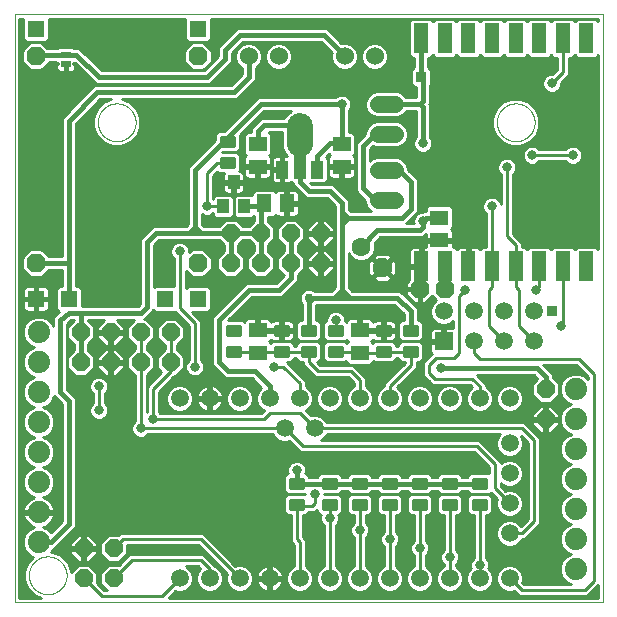
<source format=gtl>
G75*
%MOIN*%
%OFA0B0*%
%FSLAX25Y25*%
%IPPOS*%
%LPD*%
%AMOC8*
5,1,8,0,0,1.08239X$1,22.5*
%
%ADD10C,0.00000*%
%ADD11R,0.05937X0.05937*%
%ADD12C,0.05937*%
%ADD13C,0.05600*%
%ADD14C,0.01260*%
%ADD15C,0.06300*%
%ADD16R,0.05543X0.05543*%
%ADD17C,0.06000*%
%ADD18OC8,0.06000*%
%ADD19C,0.07400*%
%ADD20C,0.01000*%
%ADD21R,0.05906X0.05118*%
%ADD22R,0.05000X0.10000*%
%ADD23R,0.03500X0.02400*%
%ADD24OC8,0.06300*%
%ADD25R,0.03937X0.05906*%
%ADD26R,0.03937X0.07874*%
%ADD27C,0.08661*%
%ADD28R,0.04000X0.04500*%
%ADD29R,0.05118X0.05906*%
%ADD30C,0.03169*%
%ADD31C,0.01600*%
%ADD32R,0.03562X0.03562*%
%ADD33C,0.03000*%
D10*
X0001500Y0003000D02*
X0197500Y0003000D01*
X0197500Y0199000D01*
X0001500Y0199000D01*
X0001500Y0003000D01*
X0006201Y0012000D02*
X0006203Y0012158D01*
X0006209Y0012316D01*
X0006219Y0012474D01*
X0006233Y0012632D01*
X0006251Y0012789D01*
X0006272Y0012946D01*
X0006298Y0013102D01*
X0006328Y0013258D01*
X0006361Y0013413D01*
X0006399Y0013566D01*
X0006440Y0013719D01*
X0006485Y0013871D01*
X0006534Y0014022D01*
X0006587Y0014171D01*
X0006643Y0014319D01*
X0006703Y0014465D01*
X0006767Y0014610D01*
X0006835Y0014753D01*
X0006906Y0014895D01*
X0006980Y0015035D01*
X0007058Y0015172D01*
X0007140Y0015308D01*
X0007224Y0015442D01*
X0007313Y0015573D01*
X0007404Y0015702D01*
X0007499Y0015829D01*
X0007596Y0015954D01*
X0007697Y0016076D01*
X0007801Y0016195D01*
X0007908Y0016312D01*
X0008018Y0016426D01*
X0008131Y0016537D01*
X0008246Y0016646D01*
X0008364Y0016751D01*
X0008485Y0016853D01*
X0008608Y0016953D01*
X0008734Y0017049D01*
X0008862Y0017142D01*
X0008992Y0017232D01*
X0009125Y0017318D01*
X0009260Y0017402D01*
X0009396Y0017481D01*
X0009535Y0017558D01*
X0009676Y0017630D01*
X0009818Y0017700D01*
X0009962Y0017765D01*
X0010108Y0017827D01*
X0010255Y0017885D01*
X0010404Y0017940D01*
X0010554Y0017991D01*
X0010705Y0018038D01*
X0010857Y0018081D01*
X0011010Y0018120D01*
X0011165Y0018156D01*
X0011320Y0018187D01*
X0011476Y0018215D01*
X0011632Y0018239D01*
X0011789Y0018259D01*
X0011947Y0018275D01*
X0012104Y0018287D01*
X0012263Y0018295D01*
X0012421Y0018299D01*
X0012579Y0018299D01*
X0012737Y0018295D01*
X0012896Y0018287D01*
X0013053Y0018275D01*
X0013211Y0018259D01*
X0013368Y0018239D01*
X0013524Y0018215D01*
X0013680Y0018187D01*
X0013835Y0018156D01*
X0013990Y0018120D01*
X0014143Y0018081D01*
X0014295Y0018038D01*
X0014446Y0017991D01*
X0014596Y0017940D01*
X0014745Y0017885D01*
X0014892Y0017827D01*
X0015038Y0017765D01*
X0015182Y0017700D01*
X0015324Y0017630D01*
X0015465Y0017558D01*
X0015604Y0017481D01*
X0015740Y0017402D01*
X0015875Y0017318D01*
X0016008Y0017232D01*
X0016138Y0017142D01*
X0016266Y0017049D01*
X0016392Y0016953D01*
X0016515Y0016853D01*
X0016636Y0016751D01*
X0016754Y0016646D01*
X0016869Y0016537D01*
X0016982Y0016426D01*
X0017092Y0016312D01*
X0017199Y0016195D01*
X0017303Y0016076D01*
X0017404Y0015954D01*
X0017501Y0015829D01*
X0017596Y0015702D01*
X0017687Y0015573D01*
X0017776Y0015442D01*
X0017860Y0015308D01*
X0017942Y0015172D01*
X0018020Y0015035D01*
X0018094Y0014895D01*
X0018165Y0014753D01*
X0018233Y0014610D01*
X0018297Y0014465D01*
X0018357Y0014319D01*
X0018413Y0014171D01*
X0018466Y0014022D01*
X0018515Y0013871D01*
X0018560Y0013719D01*
X0018601Y0013566D01*
X0018639Y0013413D01*
X0018672Y0013258D01*
X0018702Y0013102D01*
X0018728Y0012946D01*
X0018749Y0012789D01*
X0018767Y0012632D01*
X0018781Y0012474D01*
X0018791Y0012316D01*
X0018797Y0012158D01*
X0018799Y0012000D01*
X0018797Y0011842D01*
X0018791Y0011684D01*
X0018781Y0011526D01*
X0018767Y0011368D01*
X0018749Y0011211D01*
X0018728Y0011054D01*
X0018702Y0010898D01*
X0018672Y0010742D01*
X0018639Y0010587D01*
X0018601Y0010434D01*
X0018560Y0010281D01*
X0018515Y0010129D01*
X0018466Y0009978D01*
X0018413Y0009829D01*
X0018357Y0009681D01*
X0018297Y0009535D01*
X0018233Y0009390D01*
X0018165Y0009247D01*
X0018094Y0009105D01*
X0018020Y0008965D01*
X0017942Y0008828D01*
X0017860Y0008692D01*
X0017776Y0008558D01*
X0017687Y0008427D01*
X0017596Y0008298D01*
X0017501Y0008171D01*
X0017404Y0008046D01*
X0017303Y0007924D01*
X0017199Y0007805D01*
X0017092Y0007688D01*
X0016982Y0007574D01*
X0016869Y0007463D01*
X0016754Y0007354D01*
X0016636Y0007249D01*
X0016515Y0007147D01*
X0016392Y0007047D01*
X0016266Y0006951D01*
X0016138Y0006858D01*
X0016008Y0006768D01*
X0015875Y0006682D01*
X0015740Y0006598D01*
X0015604Y0006519D01*
X0015465Y0006442D01*
X0015324Y0006370D01*
X0015182Y0006300D01*
X0015038Y0006235D01*
X0014892Y0006173D01*
X0014745Y0006115D01*
X0014596Y0006060D01*
X0014446Y0006009D01*
X0014295Y0005962D01*
X0014143Y0005919D01*
X0013990Y0005880D01*
X0013835Y0005844D01*
X0013680Y0005813D01*
X0013524Y0005785D01*
X0013368Y0005761D01*
X0013211Y0005741D01*
X0013053Y0005725D01*
X0012896Y0005713D01*
X0012737Y0005705D01*
X0012579Y0005701D01*
X0012421Y0005701D01*
X0012263Y0005705D01*
X0012104Y0005713D01*
X0011947Y0005725D01*
X0011789Y0005741D01*
X0011632Y0005761D01*
X0011476Y0005785D01*
X0011320Y0005813D01*
X0011165Y0005844D01*
X0011010Y0005880D01*
X0010857Y0005919D01*
X0010705Y0005962D01*
X0010554Y0006009D01*
X0010404Y0006060D01*
X0010255Y0006115D01*
X0010108Y0006173D01*
X0009962Y0006235D01*
X0009818Y0006300D01*
X0009676Y0006370D01*
X0009535Y0006442D01*
X0009396Y0006519D01*
X0009260Y0006598D01*
X0009125Y0006682D01*
X0008992Y0006768D01*
X0008862Y0006858D01*
X0008734Y0006951D01*
X0008608Y0007047D01*
X0008485Y0007147D01*
X0008364Y0007249D01*
X0008246Y0007354D01*
X0008131Y0007463D01*
X0008018Y0007574D01*
X0007908Y0007688D01*
X0007801Y0007805D01*
X0007697Y0007924D01*
X0007596Y0008046D01*
X0007499Y0008171D01*
X0007404Y0008298D01*
X0007313Y0008427D01*
X0007224Y0008558D01*
X0007140Y0008692D01*
X0007058Y0008828D01*
X0006980Y0008965D01*
X0006906Y0009105D01*
X0006835Y0009247D01*
X0006767Y0009390D01*
X0006703Y0009535D01*
X0006643Y0009681D01*
X0006587Y0009829D01*
X0006534Y0009978D01*
X0006485Y0010129D01*
X0006440Y0010281D01*
X0006399Y0010434D01*
X0006361Y0010587D01*
X0006328Y0010742D01*
X0006298Y0010898D01*
X0006272Y0011054D01*
X0006251Y0011211D01*
X0006233Y0011368D01*
X0006219Y0011526D01*
X0006209Y0011684D01*
X0006203Y0011842D01*
X0006201Y0012000D01*
X0029201Y0163000D02*
X0029203Y0163158D01*
X0029209Y0163316D01*
X0029219Y0163474D01*
X0029233Y0163632D01*
X0029251Y0163789D01*
X0029272Y0163946D01*
X0029298Y0164102D01*
X0029328Y0164258D01*
X0029361Y0164413D01*
X0029399Y0164566D01*
X0029440Y0164719D01*
X0029485Y0164871D01*
X0029534Y0165022D01*
X0029587Y0165171D01*
X0029643Y0165319D01*
X0029703Y0165465D01*
X0029767Y0165610D01*
X0029835Y0165753D01*
X0029906Y0165895D01*
X0029980Y0166035D01*
X0030058Y0166172D01*
X0030140Y0166308D01*
X0030224Y0166442D01*
X0030313Y0166573D01*
X0030404Y0166702D01*
X0030499Y0166829D01*
X0030596Y0166954D01*
X0030697Y0167076D01*
X0030801Y0167195D01*
X0030908Y0167312D01*
X0031018Y0167426D01*
X0031131Y0167537D01*
X0031246Y0167646D01*
X0031364Y0167751D01*
X0031485Y0167853D01*
X0031608Y0167953D01*
X0031734Y0168049D01*
X0031862Y0168142D01*
X0031992Y0168232D01*
X0032125Y0168318D01*
X0032260Y0168402D01*
X0032396Y0168481D01*
X0032535Y0168558D01*
X0032676Y0168630D01*
X0032818Y0168700D01*
X0032962Y0168765D01*
X0033108Y0168827D01*
X0033255Y0168885D01*
X0033404Y0168940D01*
X0033554Y0168991D01*
X0033705Y0169038D01*
X0033857Y0169081D01*
X0034010Y0169120D01*
X0034165Y0169156D01*
X0034320Y0169187D01*
X0034476Y0169215D01*
X0034632Y0169239D01*
X0034789Y0169259D01*
X0034947Y0169275D01*
X0035104Y0169287D01*
X0035263Y0169295D01*
X0035421Y0169299D01*
X0035579Y0169299D01*
X0035737Y0169295D01*
X0035896Y0169287D01*
X0036053Y0169275D01*
X0036211Y0169259D01*
X0036368Y0169239D01*
X0036524Y0169215D01*
X0036680Y0169187D01*
X0036835Y0169156D01*
X0036990Y0169120D01*
X0037143Y0169081D01*
X0037295Y0169038D01*
X0037446Y0168991D01*
X0037596Y0168940D01*
X0037745Y0168885D01*
X0037892Y0168827D01*
X0038038Y0168765D01*
X0038182Y0168700D01*
X0038324Y0168630D01*
X0038465Y0168558D01*
X0038604Y0168481D01*
X0038740Y0168402D01*
X0038875Y0168318D01*
X0039008Y0168232D01*
X0039138Y0168142D01*
X0039266Y0168049D01*
X0039392Y0167953D01*
X0039515Y0167853D01*
X0039636Y0167751D01*
X0039754Y0167646D01*
X0039869Y0167537D01*
X0039982Y0167426D01*
X0040092Y0167312D01*
X0040199Y0167195D01*
X0040303Y0167076D01*
X0040404Y0166954D01*
X0040501Y0166829D01*
X0040596Y0166702D01*
X0040687Y0166573D01*
X0040776Y0166442D01*
X0040860Y0166308D01*
X0040942Y0166172D01*
X0041020Y0166035D01*
X0041094Y0165895D01*
X0041165Y0165753D01*
X0041233Y0165610D01*
X0041297Y0165465D01*
X0041357Y0165319D01*
X0041413Y0165171D01*
X0041466Y0165022D01*
X0041515Y0164871D01*
X0041560Y0164719D01*
X0041601Y0164566D01*
X0041639Y0164413D01*
X0041672Y0164258D01*
X0041702Y0164102D01*
X0041728Y0163946D01*
X0041749Y0163789D01*
X0041767Y0163632D01*
X0041781Y0163474D01*
X0041791Y0163316D01*
X0041797Y0163158D01*
X0041799Y0163000D01*
X0041797Y0162842D01*
X0041791Y0162684D01*
X0041781Y0162526D01*
X0041767Y0162368D01*
X0041749Y0162211D01*
X0041728Y0162054D01*
X0041702Y0161898D01*
X0041672Y0161742D01*
X0041639Y0161587D01*
X0041601Y0161434D01*
X0041560Y0161281D01*
X0041515Y0161129D01*
X0041466Y0160978D01*
X0041413Y0160829D01*
X0041357Y0160681D01*
X0041297Y0160535D01*
X0041233Y0160390D01*
X0041165Y0160247D01*
X0041094Y0160105D01*
X0041020Y0159965D01*
X0040942Y0159828D01*
X0040860Y0159692D01*
X0040776Y0159558D01*
X0040687Y0159427D01*
X0040596Y0159298D01*
X0040501Y0159171D01*
X0040404Y0159046D01*
X0040303Y0158924D01*
X0040199Y0158805D01*
X0040092Y0158688D01*
X0039982Y0158574D01*
X0039869Y0158463D01*
X0039754Y0158354D01*
X0039636Y0158249D01*
X0039515Y0158147D01*
X0039392Y0158047D01*
X0039266Y0157951D01*
X0039138Y0157858D01*
X0039008Y0157768D01*
X0038875Y0157682D01*
X0038740Y0157598D01*
X0038604Y0157519D01*
X0038465Y0157442D01*
X0038324Y0157370D01*
X0038182Y0157300D01*
X0038038Y0157235D01*
X0037892Y0157173D01*
X0037745Y0157115D01*
X0037596Y0157060D01*
X0037446Y0157009D01*
X0037295Y0156962D01*
X0037143Y0156919D01*
X0036990Y0156880D01*
X0036835Y0156844D01*
X0036680Y0156813D01*
X0036524Y0156785D01*
X0036368Y0156761D01*
X0036211Y0156741D01*
X0036053Y0156725D01*
X0035896Y0156713D01*
X0035737Y0156705D01*
X0035579Y0156701D01*
X0035421Y0156701D01*
X0035263Y0156705D01*
X0035104Y0156713D01*
X0034947Y0156725D01*
X0034789Y0156741D01*
X0034632Y0156761D01*
X0034476Y0156785D01*
X0034320Y0156813D01*
X0034165Y0156844D01*
X0034010Y0156880D01*
X0033857Y0156919D01*
X0033705Y0156962D01*
X0033554Y0157009D01*
X0033404Y0157060D01*
X0033255Y0157115D01*
X0033108Y0157173D01*
X0032962Y0157235D01*
X0032818Y0157300D01*
X0032676Y0157370D01*
X0032535Y0157442D01*
X0032396Y0157519D01*
X0032260Y0157598D01*
X0032125Y0157682D01*
X0031992Y0157768D01*
X0031862Y0157858D01*
X0031734Y0157951D01*
X0031608Y0158047D01*
X0031485Y0158147D01*
X0031364Y0158249D01*
X0031246Y0158354D01*
X0031131Y0158463D01*
X0031018Y0158574D01*
X0030908Y0158688D01*
X0030801Y0158805D01*
X0030697Y0158924D01*
X0030596Y0159046D01*
X0030499Y0159171D01*
X0030404Y0159298D01*
X0030313Y0159427D01*
X0030224Y0159558D01*
X0030140Y0159692D01*
X0030058Y0159828D01*
X0029980Y0159965D01*
X0029906Y0160105D01*
X0029835Y0160247D01*
X0029767Y0160390D01*
X0029703Y0160535D01*
X0029643Y0160681D01*
X0029587Y0160829D01*
X0029534Y0160978D01*
X0029485Y0161129D01*
X0029440Y0161281D01*
X0029399Y0161434D01*
X0029361Y0161587D01*
X0029328Y0161742D01*
X0029298Y0161898D01*
X0029272Y0162054D01*
X0029251Y0162211D01*
X0029233Y0162368D01*
X0029219Y0162526D01*
X0029209Y0162684D01*
X0029203Y0162842D01*
X0029201Y0163000D01*
X0162201Y0163000D02*
X0162203Y0163158D01*
X0162209Y0163316D01*
X0162219Y0163474D01*
X0162233Y0163632D01*
X0162251Y0163789D01*
X0162272Y0163946D01*
X0162298Y0164102D01*
X0162328Y0164258D01*
X0162361Y0164413D01*
X0162399Y0164566D01*
X0162440Y0164719D01*
X0162485Y0164871D01*
X0162534Y0165022D01*
X0162587Y0165171D01*
X0162643Y0165319D01*
X0162703Y0165465D01*
X0162767Y0165610D01*
X0162835Y0165753D01*
X0162906Y0165895D01*
X0162980Y0166035D01*
X0163058Y0166172D01*
X0163140Y0166308D01*
X0163224Y0166442D01*
X0163313Y0166573D01*
X0163404Y0166702D01*
X0163499Y0166829D01*
X0163596Y0166954D01*
X0163697Y0167076D01*
X0163801Y0167195D01*
X0163908Y0167312D01*
X0164018Y0167426D01*
X0164131Y0167537D01*
X0164246Y0167646D01*
X0164364Y0167751D01*
X0164485Y0167853D01*
X0164608Y0167953D01*
X0164734Y0168049D01*
X0164862Y0168142D01*
X0164992Y0168232D01*
X0165125Y0168318D01*
X0165260Y0168402D01*
X0165396Y0168481D01*
X0165535Y0168558D01*
X0165676Y0168630D01*
X0165818Y0168700D01*
X0165962Y0168765D01*
X0166108Y0168827D01*
X0166255Y0168885D01*
X0166404Y0168940D01*
X0166554Y0168991D01*
X0166705Y0169038D01*
X0166857Y0169081D01*
X0167010Y0169120D01*
X0167165Y0169156D01*
X0167320Y0169187D01*
X0167476Y0169215D01*
X0167632Y0169239D01*
X0167789Y0169259D01*
X0167947Y0169275D01*
X0168104Y0169287D01*
X0168263Y0169295D01*
X0168421Y0169299D01*
X0168579Y0169299D01*
X0168737Y0169295D01*
X0168896Y0169287D01*
X0169053Y0169275D01*
X0169211Y0169259D01*
X0169368Y0169239D01*
X0169524Y0169215D01*
X0169680Y0169187D01*
X0169835Y0169156D01*
X0169990Y0169120D01*
X0170143Y0169081D01*
X0170295Y0169038D01*
X0170446Y0168991D01*
X0170596Y0168940D01*
X0170745Y0168885D01*
X0170892Y0168827D01*
X0171038Y0168765D01*
X0171182Y0168700D01*
X0171324Y0168630D01*
X0171465Y0168558D01*
X0171604Y0168481D01*
X0171740Y0168402D01*
X0171875Y0168318D01*
X0172008Y0168232D01*
X0172138Y0168142D01*
X0172266Y0168049D01*
X0172392Y0167953D01*
X0172515Y0167853D01*
X0172636Y0167751D01*
X0172754Y0167646D01*
X0172869Y0167537D01*
X0172982Y0167426D01*
X0173092Y0167312D01*
X0173199Y0167195D01*
X0173303Y0167076D01*
X0173404Y0166954D01*
X0173501Y0166829D01*
X0173596Y0166702D01*
X0173687Y0166573D01*
X0173776Y0166442D01*
X0173860Y0166308D01*
X0173942Y0166172D01*
X0174020Y0166035D01*
X0174094Y0165895D01*
X0174165Y0165753D01*
X0174233Y0165610D01*
X0174297Y0165465D01*
X0174357Y0165319D01*
X0174413Y0165171D01*
X0174466Y0165022D01*
X0174515Y0164871D01*
X0174560Y0164719D01*
X0174601Y0164566D01*
X0174639Y0164413D01*
X0174672Y0164258D01*
X0174702Y0164102D01*
X0174728Y0163946D01*
X0174749Y0163789D01*
X0174767Y0163632D01*
X0174781Y0163474D01*
X0174791Y0163316D01*
X0174797Y0163158D01*
X0174799Y0163000D01*
X0174797Y0162842D01*
X0174791Y0162684D01*
X0174781Y0162526D01*
X0174767Y0162368D01*
X0174749Y0162211D01*
X0174728Y0162054D01*
X0174702Y0161898D01*
X0174672Y0161742D01*
X0174639Y0161587D01*
X0174601Y0161434D01*
X0174560Y0161281D01*
X0174515Y0161129D01*
X0174466Y0160978D01*
X0174413Y0160829D01*
X0174357Y0160681D01*
X0174297Y0160535D01*
X0174233Y0160390D01*
X0174165Y0160247D01*
X0174094Y0160105D01*
X0174020Y0159965D01*
X0173942Y0159828D01*
X0173860Y0159692D01*
X0173776Y0159558D01*
X0173687Y0159427D01*
X0173596Y0159298D01*
X0173501Y0159171D01*
X0173404Y0159046D01*
X0173303Y0158924D01*
X0173199Y0158805D01*
X0173092Y0158688D01*
X0172982Y0158574D01*
X0172869Y0158463D01*
X0172754Y0158354D01*
X0172636Y0158249D01*
X0172515Y0158147D01*
X0172392Y0158047D01*
X0172266Y0157951D01*
X0172138Y0157858D01*
X0172008Y0157768D01*
X0171875Y0157682D01*
X0171740Y0157598D01*
X0171604Y0157519D01*
X0171465Y0157442D01*
X0171324Y0157370D01*
X0171182Y0157300D01*
X0171038Y0157235D01*
X0170892Y0157173D01*
X0170745Y0157115D01*
X0170596Y0157060D01*
X0170446Y0157009D01*
X0170295Y0156962D01*
X0170143Y0156919D01*
X0169990Y0156880D01*
X0169835Y0156844D01*
X0169680Y0156813D01*
X0169524Y0156785D01*
X0169368Y0156761D01*
X0169211Y0156741D01*
X0169053Y0156725D01*
X0168896Y0156713D01*
X0168737Y0156705D01*
X0168579Y0156701D01*
X0168421Y0156701D01*
X0168263Y0156705D01*
X0168104Y0156713D01*
X0167947Y0156725D01*
X0167789Y0156741D01*
X0167632Y0156761D01*
X0167476Y0156785D01*
X0167320Y0156813D01*
X0167165Y0156844D01*
X0167010Y0156880D01*
X0166857Y0156919D01*
X0166705Y0156962D01*
X0166554Y0157009D01*
X0166404Y0157060D01*
X0166255Y0157115D01*
X0166108Y0157173D01*
X0165962Y0157235D01*
X0165818Y0157300D01*
X0165676Y0157370D01*
X0165535Y0157442D01*
X0165396Y0157519D01*
X0165260Y0157598D01*
X0165125Y0157682D01*
X0164992Y0157768D01*
X0164862Y0157858D01*
X0164734Y0157951D01*
X0164608Y0158047D01*
X0164485Y0158147D01*
X0164364Y0158249D01*
X0164246Y0158354D01*
X0164131Y0158463D01*
X0164018Y0158574D01*
X0163908Y0158688D01*
X0163801Y0158805D01*
X0163697Y0158924D01*
X0163596Y0159046D01*
X0163499Y0159171D01*
X0163404Y0159298D01*
X0163313Y0159427D01*
X0163224Y0159558D01*
X0163140Y0159692D01*
X0163058Y0159828D01*
X0162980Y0159965D01*
X0162906Y0160105D01*
X0162835Y0160247D01*
X0162767Y0160390D01*
X0162703Y0160535D01*
X0162643Y0160681D01*
X0162587Y0160829D01*
X0162534Y0160978D01*
X0162485Y0161129D01*
X0162440Y0161281D01*
X0162399Y0161434D01*
X0162361Y0161587D01*
X0162328Y0161742D01*
X0162298Y0161898D01*
X0162272Y0162054D01*
X0162251Y0162211D01*
X0162233Y0162368D01*
X0162219Y0162526D01*
X0162209Y0162684D01*
X0162203Y0162842D01*
X0162201Y0163000D01*
D11*
X0144500Y0090000D03*
D12*
X0144500Y0100000D03*
X0154500Y0100000D03*
X0154500Y0090000D03*
X0164500Y0090000D03*
X0164500Y0100000D03*
X0174500Y0100000D03*
X0174500Y0090000D03*
X0166500Y0071000D03*
X0156500Y0071000D03*
X0146500Y0071000D03*
X0136500Y0071000D03*
X0126500Y0071000D03*
X0116500Y0071000D03*
X0106500Y0071000D03*
X0096500Y0071000D03*
X0086500Y0071000D03*
X0076500Y0071000D03*
X0066500Y0071000D03*
X0056500Y0071000D03*
X0091500Y0061000D03*
X0101500Y0061000D03*
X0096500Y0011000D03*
X0086500Y0011000D03*
X0076500Y0011000D03*
X0066500Y0011000D03*
X0056500Y0011000D03*
X0106500Y0011000D03*
X0116500Y0011000D03*
X0126500Y0011000D03*
X0136500Y0011000D03*
X0146500Y0011000D03*
X0156500Y0011000D03*
X0166500Y0011000D03*
X0166500Y0026000D03*
X0166500Y0036000D03*
X0166500Y0046000D03*
X0166500Y0056000D03*
D13*
X0128300Y0137000D02*
X0122700Y0137000D01*
X0122700Y0147000D02*
X0128300Y0147000D01*
X0128300Y0159000D02*
X0122700Y0159000D01*
X0122700Y0169000D02*
X0128300Y0169000D01*
D14*
X0124450Y0112575D02*
X0125080Y0111945D01*
X0122992Y0111945D01*
X0121517Y0113420D01*
X0121517Y0115508D01*
X0122992Y0116983D01*
X0125080Y0116983D01*
X0126555Y0115508D01*
X0126555Y0113420D01*
X0125080Y0111945D01*
X0124688Y0112890D01*
X0123384Y0112890D01*
X0122462Y0113812D01*
X0122462Y0115116D01*
X0123384Y0116038D01*
X0124688Y0116038D01*
X0125610Y0115116D01*
X0125610Y0113812D01*
X0124688Y0112890D01*
X0124297Y0113835D01*
X0123775Y0113835D01*
X0123407Y0114203D01*
X0123407Y0114725D01*
X0123775Y0115093D01*
X0124297Y0115093D01*
X0124665Y0114725D01*
X0124665Y0114203D01*
X0124297Y0113835D01*
D15*
X0116964Y0121536D03*
D16*
X0062500Y0104100D03*
X0051500Y0104100D03*
X0019500Y0104100D03*
X0008500Y0104100D03*
X0008500Y0194100D03*
X0062500Y0194100D03*
D17*
X0079500Y0185000D03*
X0089500Y0185000D03*
X0111500Y0185000D03*
X0121500Y0185000D03*
D18*
X0103500Y0126000D03*
X0103500Y0116000D03*
X0093500Y0116000D03*
X0093500Y0126000D03*
X0083500Y0126000D03*
X0083500Y0116000D03*
X0073500Y0116000D03*
X0073500Y0126000D03*
X0053500Y0093000D03*
X0053500Y0083000D03*
X0043500Y0083000D03*
X0043500Y0093000D03*
X0033500Y0093000D03*
X0033500Y0083000D03*
X0023500Y0083000D03*
X0023500Y0093000D03*
X0024500Y0021000D03*
X0024500Y0011000D03*
X0034500Y0011000D03*
X0034500Y0021000D03*
X0178500Y0064000D03*
X0178500Y0074000D03*
D19*
X0188500Y0074000D03*
X0188500Y0064000D03*
X0188500Y0054000D03*
X0188500Y0044000D03*
X0188500Y0034000D03*
X0188500Y0024000D03*
X0188500Y0014000D03*
X0009500Y0023000D03*
X0009500Y0033000D03*
X0009500Y0043000D03*
X0009500Y0053000D03*
X0009500Y0063000D03*
X0009500Y0073000D03*
X0009500Y0083000D03*
X0009500Y0093000D03*
D20*
X0004300Y0092866D02*
X0003000Y0092866D01*
X0003000Y0091868D02*
X0004341Y0091868D01*
X0004300Y0091966D02*
X0005092Y0090054D01*
X0006554Y0088592D01*
X0007983Y0088000D01*
X0006554Y0087408D01*
X0005092Y0085946D01*
X0004300Y0084034D01*
X0004300Y0081966D01*
X0005092Y0080054D01*
X0006554Y0078592D01*
X0007983Y0078000D01*
X0006554Y0077408D01*
X0005092Y0075946D01*
X0004300Y0074034D01*
X0004300Y0071966D01*
X0005092Y0070054D01*
X0006554Y0068592D01*
X0007983Y0068000D01*
X0006554Y0067408D01*
X0005092Y0065946D01*
X0004300Y0064034D01*
X0004300Y0061966D01*
X0005092Y0060054D01*
X0006554Y0058592D01*
X0007983Y0058000D01*
X0006554Y0057408D01*
X0005092Y0055946D01*
X0004300Y0054034D01*
X0004300Y0051966D01*
X0005092Y0050054D01*
X0006554Y0048592D01*
X0007983Y0048000D01*
X0006554Y0047408D01*
X0005092Y0045946D01*
X0004300Y0044034D01*
X0004300Y0041966D01*
X0005092Y0040054D01*
X0006554Y0038592D01*
X0008017Y0037986D01*
X0007504Y0037819D01*
X0006775Y0037447D01*
X0006112Y0036966D01*
X0005534Y0036388D01*
X0005053Y0035725D01*
X0004681Y0034996D01*
X0004428Y0034218D01*
X0004314Y0033500D01*
X0009000Y0033500D01*
X0009000Y0032500D01*
X0004314Y0032500D01*
X0004428Y0031782D01*
X0004681Y0031004D01*
X0005053Y0030275D01*
X0005534Y0029612D01*
X0006112Y0029034D01*
X0006775Y0028553D01*
X0007504Y0028181D01*
X0008017Y0028014D01*
X0006554Y0027408D01*
X0005092Y0025946D01*
X0004300Y0024034D01*
X0004300Y0021966D01*
X0005092Y0020054D01*
X0006554Y0018592D01*
X0007620Y0018150D01*
X0005888Y0016418D01*
X0004701Y0013551D01*
X0004701Y0010449D01*
X0005888Y0007582D01*
X0008082Y0005388D01*
X0010226Y0004500D01*
X0003000Y0004500D01*
X0003000Y0197500D01*
X0004235Y0197500D01*
X0004228Y0197493D01*
X0004228Y0190707D01*
X0005107Y0189828D01*
X0011893Y0189828D01*
X0012772Y0190707D01*
X0012772Y0197493D01*
X0012765Y0197500D01*
X0058235Y0197500D01*
X0058228Y0197493D01*
X0058228Y0190707D01*
X0059107Y0189828D01*
X0065893Y0189828D01*
X0066772Y0190707D01*
X0066772Y0197493D01*
X0066765Y0197500D01*
X0196000Y0197500D01*
X0196000Y0196680D01*
X0195180Y0197500D01*
X0188938Y0197500D01*
X0188122Y0196684D01*
X0187306Y0197500D01*
X0181064Y0197500D01*
X0180248Y0196684D01*
X0179432Y0197500D01*
X0173190Y0197500D01*
X0172374Y0196684D01*
X0171558Y0197500D01*
X0165316Y0197500D01*
X0164500Y0196684D01*
X0163684Y0197500D01*
X0157442Y0197500D01*
X0156626Y0196684D01*
X0155810Y0197500D01*
X0149568Y0197500D01*
X0148752Y0196684D01*
X0147936Y0197500D01*
X0141694Y0197500D01*
X0140878Y0196684D01*
X0140062Y0197500D01*
X0133820Y0197500D01*
X0132941Y0196621D01*
X0132941Y0185379D01*
X0133820Y0184500D01*
X0134641Y0184500D01*
X0134641Y0181281D01*
X0134539Y0181281D01*
X0133660Y0180402D01*
X0133660Y0175598D01*
X0134539Y0174719D01*
X0135200Y0174719D01*
X0135200Y0171300D01*
X0132002Y0171300D01*
X0131945Y0171436D01*
X0130736Y0172645D01*
X0129155Y0173300D01*
X0121845Y0173300D01*
X0120264Y0172645D01*
X0119055Y0171436D01*
X0118400Y0169855D01*
X0118400Y0168145D01*
X0119055Y0166564D01*
X0120264Y0165355D01*
X0121845Y0164700D01*
X0129155Y0164700D01*
X0130736Y0165355D01*
X0131945Y0166564D01*
X0132002Y0166700D01*
X0135200Y0166700D01*
X0135200Y0158062D01*
X0134885Y0157747D01*
X0134416Y0156613D01*
X0134416Y0155386D01*
X0134885Y0154253D01*
X0135753Y0153385D01*
X0136886Y0152916D01*
X0138113Y0152916D01*
X0139247Y0153385D01*
X0140115Y0154253D01*
X0140584Y0155386D01*
X0140584Y0156613D01*
X0140115Y0157747D01*
X0139800Y0158062D01*
X0139800Y0168953D01*
X0139753Y0169000D01*
X0139800Y0169047D01*
X0139800Y0175176D01*
X0140222Y0175598D01*
X0140222Y0180402D01*
X0139343Y0181281D01*
X0139241Y0181281D01*
X0139241Y0184500D01*
X0140062Y0184500D01*
X0140878Y0185316D01*
X0141694Y0184500D01*
X0147936Y0184500D01*
X0148752Y0185316D01*
X0149568Y0184500D01*
X0155810Y0184500D01*
X0156626Y0185316D01*
X0157442Y0184500D01*
X0163684Y0184500D01*
X0164500Y0185316D01*
X0165316Y0184500D01*
X0171558Y0184500D01*
X0172374Y0185316D01*
X0173190Y0184500D01*
X0179432Y0184500D01*
X0180248Y0185316D01*
X0181064Y0184500D01*
X0182185Y0184500D01*
X0182185Y0180513D01*
X0180756Y0179084D01*
X0179886Y0179084D01*
X0178753Y0178615D01*
X0177885Y0177747D01*
X0177416Y0176613D01*
X0177416Y0175386D01*
X0177885Y0174253D01*
X0178753Y0173385D01*
X0179886Y0172916D01*
X0181113Y0172916D01*
X0182247Y0173385D01*
X0183115Y0174253D01*
X0183584Y0175386D01*
X0183584Y0176256D01*
X0186185Y0178857D01*
X0186185Y0184500D01*
X0187306Y0184500D01*
X0188122Y0185316D01*
X0188938Y0184500D01*
X0195180Y0184500D01*
X0196000Y0185320D01*
X0196000Y0120680D01*
X0195180Y0121500D01*
X0188938Y0121500D01*
X0188122Y0120684D01*
X0187306Y0121500D01*
X0181064Y0121500D01*
X0180248Y0120684D01*
X0179432Y0121500D01*
X0173190Y0121500D01*
X0172374Y0120684D01*
X0171558Y0121500D01*
X0170500Y0121500D01*
X0170500Y0122828D01*
X0169328Y0124000D01*
X0167500Y0125828D01*
X0167500Y0145638D01*
X0168115Y0146253D01*
X0168584Y0147386D01*
X0168584Y0148613D01*
X0168115Y0149747D01*
X0167247Y0150615D01*
X0166113Y0151084D01*
X0164886Y0151084D01*
X0163753Y0150615D01*
X0162885Y0149747D01*
X0162416Y0148613D01*
X0162416Y0147386D01*
X0162885Y0146253D01*
X0163500Y0145638D01*
X0163500Y0135817D01*
X0163115Y0136747D01*
X0162247Y0137615D01*
X0161113Y0138084D01*
X0159886Y0138084D01*
X0158753Y0137615D01*
X0157885Y0136747D01*
X0157416Y0135613D01*
X0157416Y0134386D01*
X0157885Y0133253D01*
X0158500Y0132638D01*
X0158500Y0121500D01*
X0157442Y0121500D01*
X0156563Y0120621D01*
X0156563Y0120620D01*
X0156389Y0120921D01*
X0156110Y0121200D01*
X0155768Y0121398D01*
X0155386Y0121500D01*
X0153189Y0121500D01*
X0153189Y0115500D01*
X0152189Y0115500D01*
X0152189Y0121500D01*
X0149991Y0121500D01*
X0149610Y0121398D01*
X0149268Y0121200D01*
X0148989Y0120921D01*
X0148815Y0120620D01*
X0148815Y0120621D01*
X0147936Y0121500D01*
X0147453Y0121500D01*
X0147453Y0123260D01*
X0143500Y0123260D01*
X0143500Y0124260D01*
X0147453Y0124260D01*
X0147453Y0126516D01*
X0147351Y0126898D01*
X0147153Y0127240D01*
X0146893Y0127500D01*
X0147453Y0128060D01*
X0147453Y0134421D01*
X0146574Y0135299D01*
X0139426Y0135299D01*
X0138547Y0134421D01*
X0138547Y0133278D01*
X0137525Y0133278D01*
X0137332Y0133084D01*
X0136886Y0133084D01*
X0135753Y0132615D01*
X0134885Y0131747D01*
X0134416Y0130613D01*
X0134416Y0129386D01*
X0134452Y0129300D01*
X0132053Y0129300D01*
X0134453Y0131700D01*
X0135800Y0133047D01*
X0135800Y0143953D01*
X0132600Y0147153D01*
X0132600Y0147855D01*
X0131945Y0149436D01*
X0130736Y0150645D01*
X0129155Y0151300D01*
X0121845Y0151300D01*
X0120264Y0150645D01*
X0119800Y0150181D01*
X0119800Y0154047D01*
X0120860Y0155108D01*
X0121845Y0154700D01*
X0129155Y0154700D01*
X0130736Y0155355D01*
X0131945Y0156564D01*
X0132600Y0158145D01*
X0132600Y0159855D01*
X0131945Y0161436D01*
X0130736Y0162645D01*
X0129155Y0163300D01*
X0121845Y0163300D01*
X0120264Y0162645D01*
X0119055Y0161436D01*
X0118400Y0159855D01*
X0118400Y0159153D01*
X0116547Y0157300D01*
X0115200Y0155953D01*
X0115200Y0140047D01*
X0118400Y0136847D01*
X0118400Y0136145D01*
X0119055Y0134564D01*
X0120264Y0133355D01*
X0120396Y0133300D01*
X0113453Y0133300D01*
X0112800Y0133953D01*
X0112800Y0136953D01*
X0108800Y0140953D01*
X0107453Y0142300D01*
X0100453Y0142300D01*
X0100005Y0142748D01*
X0104991Y0142748D01*
X0105870Y0143627D01*
X0105870Y0150775D01*
X0105199Y0151446D01*
X0106180Y0152427D01*
X0106607Y0152000D01*
X0106347Y0151740D01*
X0106149Y0151398D01*
X0106047Y0151016D01*
X0106047Y0148760D01*
X0110000Y0148760D01*
X0110000Y0147760D01*
X0106047Y0147760D01*
X0106047Y0145503D01*
X0106149Y0145122D01*
X0106347Y0144780D01*
X0106626Y0144500D01*
X0106968Y0144303D01*
X0107350Y0144201D01*
X0110000Y0144201D01*
X0110000Y0147760D01*
X0111000Y0147760D01*
X0111000Y0148760D01*
X0114953Y0148760D01*
X0114953Y0151016D01*
X0114851Y0151398D01*
X0114653Y0151740D01*
X0114393Y0152000D01*
X0114953Y0152560D01*
X0114953Y0158921D01*
X0114074Y0159799D01*
X0112800Y0159799D01*
X0112800Y0166938D01*
X0113115Y0167253D01*
X0113584Y0168386D01*
X0113584Y0169613D01*
X0113115Y0170747D01*
X0112247Y0171615D01*
X0111113Y0172084D01*
X0109886Y0172084D01*
X0108753Y0171615D01*
X0108438Y0171300D01*
X0082547Y0171300D01*
X0071247Y0160000D01*
X0069422Y0160000D01*
X0068250Y0158828D01*
X0068250Y0157003D01*
X0059200Y0147953D01*
X0059200Y0128953D01*
X0058547Y0128300D01*
X0047547Y0128300D01*
X0046200Y0126953D01*
X0043200Y0123953D01*
X0043200Y0102453D01*
X0042547Y0101800D01*
X0023772Y0101800D01*
X0023772Y0107493D01*
X0022893Y0108372D01*
X0021800Y0108372D01*
X0021800Y0162547D01*
X0029953Y0170700D01*
X0033709Y0170700D01*
X0031082Y0169612D01*
X0028888Y0167418D01*
X0027701Y0164551D01*
X0027701Y0161449D01*
X0028888Y0158582D01*
X0031082Y0156388D01*
X0033949Y0155201D01*
X0037051Y0155201D01*
X0039918Y0156388D01*
X0042112Y0158582D01*
X0043299Y0161449D01*
X0043299Y0164551D01*
X0042112Y0167418D01*
X0039918Y0169612D01*
X0037291Y0170700D01*
X0075453Y0170700D01*
X0076800Y0172047D01*
X0076800Y0172047D01*
X0080453Y0175700D01*
X0081800Y0177047D01*
X0081800Y0181082D01*
X0082049Y0181185D01*
X0083315Y0182451D01*
X0084000Y0184105D01*
X0084000Y0185895D01*
X0083315Y0187549D01*
X0082049Y0188815D01*
X0080395Y0189500D01*
X0078605Y0189500D01*
X0076951Y0188815D01*
X0075685Y0187549D01*
X0075000Y0185895D01*
X0075000Y0184105D01*
X0075685Y0182451D01*
X0076951Y0181185D01*
X0077200Y0181082D01*
X0077200Y0178953D01*
X0073547Y0175300D01*
X0028047Y0175300D01*
X0018547Y0165800D01*
X0017200Y0164453D01*
X0017200Y0118300D01*
X0012776Y0118300D01*
X0010426Y0120650D01*
X0006574Y0120650D01*
X0003850Y0117926D01*
X0003850Y0114074D01*
X0006574Y0111350D01*
X0010426Y0111350D01*
X0012776Y0113700D01*
X0017200Y0113700D01*
X0017200Y0108372D01*
X0016107Y0108372D01*
X0015228Y0107493D01*
X0015228Y0100707D01*
X0016107Y0099828D01*
X0016301Y0099828D01*
X0015667Y0099300D01*
X0015547Y0099300D01*
X0014947Y0098700D01*
X0014296Y0098157D01*
X0014285Y0098038D01*
X0014200Y0097953D01*
X0014200Y0097104D01*
X0014123Y0096259D01*
X0014200Y0096167D01*
X0014200Y0095241D01*
X0013908Y0095946D01*
X0012446Y0097408D01*
X0010534Y0098200D01*
X0008466Y0098200D01*
X0006554Y0097408D01*
X0005092Y0095946D01*
X0004300Y0094034D01*
X0004300Y0091966D01*
X0004754Y0090869D02*
X0003000Y0090869D01*
X0003000Y0089870D02*
X0005276Y0089870D01*
X0006274Y0088872D02*
X0003000Y0088872D01*
X0003000Y0087873D02*
X0007677Y0087873D01*
X0006021Y0086875D02*
X0003000Y0086875D01*
X0003000Y0085876D02*
X0005063Y0085876D01*
X0004649Y0084878D02*
X0003000Y0084878D01*
X0003000Y0083879D02*
X0004300Y0083879D01*
X0004300Y0082881D02*
X0003000Y0082881D01*
X0003000Y0081882D02*
X0004334Y0081882D01*
X0004748Y0080884D02*
X0003000Y0080884D01*
X0003000Y0079885D02*
X0005261Y0079885D01*
X0006259Y0078887D02*
X0003000Y0078887D01*
X0003000Y0077888D02*
X0007713Y0077888D01*
X0006036Y0076890D02*
X0003000Y0076890D01*
X0003000Y0075891D02*
X0005069Y0075891D01*
X0004656Y0074893D02*
X0003000Y0074893D01*
X0003000Y0073894D02*
X0004300Y0073894D01*
X0004300Y0072896D02*
X0003000Y0072896D01*
X0003000Y0071897D02*
X0004328Y0071897D01*
X0004742Y0070899D02*
X0003000Y0070899D01*
X0003000Y0069900D02*
X0005246Y0069900D01*
X0006244Y0068902D02*
X0003000Y0068902D01*
X0003000Y0067903D02*
X0007749Y0067903D01*
X0006051Y0066905D02*
X0003000Y0066905D01*
X0003000Y0065906D02*
X0005075Y0065906D01*
X0004662Y0064908D02*
X0003000Y0064908D01*
X0003000Y0063909D02*
X0004300Y0063909D01*
X0004300Y0062911D02*
X0003000Y0062911D01*
X0003000Y0061912D02*
X0004322Y0061912D01*
X0004736Y0060914D02*
X0003000Y0060914D01*
X0003000Y0059915D02*
X0005231Y0059915D01*
X0006229Y0058917D02*
X0003000Y0058917D01*
X0003000Y0057918D02*
X0007785Y0057918D01*
X0006066Y0056920D02*
X0003000Y0056920D01*
X0003000Y0055921D02*
X0005082Y0055921D01*
X0004668Y0054923D02*
X0003000Y0054923D01*
X0003000Y0053924D02*
X0004300Y0053924D01*
X0004300Y0052926D02*
X0003000Y0052926D01*
X0003000Y0051927D02*
X0004316Y0051927D01*
X0004730Y0050929D02*
X0003000Y0050929D01*
X0003000Y0049930D02*
X0005216Y0049930D01*
X0006215Y0048932D02*
X0003000Y0048932D01*
X0003000Y0047933D02*
X0007821Y0047933D01*
X0006081Y0046934D02*
X0003000Y0046934D01*
X0003000Y0045936D02*
X0005088Y0045936D01*
X0004674Y0044937D02*
X0003000Y0044937D01*
X0003000Y0043939D02*
X0004300Y0043939D01*
X0004300Y0042940D02*
X0003000Y0042940D01*
X0003000Y0041942D02*
X0004310Y0041942D01*
X0004723Y0040943D02*
X0003000Y0040943D01*
X0003000Y0039945D02*
X0005201Y0039945D01*
X0006200Y0038946D02*
X0003000Y0038946D01*
X0003000Y0037948D02*
X0007901Y0037948D01*
X0006095Y0036949D02*
X0003000Y0036949D01*
X0003000Y0035951D02*
X0005216Y0035951D01*
X0004667Y0034952D02*
X0003000Y0034952D01*
X0003000Y0033954D02*
X0004386Y0033954D01*
X0003000Y0032955D02*
X0009000Y0032955D01*
X0010000Y0032955D02*
X0017200Y0032955D01*
X0017200Y0031957D02*
X0014600Y0031957D01*
X0014572Y0031782D02*
X0014686Y0032500D01*
X0010000Y0032500D01*
X0010000Y0033500D01*
X0014686Y0033500D01*
X0014572Y0034218D01*
X0014319Y0034996D01*
X0013947Y0035725D01*
X0013466Y0036388D01*
X0012888Y0036966D01*
X0012225Y0037447D01*
X0011496Y0037819D01*
X0010983Y0037986D01*
X0012446Y0038592D01*
X0013908Y0040054D01*
X0014700Y0041966D01*
X0014700Y0044034D01*
X0013908Y0045946D01*
X0012446Y0047408D01*
X0011017Y0048000D01*
X0012446Y0048592D01*
X0013908Y0050054D01*
X0014700Y0051966D01*
X0014700Y0054034D01*
X0013908Y0055946D01*
X0012446Y0057408D01*
X0011017Y0058000D01*
X0012446Y0058592D01*
X0013908Y0060054D01*
X0014700Y0061966D01*
X0014700Y0064034D01*
X0013908Y0065946D01*
X0012446Y0067408D01*
X0011017Y0068000D01*
X0012446Y0068592D01*
X0013908Y0070054D01*
X0014577Y0071670D01*
X0017200Y0069047D01*
X0017200Y0029953D01*
X0013551Y0026303D01*
X0012446Y0027408D01*
X0010983Y0028014D01*
X0011496Y0028181D01*
X0012225Y0028553D01*
X0012888Y0029034D01*
X0013466Y0029612D01*
X0013947Y0030275D01*
X0014319Y0031004D01*
X0014572Y0031782D01*
X0014296Y0030958D02*
X0017200Y0030958D01*
X0017200Y0029960D02*
X0013719Y0029960D01*
X0012788Y0028961D02*
X0016209Y0028961D01*
X0015210Y0027963D02*
X0011107Y0027963D01*
X0012890Y0026964D02*
X0014212Y0026964D01*
X0017721Y0023969D02*
X0021105Y0023969D01*
X0022103Y0024967D02*
X0018720Y0024967D01*
X0019718Y0025966D02*
X0036637Y0025966D01*
X0036672Y0026000D02*
X0036172Y0025500D01*
X0032636Y0025500D01*
X0030000Y0022864D01*
X0030000Y0019136D01*
X0032636Y0016500D01*
X0036364Y0016500D01*
X0039000Y0019136D01*
X0039000Y0022000D01*
X0062672Y0022000D01*
X0072252Y0012420D01*
X0072031Y0011889D01*
X0072031Y0010111D01*
X0072712Y0008469D01*
X0073969Y0007212D01*
X0075611Y0006531D01*
X0077389Y0006531D01*
X0079031Y0007212D01*
X0080288Y0008469D01*
X0080968Y0010111D01*
X0080968Y0011889D01*
X0080288Y0013531D01*
X0079031Y0014788D01*
X0077389Y0015468D01*
X0075611Y0015468D01*
X0075080Y0015248D01*
X0065500Y0024828D01*
X0065500Y0024828D01*
X0064328Y0026000D01*
X0036672Y0026000D01*
X0037500Y0024000D02*
X0063500Y0024000D01*
X0076500Y0011000D01*
X0080968Y0010988D02*
X0086016Y0010988D01*
X0086016Y0010516D02*
X0082052Y0010516D01*
X0082142Y0009954D01*
X0082359Y0009285D01*
X0082678Y0008658D01*
X0083092Y0008089D01*
X0083589Y0007592D01*
X0084158Y0007178D01*
X0084785Y0006859D01*
X0085454Y0006642D01*
X0086016Y0006552D01*
X0086016Y0010516D01*
X0086984Y0010516D01*
X0086984Y0006552D01*
X0087546Y0006642D01*
X0088215Y0006859D01*
X0088842Y0007178D01*
X0089411Y0007592D01*
X0089908Y0008089D01*
X0090322Y0008658D01*
X0090641Y0009285D01*
X0090858Y0009954D01*
X0090947Y0010516D01*
X0086984Y0010516D01*
X0086984Y0011484D01*
X0090947Y0011484D01*
X0090858Y0012046D01*
X0090641Y0012715D01*
X0090322Y0013342D01*
X0089908Y0013911D01*
X0089411Y0014408D01*
X0088842Y0014822D01*
X0088215Y0015141D01*
X0087546Y0015358D01*
X0086984Y0015447D01*
X0086984Y0011484D01*
X0086016Y0011484D01*
X0086016Y0010516D01*
X0086016Y0009990D02*
X0086984Y0009990D01*
X0086984Y0010988D02*
X0092031Y0010988D01*
X0092031Y0010111D02*
X0092712Y0008469D01*
X0093969Y0007212D01*
X0095611Y0006531D01*
X0097389Y0006531D01*
X0099031Y0007212D01*
X0100288Y0008469D01*
X0100968Y0010111D01*
X0100968Y0011889D01*
X0100288Y0013531D01*
X0099031Y0014788D01*
X0098500Y0015008D01*
X0098500Y0023828D01*
X0097500Y0024828D01*
X0097500Y0032000D01*
X0098578Y0032000D01*
X0099578Y0033000D01*
X0101328Y0033000D01*
X0102250Y0033922D01*
X0102250Y0033172D01*
X0103422Y0032000D01*
X0103576Y0032000D01*
X0103416Y0031613D01*
X0103416Y0030386D01*
X0103885Y0029253D01*
X0104500Y0028638D01*
X0104500Y0015008D01*
X0103969Y0014788D01*
X0102712Y0013531D01*
X0102031Y0011889D01*
X0102031Y0010111D01*
X0102712Y0008469D01*
X0103969Y0007212D01*
X0105611Y0006531D01*
X0107389Y0006531D01*
X0109031Y0007212D01*
X0110288Y0008469D01*
X0110968Y0010111D01*
X0110968Y0011889D01*
X0110288Y0013531D01*
X0109031Y0014788D01*
X0108500Y0015008D01*
X0108500Y0028638D01*
X0109115Y0029253D01*
X0109584Y0030386D01*
X0109584Y0031613D01*
X0109424Y0032000D01*
X0109578Y0032000D01*
X0110750Y0033172D01*
X0110750Y0037828D01*
X0109578Y0039000D01*
X0110750Y0040172D01*
X0110750Y0040200D01*
X0112250Y0040200D01*
X0112250Y0040172D01*
X0113422Y0039000D01*
X0112250Y0037828D01*
X0112250Y0033172D01*
X0113422Y0032000D01*
X0114500Y0032000D01*
X0114500Y0029362D01*
X0113885Y0028747D01*
X0113416Y0027613D01*
X0113416Y0026386D01*
X0113885Y0025253D01*
X0114500Y0024638D01*
X0114500Y0015008D01*
X0113969Y0014788D01*
X0112712Y0013531D01*
X0112031Y0011889D01*
X0112031Y0010111D01*
X0112712Y0008469D01*
X0113969Y0007212D01*
X0115611Y0006531D01*
X0117389Y0006531D01*
X0119031Y0007212D01*
X0120288Y0008469D01*
X0120968Y0010111D01*
X0120968Y0011889D01*
X0120288Y0013531D01*
X0119031Y0014788D01*
X0118500Y0015008D01*
X0118500Y0024638D01*
X0119115Y0025253D01*
X0119584Y0026386D01*
X0119584Y0027613D01*
X0119115Y0028747D01*
X0118500Y0029362D01*
X0118500Y0032000D01*
X0119578Y0032000D01*
X0120750Y0033172D01*
X0120750Y0037828D01*
X0119578Y0039000D01*
X0113422Y0039000D01*
X0119578Y0039000D01*
X0120750Y0040172D01*
X0120750Y0040200D01*
X0122250Y0040200D01*
X0122250Y0040172D01*
X0123422Y0039000D01*
X0122250Y0037828D01*
X0122250Y0033172D01*
X0123422Y0032000D01*
X0124500Y0032000D01*
X0124500Y0026362D01*
X0123885Y0025747D01*
X0123416Y0024613D01*
X0123416Y0023386D01*
X0123885Y0022253D01*
X0124500Y0021638D01*
X0124500Y0015008D01*
X0123969Y0014788D01*
X0122712Y0013531D01*
X0122031Y0011889D01*
X0122031Y0010111D01*
X0122712Y0008469D01*
X0123969Y0007212D01*
X0125611Y0006531D01*
X0127389Y0006531D01*
X0129031Y0007212D01*
X0130288Y0008469D01*
X0130968Y0010111D01*
X0130968Y0011889D01*
X0130288Y0013531D01*
X0129031Y0014788D01*
X0128500Y0015008D01*
X0128500Y0021638D01*
X0129115Y0022253D01*
X0129584Y0023386D01*
X0129584Y0024613D01*
X0129115Y0025747D01*
X0128500Y0026362D01*
X0128500Y0032000D01*
X0129578Y0032000D01*
X0130750Y0033172D01*
X0130750Y0037828D01*
X0129578Y0039000D01*
X0123422Y0039000D01*
X0129578Y0039000D01*
X0130750Y0040172D01*
X0130750Y0040200D01*
X0132250Y0040200D01*
X0132250Y0040172D01*
X0133422Y0039000D01*
X0132250Y0037828D01*
X0132250Y0033172D01*
X0133422Y0032000D01*
X0134500Y0032000D01*
X0134500Y0023362D01*
X0133885Y0022747D01*
X0133416Y0021613D01*
X0133416Y0020386D01*
X0133885Y0019253D01*
X0134500Y0018638D01*
X0134500Y0015008D01*
X0133969Y0014788D01*
X0132712Y0013531D01*
X0132031Y0011889D01*
X0132031Y0010111D01*
X0132712Y0008469D01*
X0133969Y0007212D01*
X0135611Y0006531D01*
X0137389Y0006531D01*
X0139031Y0007212D01*
X0140288Y0008469D01*
X0140968Y0010111D01*
X0140968Y0011889D01*
X0140288Y0013531D01*
X0139031Y0014788D01*
X0138500Y0015008D01*
X0138500Y0018638D01*
X0139115Y0019253D01*
X0139584Y0020386D01*
X0139584Y0021613D01*
X0139115Y0022747D01*
X0138500Y0023362D01*
X0138500Y0032000D01*
X0139578Y0032000D01*
X0140750Y0033172D01*
X0140750Y0037828D01*
X0139578Y0039000D01*
X0133422Y0039000D01*
X0139578Y0039000D01*
X0140750Y0040172D01*
X0140750Y0040200D01*
X0142250Y0040200D01*
X0142250Y0040172D01*
X0143422Y0039000D01*
X0142250Y0037828D01*
X0142250Y0033172D01*
X0143422Y0032000D01*
X0144500Y0032000D01*
X0144500Y0020362D01*
X0143885Y0019747D01*
X0143416Y0018613D01*
X0143416Y0017386D01*
X0143885Y0016253D01*
X0144500Y0015638D01*
X0144500Y0015008D01*
X0143969Y0014788D01*
X0142712Y0013531D01*
X0142031Y0011889D01*
X0142031Y0010111D01*
X0142712Y0008469D01*
X0143969Y0007212D01*
X0145611Y0006531D01*
X0147389Y0006531D01*
X0149031Y0007212D01*
X0150288Y0008469D01*
X0150968Y0010111D01*
X0150968Y0011889D01*
X0150288Y0013531D01*
X0149031Y0014788D01*
X0148500Y0015008D01*
X0148500Y0015638D01*
X0149115Y0016253D01*
X0149584Y0017386D01*
X0149584Y0018613D01*
X0149115Y0019747D01*
X0148500Y0020362D01*
X0148500Y0032000D01*
X0149578Y0032000D01*
X0150750Y0033172D01*
X0150750Y0037828D01*
X0149578Y0039000D01*
X0143422Y0039000D01*
X0149578Y0039000D01*
X0150750Y0040172D01*
X0150750Y0040200D01*
X0152250Y0040200D01*
X0152250Y0040172D01*
X0153422Y0039000D01*
X0152250Y0037828D01*
X0152250Y0033172D01*
X0153422Y0032000D01*
X0154500Y0032000D01*
X0154500Y0017862D01*
X0153885Y0017247D01*
X0153416Y0016113D01*
X0153416Y0014886D01*
X0153607Y0014426D01*
X0152712Y0013531D01*
X0152031Y0011889D01*
X0152031Y0010111D01*
X0152712Y0008469D01*
X0153969Y0007212D01*
X0155611Y0006531D01*
X0157389Y0006531D01*
X0159031Y0007212D01*
X0160288Y0008469D01*
X0160968Y0010111D01*
X0160968Y0011889D01*
X0160288Y0013531D01*
X0159393Y0014426D01*
X0159584Y0014886D01*
X0159584Y0016113D01*
X0159115Y0017247D01*
X0158500Y0017862D01*
X0158500Y0032000D01*
X0159578Y0032000D01*
X0160750Y0033172D01*
X0160750Y0037828D01*
X0159578Y0039000D01*
X0153422Y0039000D01*
X0159578Y0039000D01*
X0160125Y0039547D01*
X0162252Y0037420D01*
X0162031Y0036889D01*
X0162031Y0035111D01*
X0162712Y0033469D01*
X0163969Y0032212D01*
X0165611Y0031531D01*
X0167389Y0031531D01*
X0169031Y0032212D01*
X0170288Y0033469D01*
X0170968Y0035111D01*
X0170968Y0036889D01*
X0170288Y0038531D01*
X0169031Y0039788D01*
X0167389Y0040468D01*
X0165611Y0040468D01*
X0165080Y0040248D01*
X0163500Y0041828D01*
X0163500Y0042681D01*
X0163969Y0042212D01*
X0165611Y0041531D01*
X0167389Y0041531D01*
X0169031Y0042212D01*
X0170288Y0043469D01*
X0170968Y0045111D01*
X0170968Y0046889D01*
X0170288Y0048531D01*
X0169031Y0049788D01*
X0167389Y0050468D01*
X0165611Y0050468D01*
X0163969Y0049788D01*
X0163500Y0049319D01*
X0163500Y0049828D01*
X0162328Y0051000D01*
X0156328Y0057000D01*
X0103520Y0057000D01*
X0104031Y0057212D01*
X0105288Y0058469D01*
X0105508Y0059000D01*
X0163181Y0059000D01*
X0162712Y0058531D01*
X0162031Y0056889D01*
X0162031Y0055111D01*
X0162712Y0053469D01*
X0163969Y0052212D01*
X0165611Y0051531D01*
X0167389Y0051531D01*
X0169031Y0052212D01*
X0170288Y0053469D01*
X0170968Y0055111D01*
X0170968Y0056889D01*
X0170393Y0058279D01*
X0172500Y0056172D01*
X0172500Y0030828D01*
X0170245Y0028574D01*
X0169031Y0029788D01*
X0167389Y0030468D01*
X0165611Y0030468D01*
X0163969Y0029788D01*
X0162712Y0028531D01*
X0162031Y0026889D01*
X0162031Y0025111D01*
X0162712Y0023469D01*
X0163969Y0022212D01*
X0165611Y0021531D01*
X0167389Y0021531D01*
X0169031Y0022212D01*
X0170288Y0023469D01*
X0170508Y0024000D01*
X0171328Y0024000D01*
X0172500Y0025172D01*
X0176500Y0029172D01*
X0176500Y0057828D01*
X0175328Y0059000D01*
X0171328Y0063000D01*
X0105508Y0063000D01*
X0105288Y0063531D01*
X0104031Y0064788D01*
X0102389Y0065468D01*
X0100611Y0065468D01*
X0100120Y0065265D01*
X0098500Y0066917D01*
X0098500Y0066928D01*
X0098455Y0066973D01*
X0099031Y0067212D01*
X0100288Y0068469D01*
X0100968Y0070111D01*
X0100968Y0071889D01*
X0100288Y0073531D01*
X0099031Y0074788D01*
X0098500Y0075008D01*
X0098500Y0076828D01*
X0097328Y0078000D01*
X0092328Y0083000D01*
X0093578Y0083000D01*
X0094750Y0084172D01*
X0094750Y0084500D01*
X0095250Y0084500D01*
X0095250Y0084172D01*
X0096422Y0083000D01*
X0097500Y0083000D01*
X0097500Y0082172D01*
X0101672Y0078000D01*
X0112672Y0078000D01*
X0114500Y0076172D01*
X0114500Y0075008D01*
X0113969Y0074788D01*
X0112712Y0073531D01*
X0112031Y0071889D01*
X0112031Y0070111D01*
X0112712Y0068469D01*
X0113969Y0067212D01*
X0115611Y0066531D01*
X0117389Y0066531D01*
X0119031Y0067212D01*
X0120288Y0068469D01*
X0120968Y0070111D01*
X0120968Y0071889D01*
X0120288Y0073531D01*
X0119031Y0074788D01*
X0118500Y0075008D01*
X0118500Y0077828D01*
X0114328Y0082000D01*
X0103328Y0082000D01*
X0102328Y0083000D01*
X0102578Y0083000D01*
X0103750Y0084172D01*
X0103750Y0088828D01*
X0102578Y0090000D01*
X0096422Y0090000D01*
X0095250Y0088828D01*
X0095250Y0088500D01*
X0094750Y0088500D01*
X0094750Y0088828D01*
X0093578Y0090000D01*
X0087422Y0090000D01*
X0086907Y0089486D01*
X0086393Y0090000D01*
X0086653Y0090260D01*
X0086839Y0090582D01*
X0087022Y0090400D01*
X0087478Y0090136D01*
X0087987Y0090000D01*
X0090000Y0090000D01*
X0090000Y0093000D01*
X0086953Y0093000D01*
X0086953Y0093240D01*
X0083000Y0093240D01*
X0083000Y0094240D01*
X0086250Y0094240D01*
X0086250Y0094000D01*
X0090000Y0094000D01*
X0090000Y0097000D01*
X0087987Y0097000D01*
X0087478Y0096864D01*
X0087022Y0096600D01*
X0086945Y0096524D01*
X0086851Y0096878D01*
X0086653Y0097220D01*
X0086374Y0097499D01*
X0086032Y0097697D01*
X0085650Y0097799D01*
X0083000Y0097799D01*
X0083000Y0094240D01*
X0082000Y0094240D01*
X0082000Y0097799D01*
X0079350Y0097799D01*
X0078968Y0097697D01*
X0078626Y0097499D01*
X0078347Y0097220D01*
X0078149Y0096878D01*
X0078055Y0096524D01*
X0077578Y0097000D01*
X0072753Y0097000D01*
X0080453Y0104700D01*
X0090453Y0104700D01*
X0091800Y0106047D01*
X0091800Y0106047D01*
X0094453Y0108700D01*
X0095800Y0110047D01*
X0095800Y0111936D01*
X0098000Y0114136D01*
X0098000Y0117864D01*
X0095800Y0120064D01*
X0095800Y0121936D01*
X0098000Y0124136D01*
X0098000Y0127864D01*
X0095364Y0130500D01*
X0091636Y0130500D01*
X0089000Y0127864D01*
X0089000Y0124136D01*
X0091200Y0121936D01*
X0091200Y0120064D01*
X0089000Y0117864D01*
X0089000Y0114136D01*
X0091192Y0111944D01*
X0088547Y0109300D01*
X0078547Y0109300D01*
X0068547Y0099300D01*
X0067200Y0097953D01*
X0067200Y0082047D01*
X0068547Y0080700D01*
X0070200Y0079047D01*
X0071547Y0077700D01*
X0080547Y0077700D01*
X0083714Y0074533D01*
X0082712Y0073531D01*
X0082031Y0071889D01*
X0082031Y0070111D01*
X0082712Y0068469D01*
X0083969Y0067212D01*
X0084616Y0066944D01*
X0083672Y0066000D01*
X0049862Y0066000D01*
X0049500Y0066362D01*
X0049500Y0073172D01*
X0054328Y0078000D01*
X0054828Y0078500D01*
X0055364Y0078500D01*
X0058000Y0081136D01*
X0058000Y0084864D01*
X0055500Y0087364D01*
X0055500Y0088636D01*
X0058000Y0091136D01*
X0058000Y0094864D01*
X0055364Y0097500D01*
X0051636Y0097500D01*
X0049000Y0094864D01*
X0049000Y0091136D01*
X0051500Y0088636D01*
X0051500Y0087364D01*
X0049000Y0084864D01*
X0049000Y0081136D01*
X0050404Y0079732D01*
X0045500Y0074828D01*
X0045500Y0066362D01*
X0045500Y0066362D01*
X0045500Y0078636D01*
X0048000Y0081136D01*
X0048000Y0084864D01*
X0045500Y0087364D01*
X0045500Y0088636D01*
X0048000Y0091136D01*
X0048000Y0094864D01*
X0045364Y0097500D01*
X0044753Y0097500D01*
X0045800Y0098547D01*
X0045800Y0098547D01*
X0047594Y0100341D01*
X0048107Y0099828D01*
X0054843Y0099828D01*
X0059500Y0095172D01*
X0059500Y0083862D01*
X0058885Y0083247D01*
X0058416Y0082113D01*
X0058416Y0080886D01*
X0058885Y0079753D01*
X0059753Y0078885D01*
X0060886Y0078416D01*
X0062113Y0078416D01*
X0063247Y0078885D01*
X0064115Y0079753D01*
X0064584Y0080886D01*
X0064584Y0082113D01*
X0064115Y0083247D01*
X0063500Y0083862D01*
X0063500Y0096828D01*
X0062328Y0098000D01*
X0060500Y0099828D01*
X0065893Y0099828D01*
X0066772Y0100707D01*
X0066772Y0107493D01*
X0065893Y0108372D01*
X0059107Y0108372D01*
X0058500Y0107765D01*
X0058500Y0113424D01*
X0060574Y0111350D01*
X0064426Y0111350D01*
X0067150Y0114074D01*
X0067150Y0117926D01*
X0064426Y0120650D01*
X0060574Y0120650D01*
X0059584Y0119660D01*
X0059584Y0120613D01*
X0059115Y0121747D01*
X0058247Y0122615D01*
X0057113Y0123084D01*
X0055886Y0123084D01*
X0054753Y0122615D01*
X0053885Y0121747D01*
X0053416Y0120613D01*
X0053416Y0119386D01*
X0053885Y0118253D01*
X0054500Y0117638D01*
X0054500Y0108372D01*
X0048107Y0108372D01*
X0047800Y0108065D01*
X0047800Y0122047D01*
X0049453Y0123700D01*
X0069436Y0123700D01*
X0071200Y0121936D01*
X0071200Y0120064D01*
X0069000Y0117864D01*
X0069000Y0114136D01*
X0071636Y0111500D01*
X0075364Y0111500D01*
X0078000Y0114136D01*
X0078000Y0117864D01*
X0075800Y0120064D01*
X0075800Y0121936D01*
X0077564Y0123700D01*
X0079436Y0123700D01*
X0081200Y0121936D01*
X0081200Y0120064D01*
X0079000Y0117864D01*
X0079000Y0114136D01*
X0081636Y0111500D01*
X0085364Y0111500D01*
X0088000Y0114136D01*
X0088000Y0117864D01*
X0085800Y0120064D01*
X0085800Y0121936D01*
X0088000Y0124136D01*
X0088000Y0127864D01*
X0085800Y0130064D01*
X0085800Y0131547D01*
X0087940Y0131547D01*
X0088500Y0132107D01*
X0088760Y0131847D01*
X0089102Y0131649D01*
X0089484Y0131547D01*
X0091740Y0131547D01*
X0091740Y0135500D01*
X0092740Y0135500D01*
X0092740Y0131547D01*
X0094997Y0131547D01*
X0095378Y0131649D01*
X0095720Y0131847D01*
X0095999Y0132126D01*
X0096197Y0132468D01*
X0096299Y0132850D01*
X0096299Y0135500D01*
X0092740Y0135500D01*
X0092740Y0136500D01*
X0091740Y0136500D01*
X0091740Y0140453D01*
X0089484Y0140453D01*
X0089102Y0140351D01*
X0088760Y0140153D01*
X0088500Y0139893D01*
X0087940Y0140453D01*
X0081579Y0140453D01*
X0080701Y0139574D01*
X0080701Y0138671D01*
X0080621Y0138750D01*
X0075379Y0138750D01*
X0074500Y0137871D01*
X0073621Y0138750D01*
X0068379Y0138750D01*
X0067500Y0137871D01*
X0067500Y0137362D01*
X0067500Y0145172D01*
X0068875Y0146547D01*
X0069422Y0146000D01*
X0071201Y0146000D01*
X0071102Y0145829D01*
X0071000Y0145447D01*
X0071000Y0143500D01*
X0074000Y0143500D01*
X0074000Y0142500D01*
X0075000Y0142500D01*
X0075000Y0143500D01*
X0078000Y0143500D01*
X0078000Y0145447D01*
X0077898Y0145829D01*
X0077700Y0146171D01*
X0077421Y0146450D01*
X0077079Y0146648D01*
X0076697Y0146750D01*
X0076328Y0146750D01*
X0076750Y0147172D01*
X0076750Y0151828D01*
X0075578Y0153000D01*
X0076750Y0154172D01*
X0076750Y0158828D01*
X0076666Y0158913D01*
X0084453Y0166700D01*
X0093447Y0166700D01*
X0093197Y0166597D01*
X0091557Y0164956D01*
X0091285Y0164300D01*
X0083547Y0164300D01*
X0080200Y0160953D01*
X0080200Y0159799D01*
X0078926Y0159799D01*
X0078047Y0158921D01*
X0078047Y0152560D01*
X0078607Y0152000D01*
X0078347Y0151740D01*
X0078149Y0151398D01*
X0078047Y0151016D01*
X0078047Y0148760D01*
X0082000Y0148760D01*
X0082000Y0147760D01*
X0078047Y0147760D01*
X0078047Y0145503D01*
X0078149Y0145122D01*
X0078347Y0144780D01*
X0078626Y0144500D01*
X0078968Y0144303D01*
X0079350Y0144201D01*
X0082000Y0144201D01*
X0082000Y0147760D01*
X0083000Y0147760D01*
X0083000Y0148760D01*
X0086953Y0148760D01*
X0086953Y0151016D01*
X0086851Y0151398D01*
X0086653Y0151740D01*
X0086393Y0152000D01*
X0086953Y0152560D01*
X0086953Y0158921D01*
X0086173Y0159700D01*
X0090669Y0159700D01*
X0090669Y0154588D01*
X0091557Y0152445D01*
X0092349Y0151654D01*
X0091083Y0151654D01*
X0091083Y0147685D01*
X0090114Y0147685D01*
X0090114Y0146717D01*
X0087130Y0146717D01*
X0087130Y0144051D01*
X0087232Y0143669D01*
X0087430Y0143327D01*
X0087709Y0143048D01*
X0088051Y0142850D01*
X0088432Y0142748D01*
X0090114Y0142748D01*
X0090114Y0146716D01*
X0091083Y0146716D01*
X0091083Y0142748D01*
X0092764Y0142748D01*
X0093146Y0142850D01*
X0093488Y0143048D01*
X0093557Y0143117D01*
X0093910Y0142764D01*
X0094200Y0142764D01*
X0094200Y0142047D01*
X0095547Y0140700D01*
X0098547Y0137700D01*
X0105547Y0137700D01*
X0108200Y0135047D01*
X0108200Y0107953D01*
X0107047Y0106800D01*
X0101443Y0106800D01*
X0101199Y0107043D01*
X0100097Y0107500D01*
X0098903Y0107500D01*
X0097801Y0107043D01*
X0096957Y0106199D01*
X0096500Y0105097D01*
X0096500Y0103903D01*
X0096957Y0102801D01*
X0097200Y0102557D01*
X0097200Y0097000D01*
X0096422Y0097000D01*
X0095250Y0095828D01*
X0095250Y0091172D01*
X0096422Y0090000D01*
X0102578Y0090000D01*
X0103750Y0091172D01*
X0103750Y0095828D01*
X0102578Y0097000D01*
X0101800Y0097000D01*
X0101800Y0102047D01*
X0101953Y0102200D01*
X0128047Y0102200D01*
X0131200Y0099047D01*
X0131200Y0097000D01*
X0130422Y0097000D01*
X0129250Y0095828D01*
X0129250Y0091172D01*
X0130422Y0090000D01*
X0129250Y0088828D01*
X0129250Y0088500D01*
X0128750Y0088500D01*
X0128750Y0088828D01*
X0127578Y0090000D01*
X0121422Y0090000D01*
X0120907Y0089486D01*
X0120393Y0090000D01*
X0120653Y0090260D01*
X0120839Y0090582D01*
X0121022Y0090400D01*
X0121478Y0090136D01*
X0121987Y0090000D01*
X0124000Y0090000D01*
X0124000Y0093000D01*
X0125000Y0093000D01*
X0125000Y0094000D01*
X0124000Y0094000D01*
X0124000Y0097000D01*
X0121987Y0097000D01*
X0121478Y0096864D01*
X0121022Y0096600D01*
X0120945Y0096524D01*
X0120851Y0096878D01*
X0120653Y0097220D01*
X0120374Y0097499D01*
X0120032Y0097697D01*
X0119650Y0097799D01*
X0117000Y0097799D01*
X0117000Y0094240D01*
X0120250Y0094240D01*
X0120250Y0094000D01*
X0124000Y0094000D01*
X0124000Y0093000D01*
X0120953Y0093000D01*
X0120953Y0093240D01*
X0117000Y0093240D01*
X0117000Y0094240D01*
X0116000Y0094240D01*
X0116000Y0097799D01*
X0113350Y0097799D01*
X0112968Y0097697D01*
X0112626Y0097499D01*
X0112347Y0097220D01*
X0112149Y0096878D01*
X0112055Y0096524D01*
X0111584Y0096994D01*
X0111584Y0097613D01*
X0111115Y0098747D01*
X0110247Y0099615D01*
X0109113Y0100084D01*
X0107886Y0100084D01*
X0106753Y0099615D01*
X0105885Y0098747D01*
X0105416Y0097613D01*
X0105416Y0096994D01*
X0104250Y0095828D01*
X0104250Y0091172D01*
X0105422Y0090000D01*
X0104250Y0088828D01*
X0104250Y0084172D01*
X0105422Y0083000D01*
X0111578Y0083000D01*
X0112047Y0083469D01*
X0112047Y0083079D01*
X0112926Y0082201D01*
X0120074Y0082201D01*
X0120953Y0083079D01*
X0120953Y0083469D01*
X0121422Y0083000D01*
X0127578Y0083000D01*
X0128750Y0084172D01*
X0128750Y0084500D01*
X0129250Y0084500D01*
X0129250Y0084172D01*
X0130422Y0083000D01*
X0131500Y0083000D01*
X0131500Y0082828D01*
X0125672Y0077000D01*
X0124500Y0075828D01*
X0124500Y0075008D01*
X0123969Y0074788D01*
X0122712Y0073531D01*
X0122031Y0071889D01*
X0122031Y0070111D01*
X0122712Y0068469D01*
X0123969Y0067212D01*
X0125611Y0066531D01*
X0127389Y0066531D01*
X0129031Y0067212D01*
X0130288Y0068469D01*
X0130968Y0070111D01*
X0130968Y0071889D01*
X0130288Y0073531D01*
X0129074Y0074745D01*
X0135500Y0081172D01*
X0135500Y0083000D01*
X0136578Y0083000D01*
X0137750Y0084172D01*
X0137750Y0088828D01*
X0136578Y0090000D01*
X0130422Y0090000D01*
X0136578Y0090000D01*
X0137750Y0091172D01*
X0137750Y0095828D01*
X0136578Y0097000D01*
X0135800Y0097000D01*
X0135800Y0100953D01*
X0129953Y0106800D01*
X0113953Y0106800D01*
X0112800Y0107953D01*
X0112800Y0119438D01*
X0113022Y0118902D01*
X0114330Y0117593D01*
X0116040Y0116886D01*
X0117889Y0116886D01*
X0119598Y0117593D01*
X0120907Y0118902D01*
X0121614Y0120611D01*
X0121614Y0122460D01*
X0121476Y0122794D01*
X0123382Y0124700D01*
X0137453Y0124700D01*
X0138547Y0125795D01*
X0138547Y0124260D01*
X0142500Y0124260D01*
X0142500Y0123260D01*
X0138547Y0123260D01*
X0138547Y0121500D01*
X0137441Y0121500D01*
X0137441Y0115500D01*
X0136441Y0115500D01*
X0136441Y0121500D01*
X0134243Y0121500D01*
X0133862Y0121398D01*
X0133520Y0121200D01*
X0133241Y0120921D01*
X0133043Y0120579D01*
X0132941Y0120197D01*
X0132941Y0115500D01*
X0136441Y0115500D01*
X0136441Y0114500D01*
X0137441Y0114500D01*
X0137441Y0112150D01*
X0136800Y0112150D01*
X0136800Y0107800D01*
X0136200Y0107800D01*
X0136200Y0108500D01*
X0136441Y0108500D01*
X0136441Y0114500D01*
X0132941Y0114500D01*
X0132941Y0110517D01*
X0131850Y0109426D01*
X0131850Y0107800D01*
X0136200Y0107800D01*
X0136200Y0107200D01*
X0136800Y0107200D01*
X0136800Y0102850D01*
X0138426Y0102850D01*
X0140650Y0105074D01*
X0141952Y0103772D01*
X0140712Y0102531D01*
X0140031Y0100889D01*
X0140031Y0099111D01*
X0140712Y0097469D01*
X0141969Y0096212D01*
X0143611Y0095531D01*
X0145389Y0095531D01*
X0147031Y0096212D01*
X0147500Y0096681D01*
X0147500Y0094468D01*
X0144984Y0094468D01*
X0144984Y0090484D01*
X0144016Y0090484D01*
X0144016Y0089516D01*
X0140031Y0089516D01*
X0140031Y0086834D01*
X0140134Y0086453D01*
X0140331Y0086110D01*
X0140557Y0085885D01*
X0140000Y0085328D01*
X0138672Y0084000D01*
X0137500Y0082828D01*
X0137500Y0078672D01*
X0138672Y0077500D01*
X0139500Y0076672D01*
X0140672Y0075500D01*
X0153172Y0075500D01*
X0153926Y0074745D01*
X0152712Y0073531D01*
X0152031Y0071889D01*
X0152031Y0070111D01*
X0152712Y0068469D01*
X0153969Y0067212D01*
X0155611Y0066531D01*
X0157389Y0066531D01*
X0159031Y0067212D01*
X0160288Y0068469D01*
X0160968Y0070111D01*
X0160968Y0071889D01*
X0160288Y0073531D01*
X0159031Y0074788D01*
X0158500Y0075008D01*
X0158500Y0075828D01*
X0156000Y0078328D01*
X0155628Y0078700D01*
X0174547Y0078700D01*
X0175692Y0077556D01*
X0174000Y0075864D01*
X0174000Y0072136D01*
X0176636Y0069500D01*
X0180364Y0069500D01*
X0183000Y0072136D01*
X0183000Y0075864D01*
X0180800Y0078064D01*
X0180800Y0078953D01*
X0179453Y0080300D01*
X0177800Y0081953D01*
X0177753Y0082000D01*
X0188672Y0082000D01*
X0192500Y0078172D01*
X0192500Y0077354D01*
X0191446Y0078408D01*
X0189534Y0079200D01*
X0187466Y0079200D01*
X0185554Y0078408D01*
X0184092Y0076946D01*
X0183300Y0075034D01*
X0183300Y0072966D01*
X0184092Y0071054D01*
X0185554Y0069592D01*
X0186983Y0069000D01*
X0185554Y0068408D01*
X0184092Y0066946D01*
X0183300Y0065034D01*
X0183300Y0062966D01*
X0184092Y0061054D01*
X0185554Y0059592D01*
X0186983Y0059000D01*
X0185554Y0058408D01*
X0184092Y0056946D01*
X0183300Y0055034D01*
X0183300Y0052966D01*
X0184092Y0051054D01*
X0185554Y0049592D01*
X0186983Y0049000D01*
X0185554Y0048408D01*
X0184092Y0046946D01*
X0183300Y0045034D01*
X0183300Y0042966D01*
X0184092Y0041054D01*
X0185554Y0039592D01*
X0186983Y0039000D01*
X0185554Y0038408D01*
X0184092Y0036946D01*
X0183300Y0035034D01*
X0183300Y0032966D01*
X0184092Y0031054D01*
X0185554Y0029592D01*
X0186983Y0029000D01*
X0185554Y0028408D01*
X0184092Y0026946D01*
X0183300Y0025034D01*
X0183300Y0022966D01*
X0184092Y0021054D01*
X0185554Y0019592D01*
X0186983Y0019000D01*
X0185554Y0018408D01*
X0184092Y0016946D01*
X0183300Y0015034D01*
X0183300Y0012966D01*
X0184092Y0011054D01*
X0185554Y0009592D01*
X0186983Y0009000D01*
X0171328Y0009000D01*
X0170748Y0009580D01*
X0170968Y0010111D01*
X0170968Y0011889D01*
X0170288Y0013531D01*
X0169031Y0014788D01*
X0167389Y0015468D01*
X0165611Y0015468D01*
X0163969Y0014788D01*
X0162712Y0013531D01*
X0162031Y0011889D01*
X0162031Y0010111D01*
X0162712Y0008469D01*
X0163969Y0007212D01*
X0165611Y0006531D01*
X0167389Y0006531D01*
X0167920Y0006752D01*
X0169672Y0005000D01*
X0192328Y0005000D01*
X0195328Y0008000D01*
X0195328Y0008000D01*
X0196000Y0008672D01*
X0196000Y0004500D01*
X0052828Y0004500D01*
X0055080Y0006752D01*
X0055611Y0006531D01*
X0057389Y0006531D01*
X0059031Y0007212D01*
X0060288Y0008469D01*
X0060968Y0010111D01*
X0060968Y0011889D01*
X0060288Y0013531D01*
X0059031Y0014788D01*
X0058520Y0015000D01*
X0062672Y0015000D01*
X0063426Y0014245D01*
X0062712Y0013531D01*
X0062031Y0011889D01*
X0062031Y0010111D01*
X0062712Y0008469D01*
X0063969Y0007212D01*
X0065611Y0006531D01*
X0067389Y0006531D01*
X0069031Y0007212D01*
X0070288Y0008469D01*
X0070968Y0010111D01*
X0070968Y0011889D01*
X0070288Y0013531D01*
X0069031Y0014788D01*
X0068193Y0015135D01*
X0067328Y0016000D01*
X0065500Y0017828D01*
X0064328Y0019000D01*
X0039672Y0019000D01*
X0036172Y0015500D01*
X0032636Y0015500D01*
X0030000Y0012864D01*
X0030000Y0009136D01*
X0032136Y0007000D01*
X0031328Y0007000D01*
X0029000Y0009328D01*
X0029000Y0012864D01*
X0026364Y0015500D01*
X0022636Y0015500D01*
X0020299Y0013163D01*
X0020299Y0013551D01*
X0019112Y0016418D01*
X0016918Y0018612D01*
X0014051Y0019799D01*
X0013653Y0019799D01*
X0013908Y0020054D01*
X0014176Y0020700D01*
X0014453Y0020700D01*
X0015800Y0022047D01*
X0020453Y0026700D01*
X0021800Y0028047D01*
X0021800Y0070953D01*
X0020453Y0072300D01*
X0018800Y0073953D01*
X0018800Y0095923D01*
X0020333Y0097200D01*
X0021200Y0097200D01*
X0021200Y0097064D01*
X0019000Y0094864D01*
X0019000Y0091136D01*
X0021200Y0088936D01*
X0021200Y0087064D01*
X0019000Y0084864D01*
X0019000Y0081136D01*
X0021636Y0078500D01*
X0025364Y0078500D01*
X0028000Y0081136D01*
X0028000Y0084864D01*
X0025800Y0087064D01*
X0025800Y0088936D01*
X0028000Y0091136D01*
X0028000Y0094864D01*
X0025800Y0097064D01*
X0025800Y0097200D01*
X0031336Y0097200D01*
X0029000Y0094864D01*
X0029000Y0093500D01*
X0033000Y0093500D01*
X0033000Y0092500D01*
X0034000Y0092500D01*
X0034000Y0093500D01*
X0038000Y0093500D01*
X0038000Y0094864D01*
X0035664Y0097200D01*
X0041336Y0097200D01*
X0039000Y0094864D01*
X0039000Y0091136D01*
X0041500Y0088636D01*
X0041500Y0087364D01*
X0039000Y0084864D01*
X0039000Y0081136D01*
X0041500Y0078636D01*
X0041500Y0063362D01*
X0040885Y0062747D01*
X0040416Y0061613D01*
X0040416Y0060386D01*
X0040885Y0059253D01*
X0041753Y0058385D01*
X0042886Y0057916D01*
X0044113Y0057916D01*
X0045247Y0058385D01*
X0045862Y0059000D01*
X0087492Y0059000D01*
X0087712Y0058469D01*
X0088969Y0057212D01*
X0090611Y0056531D01*
X0092389Y0056531D01*
X0092920Y0056752D01*
X0095500Y0054172D01*
X0096672Y0053000D01*
X0154672Y0053000D01*
X0159500Y0048172D01*
X0159500Y0046000D01*
X0153422Y0046000D01*
X0152250Y0044828D01*
X0152250Y0044800D01*
X0150750Y0044800D01*
X0150750Y0044828D01*
X0149578Y0046000D01*
X0143422Y0046000D01*
X0142250Y0044828D01*
X0142250Y0044800D01*
X0140750Y0044800D01*
X0140750Y0044828D01*
X0139578Y0046000D01*
X0133422Y0046000D01*
X0132250Y0044828D01*
X0132250Y0044800D01*
X0130750Y0044800D01*
X0130750Y0044828D01*
X0129578Y0046000D01*
X0123422Y0046000D01*
X0122250Y0044828D01*
X0122250Y0044800D01*
X0120750Y0044800D01*
X0120750Y0044828D01*
X0119578Y0046000D01*
X0113422Y0046000D01*
X0112250Y0044828D01*
X0112250Y0044800D01*
X0110750Y0044800D01*
X0110750Y0044828D01*
X0109578Y0046000D01*
X0103422Y0046000D01*
X0102250Y0044828D01*
X0102250Y0044800D01*
X0099750Y0044800D01*
X0099750Y0044828D01*
X0098578Y0046000D01*
X0098424Y0046000D01*
X0098584Y0046386D01*
X0098584Y0047613D01*
X0098115Y0048747D01*
X0097247Y0049615D01*
X0096113Y0050084D01*
X0094886Y0050084D01*
X0093753Y0049615D01*
X0092885Y0048747D01*
X0092416Y0047613D01*
X0092416Y0046386D01*
X0092576Y0046000D01*
X0092422Y0046000D01*
X0091250Y0044828D01*
X0091250Y0040172D01*
X0092422Y0039000D01*
X0091250Y0037828D01*
X0091250Y0033172D01*
X0092422Y0032000D01*
X0093500Y0032000D01*
X0093500Y0023172D01*
X0094500Y0022172D01*
X0094500Y0015008D01*
X0093969Y0014788D01*
X0092712Y0013531D01*
X0092031Y0011889D01*
X0092031Y0010111D01*
X0092082Y0009990D02*
X0090864Y0009990D01*
X0090492Y0008991D02*
X0092495Y0008991D01*
X0093188Y0007993D02*
X0089812Y0007993D01*
X0088481Y0006994D02*
X0094494Y0006994D01*
X0098506Y0006994D02*
X0104494Y0006994D01*
X0103188Y0007993D02*
X0099812Y0007993D01*
X0100505Y0008991D02*
X0102495Y0008991D01*
X0102082Y0009990D02*
X0100918Y0009990D01*
X0100968Y0010988D02*
X0102031Y0010988D01*
X0102072Y0011987D02*
X0100928Y0011987D01*
X0100514Y0012985D02*
X0102486Y0012985D01*
X0103164Y0013984D02*
X0099836Y0013984D01*
X0098563Y0014982D02*
X0104437Y0014982D01*
X0104500Y0015981D02*
X0098500Y0015981D01*
X0098500Y0016979D02*
X0104500Y0016979D01*
X0104500Y0017978D02*
X0098500Y0017978D01*
X0098500Y0018976D02*
X0104500Y0018976D01*
X0104500Y0019975D02*
X0098500Y0019975D01*
X0098500Y0020973D02*
X0104500Y0020973D01*
X0104500Y0021972D02*
X0098500Y0021972D01*
X0098500Y0022970D02*
X0104500Y0022970D01*
X0104500Y0023969D02*
X0098360Y0023969D01*
X0097500Y0024967D02*
X0104500Y0024967D01*
X0104500Y0025966D02*
X0097500Y0025966D01*
X0097500Y0026964D02*
X0104500Y0026964D01*
X0104500Y0027963D02*
X0097500Y0027963D01*
X0097500Y0028961D02*
X0104177Y0028961D01*
X0103592Y0029960D02*
X0097500Y0029960D01*
X0097500Y0030958D02*
X0103416Y0030958D01*
X0103558Y0031957D02*
X0097500Y0031957D01*
X0099534Y0032955D02*
X0102466Y0032955D01*
X0100500Y0035000D02*
X0097000Y0035000D01*
X0095500Y0035500D01*
X0097750Y0037000D02*
X0097750Y0034000D01*
X0093250Y0034000D01*
X0093250Y0037000D01*
X0097750Y0037000D01*
X0097750Y0034999D02*
X0093250Y0034999D01*
X0093250Y0035998D02*
X0097750Y0035998D01*
X0097750Y0036997D02*
X0093250Y0036997D01*
X0091250Y0036949D02*
X0021800Y0036949D01*
X0021800Y0035951D02*
X0091250Y0035951D01*
X0091250Y0034952D02*
X0021800Y0034952D01*
X0021800Y0033954D02*
X0091250Y0033954D01*
X0091466Y0032955D02*
X0021800Y0032955D01*
X0021800Y0031957D02*
X0093500Y0031957D01*
X0093500Y0030958D02*
X0021800Y0030958D01*
X0021800Y0029960D02*
X0093500Y0029960D01*
X0093500Y0028961D02*
X0021800Y0028961D01*
X0021715Y0027963D02*
X0093500Y0027963D01*
X0093500Y0026964D02*
X0020717Y0026964D01*
X0022636Y0025500D02*
X0020000Y0022864D01*
X0020000Y0021500D01*
X0024000Y0021500D01*
X0024000Y0025500D01*
X0022636Y0025500D01*
X0024000Y0024967D02*
X0025000Y0024967D01*
X0025000Y0025500D02*
X0025000Y0021500D01*
X0024000Y0021500D01*
X0024000Y0020500D01*
X0020000Y0020500D01*
X0020000Y0019136D01*
X0022636Y0016500D01*
X0024000Y0016500D01*
X0024000Y0020500D01*
X0025000Y0020500D01*
X0025000Y0021500D01*
X0029000Y0021500D01*
X0029000Y0022864D01*
X0026364Y0025500D01*
X0025000Y0025500D01*
X0025000Y0023969D02*
X0024000Y0023969D01*
X0024000Y0022970D02*
X0025000Y0022970D01*
X0025000Y0021972D02*
X0024000Y0021972D01*
X0024000Y0020973D02*
X0014726Y0020973D01*
X0013829Y0019975D02*
X0020000Y0019975D01*
X0020160Y0018976D02*
X0016038Y0018976D01*
X0017552Y0017978D02*
X0021158Y0017978D01*
X0022157Y0016979D02*
X0018551Y0016979D01*
X0019293Y0015981D02*
X0036652Y0015981D01*
X0036843Y0016979D02*
X0037651Y0016979D01*
X0037842Y0017978D02*
X0038649Y0017978D01*
X0038840Y0018976D02*
X0039648Y0018976D01*
X0039000Y0019975D02*
X0064697Y0019975D01*
X0064352Y0018976D02*
X0065695Y0018976D01*
X0065351Y0017978D02*
X0066694Y0017978D01*
X0066349Y0016979D02*
X0067692Y0016979D01*
X0067348Y0015981D02*
X0068691Y0015981D01*
X0068563Y0014982D02*
X0069689Y0014982D01*
X0069836Y0013984D02*
X0070688Y0013984D01*
X0070514Y0012985D02*
X0071686Y0012985D01*
X0072072Y0011987D02*
X0070928Y0011987D01*
X0070968Y0010988D02*
X0072031Y0010988D01*
X0072082Y0009990D02*
X0070918Y0009990D01*
X0070505Y0008991D02*
X0072495Y0008991D01*
X0073188Y0007993D02*
X0069812Y0007993D01*
X0068506Y0006994D02*
X0074494Y0006994D01*
X0078506Y0006994D02*
X0084519Y0006994D01*
X0086016Y0006994D02*
X0086984Y0006994D01*
X0086984Y0007993D02*
X0086016Y0007993D01*
X0086016Y0008991D02*
X0086984Y0008991D01*
X0086016Y0011484D02*
X0082052Y0011484D01*
X0082142Y0012046D01*
X0082359Y0012715D01*
X0082678Y0013342D01*
X0083092Y0013911D01*
X0083589Y0014408D01*
X0084158Y0014822D01*
X0084785Y0015141D01*
X0085454Y0015358D01*
X0086016Y0015447D01*
X0086016Y0011484D01*
X0086016Y0011987D02*
X0086984Y0011987D01*
X0086984Y0012985D02*
X0086016Y0012985D01*
X0086016Y0013984D02*
X0086984Y0013984D01*
X0086984Y0014982D02*
X0086016Y0014982D01*
X0084473Y0014982D02*
X0078563Y0014982D01*
X0079836Y0013984D02*
X0083164Y0013984D01*
X0082496Y0012985D02*
X0080514Y0012985D01*
X0080928Y0011987D02*
X0082132Y0011987D01*
X0082136Y0009990D02*
X0080918Y0009990D01*
X0080505Y0008991D02*
X0082508Y0008991D01*
X0083188Y0007993D02*
X0079812Y0007993D01*
X0074348Y0015981D02*
X0094500Y0015981D01*
X0094500Y0016979D02*
X0073349Y0016979D01*
X0072351Y0017978D02*
X0094500Y0017978D01*
X0094500Y0018976D02*
X0071352Y0018976D01*
X0070354Y0019975D02*
X0094500Y0019975D01*
X0094500Y0020973D02*
X0069355Y0020973D01*
X0068357Y0021972D02*
X0094500Y0021972D01*
X0093701Y0022970D02*
X0067358Y0022970D01*
X0066360Y0023969D02*
X0093500Y0023969D01*
X0093500Y0024967D02*
X0065361Y0024967D01*
X0064363Y0025966D02*
X0093500Y0025966D01*
X0095500Y0024000D02*
X0096500Y0023000D01*
X0096500Y0011000D01*
X0093164Y0013984D02*
X0089836Y0013984D01*
X0090504Y0012985D02*
X0092486Y0012985D01*
X0092072Y0011987D02*
X0090868Y0011987D01*
X0088527Y0014982D02*
X0094437Y0014982D01*
X0095500Y0024000D02*
X0095500Y0035500D01*
X0098416Y0039000D02*
X0092422Y0039000D01*
X0098416Y0039000D01*
X0098416Y0039000D01*
X0101500Y0039000D02*
X0101500Y0036000D01*
X0100500Y0035000D01*
X0104584Y0039000D02*
X0109578Y0039000D01*
X0104584Y0039000D01*
X0104584Y0039000D01*
X0108750Y0037000D02*
X0108750Y0034000D01*
X0104250Y0034000D01*
X0104250Y0037000D01*
X0108750Y0037000D01*
X0108750Y0034999D02*
X0104250Y0034999D01*
X0104250Y0035998D02*
X0108750Y0035998D01*
X0108750Y0036997D02*
X0104250Y0036997D01*
X0106500Y0035500D02*
X0106500Y0031000D01*
X0106500Y0011000D01*
X0110968Y0010988D02*
X0112031Y0010988D01*
X0112072Y0011987D02*
X0110928Y0011987D01*
X0110514Y0012985D02*
X0112486Y0012985D01*
X0113164Y0013984D02*
X0109836Y0013984D01*
X0108563Y0014982D02*
X0114437Y0014982D01*
X0114500Y0015981D02*
X0108500Y0015981D01*
X0108500Y0016979D02*
X0114500Y0016979D01*
X0114500Y0017978D02*
X0108500Y0017978D01*
X0108500Y0018976D02*
X0114500Y0018976D01*
X0114500Y0019975D02*
X0108500Y0019975D01*
X0108500Y0020973D02*
X0114500Y0020973D01*
X0114500Y0021972D02*
X0108500Y0021972D01*
X0108500Y0022970D02*
X0114500Y0022970D01*
X0114500Y0023969D02*
X0108500Y0023969D01*
X0108500Y0024967D02*
X0114171Y0024967D01*
X0113590Y0025966D02*
X0108500Y0025966D01*
X0108500Y0026964D02*
X0113416Y0026964D01*
X0113560Y0027963D02*
X0108500Y0027963D01*
X0108823Y0028961D02*
X0114100Y0028961D01*
X0114500Y0029960D02*
X0109407Y0029960D01*
X0109584Y0030958D02*
X0114500Y0030958D01*
X0114500Y0031957D02*
X0109442Y0031957D01*
X0110534Y0032955D02*
X0112466Y0032955D01*
X0112250Y0033954D02*
X0110750Y0033954D01*
X0110750Y0034952D02*
X0112250Y0034952D01*
X0112250Y0035951D02*
X0110750Y0035951D01*
X0110750Y0036949D02*
X0112250Y0036949D01*
X0112369Y0037948D02*
X0110631Y0037948D01*
X0109632Y0038946D02*
X0113368Y0038946D01*
X0112477Y0039945D02*
X0110523Y0039945D01*
X0108750Y0041000D02*
X0108750Y0044000D01*
X0108750Y0041000D02*
X0104250Y0041000D01*
X0104250Y0044000D01*
X0108750Y0044000D01*
X0108750Y0041999D02*
X0104250Y0041999D01*
X0104250Y0042998D02*
X0108750Y0042998D01*
X0108750Y0043997D02*
X0104250Y0043997D01*
X0102359Y0044937D02*
X0099641Y0044937D01*
X0098642Y0045936D02*
X0103358Y0045936D01*
X0098584Y0046934D02*
X0159500Y0046934D01*
X0159500Y0047933D02*
X0098452Y0047933D01*
X0097930Y0048932D02*
X0158740Y0048932D01*
X0157742Y0049930D02*
X0096486Y0049930D01*
X0094514Y0049930D02*
X0021800Y0049930D01*
X0021800Y0048932D02*
X0093070Y0048932D01*
X0092548Y0047933D02*
X0021800Y0047933D01*
X0021800Y0046934D02*
X0092416Y0046934D01*
X0092358Y0045936D02*
X0021800Y0045936D01*
X0021800Y0044937D02*
X0091359Y0044937D01*
X0091250Y0043939D02*
X0021800Y0043939D01*
X0021800Y0042940D02*
X0091250Y0042940D01*
X0091250Y0041942D02*
X0021800Y0041942D01*
X0021800Y0040943D02*
X0091250Y0040943D01*
X0091477Y0039945D02*
X0021800Y0039945D01*
X0021800Y0038946D02*
X0092368Y0038946D01*
X0091369Y0037948D02*
X0021800Y0037948D01*
X0017200Y0037948D02*
X0011099Y0037948D01*
X0012800Y0038946D02*
X0017200Y0038946D01*
X0017200Y0039945D02*
X0013799Y0039945D01*
X0014277Y0040943D02*
X0017200Y0040943D01*
X0017200Y0041942D02*
X0014690Y0041942D01*
X0014700Y0042940D02*
X0017200Y0042940D01*
X0017200Y0043939D02*
X0014700Y0043939D01*
X0014326Y0044937D02*
X0017200Y0044937D01*
X0017200Y0045936D02*
X0013912Y0045936D01*
X0012919Y0046934D02*
X0017200Y0046934D01*
X0017200Y0047933D02*
X0011179Y0047933D01*
X0012785Y0048932D02*
X0017200Y0048932D01*
X0017200Y0049930D02*
X0013784Y0049930D01*
X0014270Y0050929D02*
X0017200Y0050929D01*
X0017200Y0051927D02*
X0014684Y0051927D01*
X0014700Y0052926D02*
X0017200Y0052926D01*
X0017200Y0053924D02*
X0014700Y0053924D01*
X0014332Y0054923D02*
X0017200Y0054923D01*
X0017200Y0055921D02*
X0013918Y0055921D01*
X0012934Y0056920D02*
X0017200Y0056920D01*
X0017200Y0057918D02*
X0011215Y0057918D01*
X0012771Y0058917D02*
X0017200Y0058917D01*
X0017200Y0059915D02*
X0013769Y0059915D01*
X0014264Y0060914D02*
X0017200Y0060914D01*
X0017200Y0061912D02*
X0014678Y0061912D01*
X0014700Y0062911D02*
X0017200Y0062911D01*
X0017200Y0063909D02*
X0014700Y0063909D01*
X0014338Y0064908D02*
X0017200Y0064908D01*
X0017200Y0065906D02*
X0013925Y0065906D01*
X0012949Y0066905D02*
X0017200Y0066905D01*
X0017200Y0067903D02*
X0011251Y0067903D01*
X0012756Y0068902D02*
X0017200Y0068902D01*
X0016347Y0069900D02*
X0013754Y0069900D01*
X0014258Y0070899D02*
X0015349Y0070899D01*
X0018858Y0073894D02*
X0026620Y0073894D01*
X0026416Y0074386D02*
X0026885Y0073253D01*
X0027500Y0072638D01*
X0027500Y0069362D01*
X0026885Y0068747D01*
X0026416Y0067613D01*
X0026416Y0066386D01*
X0026885Y0065253D01*
X0027753Y0064385D01*
X0028886Y0063916D01*
X0030113Y0063916D01*
X0031247Y0064385D01*
X0032115Y0065253D01*
X0032584Y0066386D01*
X0032584Y0067613D01*
X0032115Y0068747D01*
X0031500Y0069362D01*
X0031500Y0072638D01*
X0032115Y0073253D01*
X0032584Y0074386D01*
X0032584Y0075613D01*
X0032115Y0076747D01*
X0031247Y0077615D01*
X0030113Y0078084D01*
X0028886Y0078084D01*
X0027753Y0077615D01*
X0026885Y0076747D01*
X0026416Y0075613D01*
X0026416Y0074386D01*
X0026416Y0074893D02*
X0018800Y0074893D01*
X0018800Y0075891D02*
X0026531Y0075891D01*
X0027028Y0076890D02*
X0018800Y0076890D01*
X0018800Y0077888D02*
X0028414Y0077888D01*
X0030586Y0077888D02*
X0041500Y0077888D01*
X0041500Y0076890D02*
X0031972Y0076890D01*
X0032469Y0075891D02*
X0041500Y0075891D01*
X0041500Y0074893D02*
X0032584Y0074893D01*
X0032380Y0073894D02*
X0041500Y0073894D01*
X0041500Y0072896D02*
X0031758Y0072896D01*
X0031500Y0071897D02*
X0041500Y0071897D01*
X0041500Y0070899D02*
X0031500Y0070899D01*
X0031500Y0069900D02*
X0041500Y0069900D01*
X0041500Y0068902D02*
X0031960Y0068902D01*
X0032464Y0067903D02*
X0041500Y0067903D01*
X0041500Y0066905D02*
X0032584Y0066905D01*
X0032385Y0065906D02*
X0041500Y0065906D01*
X0041500Y0064908D02*
X0031769Y0064908D01*
X0029500Y0067000D02*
X0029500Y0075000D01*
X0027242Y0072896D02*
X0019857Y0072896D01*
X0020855Y0071897D02*
X0027500Y0071897D01*
X0027500Y0070899D02*
X0021800Y0070899D01*
X0021800Y0069900D02*
X0027500Y0069900D01*
X0027040Y0068902D02*
X0021800Y0068902D01*
X0021800Y0067903D02*
X0026536Y0067903D01*
X0026416Y0066905D02*
X0021800Y0066905D01*
X0021800Y0065906D02*
X0026615Y0065906D01*
X0027230Y0064908D02*
X0021800Y0064908D01*
X0021800Y0063909D02*
X0041500Y0063909D01*
X0041049Y0062911D02*
X0021800Y0062911D01*
X0021800Y0061912D02*
X0040539Y0061912D01*
X0040416Y0060914D02*
X0021800Y0060914D01*
X0021800Y0059915D02*
X0040611Y0059915D01*
X0041222Y0058917D02*
X0021800Y0058917D01*
X0021800Y0057918D02*
X0042881Y0057918D01*
X0044119Y0057918D02*
X0088262Y0057918D01*
X0087526Y0058917D02*
X0045778Y0058917D01*
X0043500Y0061000D02*
X0043500Y0073000D01*
X0043500Y0074000D01*
X0043500Y0083000D01*
X0043500Y0093000D01*
X0039998Y0095862D02*
X0037002Y0095862D01*
X0036004Y0096860D02*
X0040996Y0096860D01*
X0039000Y0094863D02*
X0038000Y0094863D01*
X0038000Y0093865D02*
X0039000Y0093865D01*
X0039000Y0092866D02*
X0034000Y0092866D01*
X0034000Y0092500D02*
X0038000Y0092500D01*
X0038000Y0091136D01*
X0035364Y0088500D01*
X0034000Y0088500D01*
X0034000Y0092500D01*
X0034000Y0091868D02*
X0033000Y0091868D01*
X0033000Y0092500D02*
X0033000Y0088500D01*
X0031636Y0088500D01*
X0029000Y0091136D01*
X0029000Y0092500D01*
X0033000Y0092500D01*
X0033000Y0092866D02*
X0028000Y0092866D01*
X0028000Y0091868D02*
X0029000Y0091868D01*
X0029267Y0090869D02*
X0027733Y0090869D01*
X0026734Y0089870D02*
X0030266Y0089870D01*
X0031264Y0088872D02*
X0025800Y0088872D01*
X0025800Y0087873D02*
X0041500Y0087873D01*
X0041264Y0088872D02*
X0035736Y0088872D01*
X0036734Y0089870D02*
X0040266Y0089870D01*
X0039267Y0090869D02*
X0037733Y0090869D01*
X0038000Y0091868D02*
X0039000Y0091868D01*
X0034000Y0090869D02*
X0033000Y0090869D01*
X0033000Y0089870D02*
X0034000Y0089870D01*
X0034000Y0088872D02*
X0033000Y0088872D01*
X0033000Y0087500D02*
X0031636Y0087500D01*
X0029000Y0084864D01*
X0029000Y0083500D01*
X0033000Y0083500D01*
X0033000Y0087500D01*
X0033000Y0086875D02*
X0034000Y0086875D01*
X0034000Y0087500D02*
X0035364Y0087500D01*
X0038000Y0084864D01*
X0038000Y0083500D01*
X0034000Y0083500D01*
X0034000Y0082500D01*
X0038000Y0082500D01*
X0038000Y0081136D01*
X0035364Y0078500D01*
X0034000Y0078500D01*
X0034000Y0082500D01*
X0033000Y0082500D01*
X0033000Y0078500D01*
X0031636Y0078500D01*
X0029000Y0081136D01*
X0029000Y0082500D01*
X0033000Y0082500D01*
X0033000Y0083500D01*
X0034000Y0083500D01*
X0034000Y0087500D01*
X0034000Y0085876D02*
X0033000Y0085876D01*
X0033000Y0084878D02*
X0034000Y0084878D01*
X0034000Y0083879D02*
X0033000Y0083879D01*
X0033000Y0082881D02*
X0028000Y0082881D01*
X0028000Y0083879D02*
X0029000Y0083879D01*
X0029014Y0084878D02*
X0027986Y0084878D01*
X0026987Y0085876D02*
X0030012Y0085876D01*
X0031011Y0086875D02*
X0025989Y0086875D01*
X0021200Y0087873D02*
X0018800Y0087873D01*
X0018800Y0086875D02*
X0021011Y0086875D01*
X0020012Y0085876D02*
X0018800Y0085876D01*
X0018800Y0084878D02*
X0019014Y0084878D01*
X0019000Y0083879D02*
X0018800Y0083879D01*
X0018800Y0082881D02*
X0019000Y0082881D01*
X0019000Y0081882D02*
X0018800Y0081882D01*
X0018800Y0080884D02*
X0019252Y0080884D01*
X0018800Y0079885D02*
X0020251Y0079885D01*
X0021249Y0078887D02*
X0018800Y0078887D01*
X0025751Y0078887D02*
X0031249Y0078887D01*
X0030251Y0079885D02*
X0026749Y0079885D01*
X0027748Y0080884D02*
X0029252Y0080884D01*
X0029000Y0081882D02*
X0028000Y0081882D01*
X0033000Y0081882D02*
X0034000Y0081882D01*
X0034000Y0080884D02*
X0033000Y0080884D01*
X0033000Y0079885D02*
X0034000Y0079885D01*
X0034000Y0078887D02*
X0033000Y0078887D01*
X0035751Y0078887D02*
X0041249Y0078887D01*
X0040251Y0079885D02*
X0036749Y0079885D01*
X0037748Y0080884D02*
X0039252Y0080884D01*
X0039000Y0081882D02*
X0038000Y0081882D01*
X0039000Y0082881D02*
X0034000Y0082881D01*
X0036988Y0085876D02*
X0040013Y0085876D01*
X0041011Y0086875D02*
X0035989Y0086875D01*
X0037986Y0084878D02*
X0039014Y0084878D01*
X0039000Y0083879D02*
X0038000Y0083879D01*
X0045500Y0087873D02*
X0051500Y0087873D01*
X0051264Y0088872D02*
X0045736Y0088872D01*
X0046734Y0089870D02*
X0050266Y0089870D01*
X0049267Y0090869D02*
X0047733Y0090869D01*
X0048000Y0091868D02*
X0049000Y0091868D01*
X0049000Y0092866D02*
X0048000Y0092866D01*
X0048000Y0093865D02*
X0049000Y0093865D01*
X0049000Y0094863D02*
X0048000Y0094863D01*
X0047002Y0095862D02*
X0049998Y0095862D01*
X0050996Y0096860D02*
X0046004Y0096860D01*
X0045111Y0097859D02*
X0056813Y0097859D01*
X0056004Y0096860D02*
X0057812Y0096860D01*
X0057002Y0095862D02*
X0058810Y0095862D01*
X0059500Y0094863D02*
X0058000Y0094863D01*
X0058000Y0093865D02*
X0059500Y0093865D01*
X0059500Y0092866D02*
X0058000Y0092866D01*
X0058000Y0091868D02*
X0059500Y0091868D01*
X0059500Y0090869D02*
X0057733Y0090869D01*
X0056734Y0089870D02*
X0059500Y0089870D01*
X0059500Y0088872D02*
X0055736Y0088872D01*
X0055500Y0087873D02*
X0059500Y0087873D01*
X0059500Y0086875D02*
X0055989Y0086875D01*
X0056987Y0085876D02*
X0059500Y0085876D01*
X0059500Y0084878D02*
X0057986Y0084878D01*
X0058000Y0083879D02*
X0059500Y0083879D01*
X0058734Y0082881D02*
X0058000Y0082881D01*
X0058000Y0081882D02*
X0058416Y0081882D01*
X0058417Y0080884D02*
X0057748Y0080884D01*
X0056749Y0079885D02*
X0058830Y0079885D01*
X0059751Y0078887D02*
X0055751Y0078887D01*
X0054217Y0077888D02*
X0071359Y0077888D01*
X0070360Y0078887D02*
X0063249Y0078887D01*
X0064170Y0079885D02*
X0069362Y0079885D01*
X0068363Y0080884D02*
X0064583Y0080884D01*
X0064584Y0081882D02*
X0067365Y0081882D01*
X0067200Y0082881D02*
X0064266Y0082881D01*
X0063500Y0083879D02*
X0067200Y0083879D01*
X0067200Y0084878D02*
X0063500Y0084878D01*
X0063500Y0085876D02*
X0067200Y0085876D01*
X0067200Y0086875D02*
X0063500Y0086875D01*
X0063500Y0087873D02*
X0067200Y0087873D01*
X0067200Y0088872D02*
X0063500Y0088872D01*
X0063500Y0089870D02*
X0067200Y0089870D01*
X0067200Y0090869D02*
X0063500Y0090869D01*
X0063500Y0091868D02*
X0067200Y0091868D01*
X0067200Y0092866D02*
X0063500Y0092866D01*
X0063500Y0093865D02*
X0067200Y0093865D01*
X0067200Y0094863D02*
X0063500Y0094863D01*
X0063500Y0095862D02*
X0067200Y0095862D01*
X0067200Y0096860D02*
X0063468Y0096860D01*
X0062470Y0097859D02*
X0067200Y0097859D01*
X0068104Y0098857D02*
X0061471Y0098857D01*
X0061500Y0096000D02*
X0061500Y0081500D01*
X0058779Y0074893D02*
X0064297Y0074893D01*
X0064158Y0074822D02*
X0063589Y0074408D01*
X0063092Y0073911D01*
X0062678Y0073342D01*
X0062359Y0072715D01*
X0062142Y0072046D01*
X0062052Y0071484D01*
X0066016Y0071484D01*
X0066016Y0070516D01*
X0066984Y0070516D01*
X0066984Y0066552D01*
X0067546Y0066642D01*
X0068215Y0066859D01*
X0068842Y0067178D01*
X0069411Y0067592D01*
X0069908Y0068089D01*
X0070322Y0068658D01*
X0070641Y0069285D01*
X0070858Y0069954D01*
X0070947Y0070516D01*
X0066984Y0070516D01*
X0066984Y0071484D01*
X0070947Y0071484D01*
X0070858Y0072046D01*
X0070641Y0072715D01*
X0070322Y0073342D01*
X0069908Y0073911D01*
X0069411Y0074408D01*
X0068842Y0074822D01*
X0068215Y0075141D01*
X0067546Y0075358D01*
X0066984Y0075447D01*
X0066984Y0071484D01*
X0066016Y0071484D01*
X0066016Y0075447D01*
X0065454Y0075358D01*
X0064785Y0075141D01*
X0064158Y0074822D01*
X0063079Y0073894D02*
X0059925Y0073894D01*
X0060288Y0073531D02*
X0059031Y0074788D01*
X0057389Y0075468D01*
X0055611Y0075468D01*
X0053969Y0074788D01*
X0052712Y0073531D01*
X0052031Y0071889D01*
X0052031Y0070111D01*
X0052712Y0068469D01*
X0053969Y0067212D01*
X0055611Y0066531D01*
X0057389Y0066531D01*
X0059031Y0067212D01*
X0060288Y0068469D01*
X0060968Y0070111D01*
X0060968Y0071889D01*
X0060288Y0073531D01*
X0060551Y0072896D02*
X0062451Y0072896D01*
X0062118Y0071897D02*
X0060965Y0071897D01*
X0060968Y0070899D02*
X0066016Y0070899D01*
X0066016Y0070516D02*
X0062052Y0070516D01*
X0062142Y0069954D01*
X0062359Y0069285D01*
X0062678Y0068658D01*
X0063092Y0068089D01*
X0063589Y0067592D01*
X0064158Y0067178D01*
X0064785Y0066859D01*
X0065454Y0066642D01*
X0066016Y0066552D01*
X0066016Y0070516D01*
X0066016Y0069900D02*
X0066984Y0069900D01*
X0066984Y0068902D02*
X0066016Y0068902D01*
X0066016Y0067903D02*
X0066984Y0067903D01*
X0066984Y0066905D02*
X0066016Y0066905D01*
X0064695Y0066905D02*
X0058290Y0066905D01*
X0059723Y0067903D02*
X0063277Y0067903D01*
X0062554Y0068902D02*
X0060468Y0068902D01*
X0060881Y0069900D02*
X0062159Y0069900D01*
X0066016Y0071897D02*
X0066984Y0071897D01*
X0066984Y0070899D02*
X0072031Y0070899D01*
X0072031Y0070111D02*
X0072031Y0071889D01*
X0072712Y0073531D01*
X0073969Y0074788D01*
X0075611Y0075468D01*
X0077389Y0075468D01*
X0079031Y0074788D01*
X0080288Y0073531D01*
X0080968Y0071889D01*
X0080968Y0070111D01*
X0080288Y0068469D01*
X0079031Y0067212D01*
X0077389Y0066531D01*
X0075611Y0066531D01*
X0073969Y0067212D01*
X0072712Y0068469D01*
X0072031Y0070111D01*
X0072119Y0069900D02*
X0070841Y0069900D01*
X0070446Y0068902D02*
X0072532Y0068902D01*
X0073277Y0067903D02*
X0069723Y0067903D01*
X0068305Y0066905D02*
X0074710Y0066905D01*
X0078290Y0066905D02*
X0084576Y0066905D01*
X0083277Y0067903D02*
X0079723Y0067903D01*
X0080468Y0068902D02*
X0082532Y0068902D01*
X0082119Y0069900D02*
X0080881Y0069900D01*
X0080968Y0070899D02*
X0082031Y0070899D01*
X0082035Y0071897D02*
X0080965Y0071897D01*
X0080551Y0072896D02*
X0082449Y0072896D01*
X0083075Y0073894D02*
X0079925Y0073894D01*
X0078779Y0074893D02*
X0083354Y0074893D01*
X0082356Y0075891D02*
X0052220Y0075891D01*
X0051221Y0074893D02*
X0054221Y0074893D01*
X0053075Y0073894D02*
X0050223Y0073894D01*
X0049500Y0072896D02*
X0052449Y0072896D01*
X0052035Y0071897D02*
X0049500Y0071897D01*
X0049500Y0070899D02*
X0052031Y0070899D01*
X0052119Y0069900D02*
X0049500Y0069900D01*
X0049500Y0068902D02*
X0052532Y0068902D01*
X0053277Y0067903D02*
X0049500Y0067903D01*
X0049500Y0066905D02*
X0054710Y0066905D01*
X0047500Y0064000D02*
X0047500Y0074000D01*
X0053500Y0080000D01*
X0053500Y0083000D01*
X0053500Y0093000D01*
X0055814Y0098857D02*
X0046110Y0098857D01*
X0047108Y0099856D02*
X0048080Y0099856D01*
X0043200Y0102851D02*
X0023772Y0102851D01*
X0023772Y0101853D02*
X0042600Y0101853D01*
X0043200Y0103850D02*
X0023772Y0103850D01*
X0023772Y0104848D02*
X0043200Y0104848D01*
X0043200Y0105847D02*
X0023772Y0105847D01*
X0023772Y0106845D02*
X0043200Y0106845D01*
X0043200Y0107844D02*
X0023421Y0107844D01*
X0021800Y0108842D02*
X0043200Y0108842D01*
X0043200Y0109841D02*
X0021800Y0109841D01*
X0021800Y0110839D02*
X0043200Y0110839D01*
X0043200Y0111838D02*
X0021800Y0111838D01*
X0021800Y0112836D02*
X0043200Y0112836D01*
X0043200Y0113835D02*
X0021800Y0113835D01*
X0021800Y0114833D02*
X0043200Y0114833D01*
X0043200Y0115832D02*
X0021800Y0115832D01*
X0021800Y0116830D02*
X0043200Y0116830D01*
X0043200Y0117829D02*
X0021800Y0117829D01*
X0021800Y0118827D02*
X0043200Y0118827D01*
X0043200Y0119826D02*
X0021800Y0119826D01*
X0021800Y0120824D02*
X0043200Y0120824D01*
X0043200Y0121823D02*
X0021800Y0121823D01*
X0021800Y0122821D02*
X0043200Y0122821D01*
X0043200Y0123820D02*
X0021800Y0123820D01*
X0021800Y0124818D02*
X0044066Y0124818D01*
X0045064Y0125817D02*
X0021800Y0125817D01*
X0021800Y0126815D02*
X0046063Y0126815D01*
X0047061Y0127814D02*
X0021800Y0127814D01*
X0021800Y0128812D02*
X0059060Y0128812D01*
X0059200Y0129811D02*
X0021800Y0129811D01*
X0021800Y0130809D02*
X0059200Y0130809D01*
X0059200Y0131808D02*
X0021800Y0131808D01*
X0021800Y0132806D02*
X0059200Y0132806D01*
X0059200Y0133805D02*
X0021800Y0133805D01*
X0021800Y0134803D02*
X0059200Y0134803D01*
X0059200Y0135802D02*
X0021800Y0135802D01*
X0021800Y0136801D02*
X0059200Y0136801D01*
X0059200Y0137799D02*
X0021800Y0137799D01*
X0021800Y0138798D02*
X0059200Y0138798D01*
X0059200Y0139796D02*
X0021800Y0139796D01*
X0021800Y0140795D02*
X0059200Y0140795D01*
X0059200Y0141793D02*
X0021800Y0141793D01*
X0021800Y0142792D02*
X0059200Y0142792D01*
X0059200Y0143790D02*
X0021800Y0143790D01*
X0021800Y0144789D02*
X0059200Y0144789D01*
X0059200Y0145787D02*
X0021800Y0145787D01*
X0021800Y0146786D02*
X0059200Y0146786D01*
X0059200Y0147784D02*
X0021800Y0147784D01*
X0021800Y0148783D02*
X0060030Y0148783D01*
X0061028Y0149781D02*
X0021800Y0149781D01*
X0021800Y0150780D02*
X0062027Y0150780D01*
X0063026Y0151778D02*
X0021800Y0151778D01*
X0021800Y0152777D02*
X0064024Y0152777D01*
X0065023Y0153775D02*
X0021800Y0153775D01*
X0021800Y0154774D02*
X0066021Y0154774D01*
X0067020Y0155772D02*
X0038431Y0155772D01*
X0040300Y0156771D02*
X0068018Y0156771D01*
X0068250Y0157769D02*
X0041299Y0157769D01*
X0042189Y0158768D02*
X0068250Y0158768D01*
X0069188Y0159766D02*
X0042602Y0159766D01*
X0043016Y0160765D02*
X0072012Y0160765D01*
X0073011Y0161763D02*
X0043299Y0161763D01*
X0043299Y0162762D02*
X0074009Y0162762D01*
X0075008Y0163760D02*
X0043299Y0163760D01*
X0043213Y0164759D02*
X0076006Y0164759D01*
X0077005Y0165757D02*
X0042800Y0165757D01*
X0042386Y0166756D02*
X0078003Y0166756D01*
X0079002Y0167754D02*
X0041775Y0167754D01*
X0040777Y0168753D02*
X0080000Y0168753D01*
X0080999Y0169751D02*
X0039581Y0169751D01*
X0031419Y0169751D02*
X0029004Y0169751D01*
X0028006Y0168753D02*
X0030223Y0168753D01*
X0029225Y0167754D02*
X0027007Y0167754D01*
X0026009Y0166756D02*
X0028614Y0166756D01*
X0028200Y0165757D02*
X0025010Y0165757D01*
X0024012Y0164759D02*
X0027787Y0164759D01*
X0027701Y0163760D02*
X0023013Y0163760D01*
X0022014Y0162762D02*
X0027701Y0162762D01*
X0027701Y0161763D02*
X0021800Y0161763D01*
X0021800Y0160765D02*
X0027984Y0160765D01*
X0028398Y0159766D02*
X0021800Y0159766D01*
X0021800Y0158768D02*
X0028811Y0158768D01*
X0029701Y0157769D02*
X0021800Y0157769D01*
X0021800Y0156771D02*
X0030699Y0156771D01*
X0032569Y0155772D02*
X0021800Y0155772D01*
X0017200Y0155772D02*
X0003000Y0155772D01*
X0003000Y0154774D02*
X0017200Y0154774D01*
X0017200Y0153775D02*
X0003000Y0153775D01*
X0003000Y0152777D02*
X0017200Y0152777D01*
X0017200Y0151778D02*
X0003000Y0151778D01*
X0003000Y0150780D02*
X0017200Y0150780D01*
X0017200Y0149781D02*
X0003000Y0149781D01*
X0003000Y0148783D02*
X0017200Y0148783D01*
X0017200Y0147784D02*
X0003000Y0147784D01*
X0003000Y0146786D02*
X0017200Y0146786D01*
X0017200Y0145787D02*
X0003000Y0145787D01*
X0003000Y0144789D02*
X0017200Y0144789D01*
X0017200Y0143790D02*
X0003000Y0143790D01*
X0003000Y0142792D02*
X0017200Y0142792D01*
X0017200Y0141793D02*
X0003000Y0141793D01*
X0003000Y0140795D02*
X0017200Y0140795D01*
X0017200Y0139796D02*
X0003000Y0139796D01*
X0003000Y0138798D02*
X0017200Y0138798D01*
X0017200Y0137799D02*
X0003000Y0137799D01*
X0003000Y0136801D02*
X0017200Y0136801D01*
X0017200Y0135802D02*
X0003000Y0135802D01*
X0003000Y0134803D02*
X0017200Y0134803D01*
X0017200Y0133805D02*
X0003000Y0133805D01*
X0003000Y0132806D02*
X0017200Y0132806D01*
X0017200Y0131808D02*
X0003000Y0131808D01*
X0003000Y0130809D02*
X0017200Y0130809D01*
X0017200Y0129811D02*
X0003000Y0129811D01*
X0003000Y0128812D02*
X0017200Y0128812D01*
X0017200Y0127814D02*
X0003000Y0127814D01*
X0003000Y0126815D02*
X0017200Y0126815D01*
X0017200Y0125817D02*
X0003000Y0125817D01*
X0003000Y0124818D02*
X0017200Y0124818D01*
X0017200Y0123820D02*
X0003000Y0123820D01*
X0003000Y0122821D02*
X0017200Y0122821D01*
X0017200Y0121823D02*
X0003000Y0121823D01*
X0003000Y0120824D02*
X0017200Y0120824D01*
X0017200Y0119826D02*
X0011250Y0119826D01*
X0012249Y0118827D02*
X0017200Y0118827D01*
X0017200Y0112836D02*
X0011912Y0112836D01*
X0010914Y0111838D02*
X0017200Y0111838D01*
X0017200Y0110839D02*
X0003000Y0110839D01*
X0003000Y0109841D02*
X0017200Y0109841D01*
X0017200Y0108842D02*
X0003000Y0108842D01*
X0003000Y0107844D02*
X0004579Y0107844D01*
X0004528Y0107793D02*
X0004331Y0107451D01*
X0004228Y0107069D01*
X0004228Y0104486D01*
X0008114Y0104486D01*
X0008114Y0108372D01*
X0005531Y0108372D01*
X0005149Y0108269D01*
X0004807Y0108072D01*
X0004528Y0107793D01*
X0004228Y0106845D02*
X0003000Y0106845D01*
X0003000Y0105847D02*
X0004228Y0105847D01*
X0004228Y0104848D02*
X0003000Y0104848D01*
X0003000Y0103850D02*
X0008114Y0103850D01*
X0008114Y0103714D02*
X0004228Y0103714D01*
X0004228Y0101131D01*
X0004331Y0100749D01*
X0004528Y0100407D01*
X0004807Y0100128D01*
X0005149Y0099931D01*
X0005531Y0099828D01*
X0008114Y0099828D01*
X0008114Y0103714D01*
X0008886Y0103714D01*
X0008886Y0104486D01*
X0008114Y0104486D01*
X0008114Y0103714D01*
X0008886Y0103714D02*
X0008886Y0099828D01*
X0011469Y0099828D01*
X0011851Y0099931D01*
X0012193Y0100128D01*
X0012472Y0100407D01*
X0012669Y0100749D01*
X0012772Y0101131D01*
X0012772Y0103714D01*
X0008886Y0103714D01*
X0008886Y0103850D02*
X0015228Y0103850D01*
X0015228Y0104848D02*
X0012772Y0104848D01*
X0012772Y0104486D02*
X0012772Y0107069D01*
X0012669Y0107451D01*
X0012472Y0107793D01*
X0012193Y0108072D01*
X0011851Y0108269D01*
X0011469Y0108372D01*
X0008886Y0108372D01*
X0008886Y0104486D01*
X0012772Y0104486D01*
X0012772Y0105847D02*
X0015228Y0105847D01*
X0015228Y0106845D02*
X0012772Y0106845D01*
X0012421Y0107844D02*
X0015579Y0107844D01*
X0015228Y0102851D02*
X0012772Y0102851D01*
X0012772Y0101853D02*
X0015228Y0101853D01*
X0015228Y0100854D02*
X0012697Y0100854D01*
X0011571Y0099856D02*
X0016080Y0099856D01*
X0015104Y0098857D02*
X0003000Y0098857D01*
X0003000Y0097859D02*
X0007641Y0097859D01*
X0006006Y0096860D02*
X0003000Y0096860D01*
X0003000Y0095862D02*
X0005057Y0095862D01*
X0004643Y0094863D02*
X0003000Y0094863D01*
X0003000Y0093865D02*
X0004300Y0093865D01*
X0005429Y0099856D02*
X0003000Y0099856D01*
X0003000Y0100854D02*
X0004302Y0100854D01*
X0004228Y0101853D02*
X0003000Y0101853D01*
X0003000Y0102851D02*
X0004228Y0102851D01*
X0008114Y0102851D02*
X0008886Y0102851D01*
X0008886Y0101853D02*
X0008114Y0101853D01*
X0008114Y0100854D02*
X0008886Y0100854D01*
X0008886Y0099856D02*
X0008114Y0099856D01*
X0011359Y0097859D02*
X0014200Y0097859D01*
X0014178Y0096860D02*
X0012994Y0096860D01*
X0013943Y0095862D02*
X0014200Y0095862D01*
X0018800Y0095862D02*
X0019998Y0095862D01*
X0019925Y0096860D02*
X0020996Y0096860D01*
X0019000Y0094863D02*
X0018800Y0094863D01*
X0018800Y0093865D02*
X0019000Y0093865D01*
X0019000Y0092866D02*
X0018800Y0092866D01*
X0018800Y0091868D02*
X0019000Y0091868D01*
X0018800Y0090869D02*
X0019267Y0090869D01*
X0018800Y0089870D02*
X0020266Y0089870D01*
X0021200Y0088872D02*
X0018800Y0088872D01*
X0026004Y0096860D02*
X0030996Y0096860D01*
X0029998Y0095862D02*
X0027002Y0095862D01*
X0028000Y0094863D02*
X0029000Y0094863D01*
X0029000Y0093865D02*
X0028000Y0093865D01*
X0045751Y0078887D02*
X0049558Y0078887D01*
X0050251Y0079885D02*
X0046749Y0079885D01*
X0047748Y0080884D02*
X0049252Y0080884D01*
X0049000Y0081882D02*
X0048000Y0081882D01*
X0048000Y0082881D02*
X0049000Y0082881D01*
X0049000Y0083879D02*
X0048000Y0083879D01*
X0047986Y0084878D02*
X0049014Y0084878D01*
X0050012Y0085876D02*
X0046987Y0085876D01*
X0045989Y0086875D02*
X0051011Y0086875D01*
X0048560Y0077888D02*
X0045500Y0077888D01*
X0045500Y0076890D02*
X0047561Y0076890D01*
X0046563Y0075891D02*
X0045500Y0075891D01*
X0045500Y0074893D02*
X0045564Y0074893D01*
X0045500Y0073894D02*
X0045500Y0073894D01*
X0045500Y0072896D02*
X0045500Y0072896D01*
X0045500Y0071897D02*
X0045500Y0071897D01*
X0045500Y0070899D02*
X0045500Y0070899D01*
X0045500Y0069900D02*
X0045500Y0069900D01*
X0045500Y0068902D02*
X0045500Y0068902D01*
X0045500Y0067903D02*
X0045500Y0067903D01*
X0045500Y0066905D02*
X0045500Y0066905D01*
X0047500Y0064000D02*
X0084500Y0064000D01*
X0086600Y0066100D01*
X0096500Y0066100D01*
X0101500Y0061000D01*
X0170500Y0061000D01*
X0174500Y0057000D01*
X0174500Y0030000D01*
X0170500Y0026000D01*
X0166500Y0026000D01*
X0163210Y0022970D02*
X0158500Y0022970D01*
X0158500Y0021972D02*
X0164548Y0021972D01*
X0162505Y0023969D02*
X0158500Y0023969D01*
X0158500Y0024967D02*
X0162091Y0024967D01*
X0162031Y0025966D02*
X0158500Y0025966D01*
X0158500Y0026964D02*
X0162063Y0026964D01*
X0162476Y0027963D02*
X0158500Y0027963D01*
X0158500Y0028961D02*
X0163142Y0028961D01*
X0164383Y0029960D02*
X0158500Y0029960D01*
X0158500Y0030958D02*
X0172500Y0030958D01*
X0172500Y0031957D02*
X0168416Y0031957D01*
X0169775Y0032955D02*
X0172500Y0032955D01*
X0172500Y0033954D02*
X0170489Y0033954D01*
X0170903Y0034952D02*
X0172500Y0034952D01*
X0172500Y0035951D02*
X0170968Y0035951D01*
X0170943Y0036949D02*
X0172500Y0036949D01*
X0172500Y0037948D02*
X0170530Y0037948D01*
X0169873Y0038946D02*
X0172500Y0038946D01*
X0172500Y0039945D02*
X0168653Y0039945D01*
X0168380Y0041942D02*
X0172500Y0041942D01*
X0172500Y0042940D02*
X0169760Y0042940D01*
X0170483Y0043939D02*
X0172500Y0043939D01*
X0172500Y0044937D02*
X0170897Y0044937D01*
X0170968Y0045936D02*
X0172500Y0045936D01*
X0172500Y0046934D02*
X0170950Y0046934D01*
X0170536Y0047933D02*
X0172500Y0047933D01*
X0172500Y0048932D02*
X0169888Y0048932D01*
X0168689Y0049930D02*
X0172500Y0049930D01*
X0172500Y0050929D02*
X0162400Y0050929D01*
X0161401Y0051927D02*
X0164656Y0051927D01*
X0163255Y0052926D02*
X0160403Y0052926D01*
X0159404Y0053924D02*
X0162523Y0053924D01*
X0162110Y0054923D02*
X0158406Y0054923D01*
X0157407Y0055921D02*
X0162031Y0055921D01*
X0162044Y0056920D02*
X0156409Y0056920D01*
X0155500Y0055000D02*
X0161500Y0049000D01*
X0161500Y0041000D01*
X0166500Y0036000D01*
X0163225Y0032955D02*
X0160534Y0032955D01*
X0160750Y0033954D02*
X0162511Y0033954D01*
X0162097Y0034952D02*
X0160750Y0034952D01*
X0160750Y0035951D02*
X0162031Y0035951D01*
X0162057Y0036949D02*
X0160750Y0036949D01*
X0160631Y0037948D02*
X0161724Y0037948D01*
X0160725Y0038946D02*
X0159632Y0038946D01*
X0158750Y0037000D02*
X0158750Y0034000D01*
X0154250Y0034000D01*
X0154250Y0037000D01*
X0158750Y0037000D01*
X0158750Y0034999D02*
X0154250Y0034999D01*
X0154250Y0035998D02*
X0158750Y0035998D01*
X0158750Y0036997D02*
X0154250Y0036997D01*
X0152250Y0036949D02*
X0150750Y0036949D01*
X0150750Y0035951D02*
X0152250Y0035951D01*
X0152250Y0034952D02*
X0150750Y0034952D01*
X0150750Y0033954D02*
X0152250Y0033954D01*
X0152466Y0032955D02*
X0150534Y0032955D01*
X0148500Y0031957D02*
X0154500Y0031957D01*
X0154500Y0030958D02*
X0148500Y0030958D01*
X0148500Y0029960D02*
X0154500Y0029960D01*
X0154500Y0028961D02*
X0148500Y0028961D01*
X0148500Y0027963D02*
X0154500Y0027963D01*
X0154500Y0026964D02*
X0148500Y0026964D01*
X0148500Y0025966D02*
X0154500Y0025966D01*
X0154500Y0024967D02*
X0148500Y0024967D01*
X0148500Y0023969D02*
X0154500Y0023969D01*
X0154500Y0022970D02*
X0148500Y0022970D01*
X0148500Y0021972D02*
X0154500Y0021972D01*
X0154500Y0020973D02*
X0148500Y0020973D01*
X0148887Y0019975D02*
X0154500Y0019975D01*
X0154500Y0018976D02*
X0149434Y0018976D01*
X0149584Y0017978D02*
X0154500Y0017978D01*
X0153774Y0016979D02*
X0149416Y0016979D01*
X0148842Y0015981D02*
X0153416Y0015981D01*
X0153416Y0014982D02*
X0148563Y0014982D01*
X0149836Y0013984D02*
X0153164Y0013984D01*
X0152486Y0012985D02*
X0150514Y0012985D01*
X0150928Y0011987D02*
X0152072Y0011987D01*
X0152031Y0010988D02*
X0150968Y0010988D01*
X0150918Y0009990D02*
X0152082Y0009990D01*
X0152495Y0008991D02*
X0150505Y0008991D01*
X0149812Y0007993D02*
X0153188Y0007993D01*
X0154494Y0006994D02*
X0148506Y0006994D01*
X0144494Y0006994D02*
X0138506Y0006994D01*
X0139812Y0007993D02*
X0143188Y0007993D01*
X0142495Y0008991D02*
X0140505Y0008991D01*
X0140918Y0009990D02*
X0142082Y0009990D01*
X0142031Y0010988D02*
X0140968Y0010988D01*
X0140928Y0011987D02*
X0142072Y0011987D01*
X0142486Y0012985D02*
X0140514Y0012985D01*
X0139836Y0013984D02*
X0143164Y0013984D01*
X0144437Y0014982D02*
X0138563Y0014982D01*
X0138500Y0015981D02*
X0144158Y0015981D01*
X0143584Y0016979D02*
X0138500Y0016979D01*
X0138500Y0017978D02*
X0143416Y0017978D01*
X0143566Y0018976D02*
X0138838Y0018976D01*
X0139414Y0019975D02*
X0144113Y0019975D01*
X0144500Y0020973D02*
X0139584Y0020973D01*
X0139436Y0021972D02*
X0144500Y0021972D01*
X0144500Y0022970D02*
X0138892Y0022970D01*
X0138500Y0023969D02*
X0144500Y0023969D01*
X0144500Y0024967D02*
X0138500Y0024967D01*
X0138500Y0025966D02*
X0144500Y0025966D01*
X0144500Y0026964D02*
X0138500Y0026964D01*
X0138500Y0027963D02*
X0144500Y0027963D01*
X0144500Y0028961D02*
X0138500Y0028961D01*
X0138500Y0029960D02*
X0144500Y0029960D01*
X0144500Y0030958D02*
X0138500Y0030958D01*
X0138500Y0031957D02*
X0144500Y0031957D01*
X0142466Y0032955D02*
X0140534Y0032955D01*
X0140750Y0033954D02*
X0142250Y0033954D01*
X0142250Y0034952D02*
X0140750Y0034952D01*
X0140750Y0035951D02*
X0142250Y0035951D01*
X0142250Y0036949D02*
X0140750Y0036949D01*
X0140631Y0037948D02*
X0142369Y0037948D01*
X0143368Y0038946D02*
X0139632Y0038946D01*
X0140523Y0039945D02*
X0142477Y0039945D01*
X0148750Y0041000D02*
X0148750Y0044000D01*
X0148750Y0041000D02*
X0144250Y0041000D01*
X0144250Y0044000D01*
X0148750Y0044000D01*
X0148750Y0041999D02*
X0144250Y0041999D01*
X0144250Y0042998D02*
X0148750Y0042998D01*
X0148750Y0043997D02*
X0144250Y0043997D01*
X0142359Y0044937D02*
X0140641Y0044937D01*
X0139642Y0045936D02*
X0143358Y0045936D01*
X0149642Y0045936D02*
X0153358Y0045936D01*
X0152359Y0044937D02*
X0150641Y0044937D01*
X0150523Y0039945D02*
X0152477Y0039945D01*
X0153368Y0038946D02*
X0149632Y0038946D01*
X0150631Y0037948D02*
X0152369Y0037948D01*
X0156500Y0035500D02*
X0156500Y0015500D01*
X0156500Y0011000D01*
X0160968Y0010988D02*
X0162031Y0010988D01*
X0162072Y0011987D02*
X0160928Y0011987D01*
X0160514Y0012985D02*
X0162486Y0012985D01*
X0163164Y0013984D02*
X0159836Y0013984D01*
X0159584Y0014982D02*
X0164437Y0014982D01*
X0168563Y0014982D02*
X0183300Y0014982D01*
X0183300Y0013984D02*
X0169836Y0013984D01*
X0170514Y0012985D02*
X0183300Y0012985D01*
X0183706Y0011987D02*
X0170928Y0011987D01*
X0170968Y0010988D02*
X0184158Y0010988D01*
X0185156Y0009990D02*
X0170918Y0009990D01*
X0170500Y0007000D02*
X0166500Y0011000D01*
X0163188Y0007993D02*
X0159812Y0007993D01*
X0160505Y0008991D02*
X0162495Y0008991D01*
X0162082Y0009990D02*
X0160918Y0009990D01*
X0158506Y0006994D02*
X0164494Y0006994D01*
X0168676Y0005996D02*
X0054324Y0005996D01*
X0053325Y0004997D02*
X0196000Y0004997D01*
X0196000Y0005996D02*
X0193324Y0005996D01*
X0194322Y0006994D02*
X0196000Y0006994D01*
X0196000Y0007993D02*
X0195321Y0007993D01*
X0194500Y0010000D02*
X0191500Y0007000D01*
X0170500Y0007000D01*
X0159584Y0015981D02*
X0183692Y0015981D01*
X0184125Y0016979D02*
X0159226Y0016979D01*
X0158500Y0017978D02*
X0185124Y0017978D01*
X0185171Y0019975D02*
X0158500Y0019975D01*
X0158500Y0020973D02*
X0184173Y0020973D01*
X0183712Y0021972D02*
X0168452Y0021972D01*
X0169790Y0022970D02*
X0183300Y0022970D01*
X0183300Y0023969D02*
X0170495Y0023969D01*
X0172296Y0024967D02*
X0183300Y0024967D01*
X0183686Y0025966D02*
X0173294Y0025966D01*
X0174293Y0026964D02*
X0184110Y0026964D01*
X0185109Y0027963D02*
X0175291Y0027963D01*
X0176290Y0028961D02*
X0186889Y0028961D01*
X0185186Y0029960D02*
X0176500Y0029960D01*
X0176500Y0030958D02*
X0184188Y0030958D01*
X0183718Y0031957D02*
X0176500Y0031957D01*
X0176500Y0032955D02*
X0183304Y0032955D01*
X0183300Y0033954D02*
X0176500Y0033954D01*
X0176500Y0034952D02*
X0183300Y0034952D01*
X0183680Y0035951D02*
X0176500Y0035951D01*
X0176500Y0036949D02*
X0184095Y0036949D01*
X0185094Y0037948D02*
X0176500Y0037948D01*
X0176500Y0038946D02*
X0186853Y0038946D01*
X0185201Y0039945D02*
X0176500Y0039945D01*
X0176500Y0040943D02*
X0184203Y0040943D01*
X0183724Y0041942D02*
X0176500Y0041942D01*
X0176500Y0042940D02*
X0183310Y0042940D01*
X0183300Y0043939D02*
X0176500Y0043939D01*
X0176500Y0044937D02*
X0183300Y0044937D01*
X0183673Y0045936D02*
X0176500Y0045936D01*
X0176500Y0046934D02*
X0184087Y0046934D01*
X0185079Y0047933D02*
X0176500Y0047933D01*
X0176500Y0048932D02*
X0186818Y0048932D01*
X0185216Y0049930D02*
X0176500Y0049930D01*
X0176500Y0050929D02*
X0184218Y0050929D01*
X0183730Y0051927D02*
X0176500Y0051927D01*
X0176500Y0052926D02*
X0183317Y0052926D01*
X0183300Y0053924D02*
X0176500Y0053924D01*
X0176500Y0054923D02*
X0183300Y0054923D01*
X0183667Y0055921D02*
X0176500Y0055921D01*
X0176500Y0056920D02*
X0184081Y0056920D01*
X0185064Y0057918D02*
X0176410Y0057918D01*
X0175412Y0058917D02*
X0186782Y0058917D01*
X0185231Y0059915D02*
X0180779Y0059915D01*
X0180364Y0059500D02*
X0183000Y0062136D01*
X0183000Y0063500D01*
X0179000Y0063500D01*
X0179000Y0064500D01*
X0183000Y0064500D01*
X0183000Y0065864D01*
X0180364Y0068500D01*
X0179000Y0068500D01*
X0179000Y0064500D01*
X0178000Y0064500D01*
X0178000Y0068500D01*
X0176636Y0068500D01*
X0174000Y0065864D01*
X0174000Y0064500D01*
X0178000Y0064500D01*
X0178000Y0063500D01*
X0179000Y0063500D01*
X0179000Y0059500D01*
X0180364Y0059500D01*
X0179000Y0059915D02*
X0178000Y0059915D01*
X0178000Y0059500D02*
X0178000Y0063500D01*
X0174000Y0063500D01*
X0174000Y0062136D01*
X0176636Y0059500D01*
X0178000Y0059500D01*
X0178000Y0060914D02*
X0179000Y0060914D01*
X0179000Y0061912D02*
X0178000Y0061912D01*
X0178000Y0062911D02*
X0179000Y0062911D01*
X0179000Y0063909D02*
X0183300Y0063909D01*
X0183323Y0062911D02*
X0183000Y0062911D01*
X0182776Y0061912D02*
X0183736Y0061912D01*
X0184232Y0060914D02*
X0181778Y0060914D01*
X0183000Y0064908D02*
X0183300Y0064908D01*
X0182958Y0065906D02*
X0183661Y0065906D01*
X0184075Y0066905D02*
X0181959Y0066905D01*
X0180961Y0067903D02*
X0185049Y0067903D01*
X0186746Y0068902D02*
X0170468Y0068902D01*
X0170288Y0068469D02*
X0170968Y0070111D01*
X0170968Y0071889D01*
X0170288Y0073531D01*
X0169031Y0074788D01*
X0167389Y0075468D01*
X0165611Y0075468D01*
X0163969Y0074788D01*
X0162712Y0073531D01*
X0162031Y0071889D01*
X0162031Y0070111D01*
X0162712Y0068469D01*
X0163969Y0067212D01*
X0165611Y0066531D01*
X0167389Y0066531D01*
X0169031Y0067212D01*
X0170288Y0068469D01*
X0169723Y0067903D02*
X0176039Y0067903D01*
X0175041Y0066905D02*
X0168290Y0066905D01*
X0170881Y0069900D02*
X0176236Y0069900D01*
X0175237Y0070899D02*
X0170968Y0070899D01*
X0170965Y0071897D02*
X0174239Y0071897D01*
X0174000Y0072896D02*
X0170551Y0072896D01*
X0169925Y0073894D02*
X0174000Y0073894D01*
X0174000Y0074893D02*
X0168779Y0074893D01*
X0164221Y0074893D02*
X0158779Y0074893D01*
X0158437Y0075891D02*
X0174027Y0075891D01*
X0175026Y0076890D02*
X0157439Y0076890D01*
X0156440Y0077888D02*
X0175359Y0077888D01*
X0178869Y0080884D02*
X0189788Y0080884D01*
X0190786Y0079885D02*
X0179867Y0079885D01*
X0180800Y0078887D02*
X0186710Y0078887D01*
X0185034Y0077888D02*
X0180976Y0077888D01*
X0181974Y0076890D02*
X0184069Y0076890D01*
X0183655Y0075891D02*
X0182973Y0075891D01*
X0183000Y0074893D02*
X0183300Y0074893D01*
X0183300Y0073894D02*
X0183000Y0073894D01*
X0183000Y0072896D02*
X0183329Y0072896D01*
X0183743Y0071897D02*
X0182761Y0071897D01*
X0181763Y0070899D02*
X0184247Y0070899D01*
X0185246Y0069900D02*
X0180764Y0069900D01*
X0179000Y0067903D02*
X0178000Y0067903D01*
X0178000Y0066905D02*
X0179000Y0066905D01*
X0179000Y0065906D02*
X0178000Y0065906D01*
X0178000Y0064908D02*
X0179000Y0064908D01*
X0178000Y0063909D02*
X0104910Y0063909D01*
X0103743Y0064908D02*
X0174000Y0064908D01*
X0174042Y0065906D02*
X0099491Y0065906D01*
X0098512Y0066905D02*
X0104710Y0066905D01*
X0103969Y0067212D02*
X0105611Y0066531D01*
X0107389Y0066531D01*
X0109031Y0067212D01*
X0110288Y0068469D01*
X0110968Y0070111D01*
X0110968Y0071889D01*
X0110288Y0073531D01*
X0109031Y0074788D01*
X0107389Y0075468D01*
X0105611Y0075468D01*
X0103969Y0074788D01*
X0102712Y0073531D01*
X0102031Y0071889D01*
X0102031Y0070111D01*
X0102712Y0068469D01*
X0103969Y0067212D01*
X0103277Y0067903D02*
X0099723Y0067903D01*
X0100468Y0068902D02*
X0102532Y0068902D01*
X0102119Y0069900D02*
X0100881Y0069900D01*
X0100968Y0070899D02*
X0102031Y0070899D01*
X0102035Y0071897D02*
X0100965Y0071897D01*
X0100551Y0072896D02*
X0102449Y0072896D01*
X0103075Y0073894D02*
X0099925Y0073894D01*
X0098779Y0074893D02*
X0104221Y0074893D01*
X0108779Y0074893D02*
X0114221Y0074893D01*
X0114500Y0075891D02*
X0098500Y0075891D01*
X0098439Y0076890D02*
X0113782Y0076890D01*
X0112783Y0077888D02*
X0097440Y0077888D01*
X0096442Y0078887D02*
X0100785Y0078887D01*
X0099786Y0079885D02*
X0095443Y0079885D01*
X0094445Y0080884D02*
X0098788Y0080884D01*
X0097789Y0081882D02*
X0093446Y0081882D01*
X0092448Y0082881D02*
X0097500Y0082881D01*
X0095542Y0083879D02*
X0094458Y0083879D01*
X0091000Y0081500D02*
X0096500Y0076000D01*
X0096500Y0071000D01*
X0102500Y0080000D02*
X0113500Y0080000D01*
X0116500Y0077000D01*
X0116500Y0071000D01*
X0118290Y0066905D02*
X0124710Y0066905D01*
X0123277Y0067903D02*
X0119723Y0067903D01*
X0120468Y0068902D02*
X0122532Y0068902D01*
X0122119Y0069900D02*
X0120881Y0069900D01*
X0120968Y0070899D02*
X0122031Y0070899D01*
X0122035Y0071897D02*
X0120965Y0071897D01*
X0120551Y0072896D02*
X0122449Y0072896D01*
X0123075Y0073894D02*
X0119925Y0073894D01*
X0118779Y0074893D02*
X0124221Y0074893D01*
X0124563Y0075891D02*
X0118500Y0075891D01*
X0118500Y0076890D02*
X0125561Y0076890D01*
X0126560Y0077888D02*
X0118440Y0077888D01*
X0117442Y0078887D02*
X0127558Y0078887D01*
X0128557Y0079885D02*
X0116443Y0079885D01*
X0115445Y0080884D02*
X0129555Y0080884D01*
X0130554Y0081882D02*
X0114446Y0081882D01*
X0112246Y0082881D02*
X0102448Y0082881D01*
X0103458Y0083879D02*
X0104542Y0083879D01*
X0104250Y0084878D02*
X0103750Y0084878D01*
X0103750Y0085876D02*
X0104250Y0085876D01*
X0104250Y0086875D02*
X0103750Y0086875D01*
X0103750Y0087873D02*
X0104250Y0087873D01*
X0104294Y0088872D02*
X0103706Y0088872D01*
X0102708Y0089870D02*
X0105292Y0089870D01*
X0105422Y0090000D02*
X0111578Y0090000D01*
X0112093Y0089486D01*
X0112607Y0090000D01*
X0112347Y0090260D01*
X0112161Y0090582D01*
X0111578Y0090000D01*
X0105422Y0090000D01*
X0104553Y0090869D02*
X0103447Y0090869D01*
X0103750Y0091868D02*
X0104250Y0091868D01*
X0104250Y0092866D02*
X0103750Y0092866D01*
X0103750Y0093865D02*
X0104250Y0093865D01*
X0104250Y0094863D02*
X0103750Y0094863D01*
X0103717Y0095862D02*
X0104283Y0095862D01*
X0105282Y0096860D02*
X0102718Y0096860D01*
X0101800Y0097859D02*
X0105517Y0097859D01*
X0105995Y0098857D02*
X0101800Y0098857D01*
X0101800Y0099856D02*
X0107335Y0099856D01*
X0108500Y0097000D02*
X0108500Y0093500D01*
X0106250Y0092000D02*
X0106250Y0095000D01*
X0110750Y0095000D01*
X0110750Y0092000D01*
X0106250Y0092000D01*
X0106250Y0092999D02*
X0110750Y0092999D01*
X0110750Y0093998D02*
X0106250Y0093998D01*
X0106250Y0094997D02*
X0110750Y0094997D01*
X0111718Y0096860D02*
X0112145Y0096860D01*
X0111483Y0097859D02*
X0131200Y0097859D01*
X0131200Y0098857D02*
X0111005Y0098857D01*
X0109665Y0099856D02*
X0130392Y0099856D01*
X0129393Y0100854D02*
X0101800Y0100854D01*
X0101800Y0101853D02*
X0128395Y0101853D01*
X0131905Y0104848D02*
X0132576Y0104848D01*
X0131850Y0105574D02*
X0134574Y0102850D01*
X0136200Y0102850D01*
X0136200Y0107200D01*
X0131850Y0107200D01*
X0131850Y0105574D01*
X0131850Y0105847D02*
X0130906Y0105847D01*
X0131850Y0106845D02*
X0113907Y0106845D01*
X0112909Y0107844D02*
X0131850Y0107844D01*
X0131850Y0108842D02*
X0112800Y0108842D01*
X0112800Y0109841D02*
X0122083Y0109841D01*
X0122109Y0109814D02*
X0125962Y0109814D01*
X0127111Y0110964D01*
X0124036Y0114040D01*
X0124460Y0114464D01*
X0127536Y0111389D01*
X0128686Y0112538D01*
X0128686Y0116391D01*
X0127536Y0117540D01*
X0124460Y0114464D01*
X0124036Y0114889D01*
X0127111Y0117965D01*
X0125962Y0119114D01*
X0122109Y0119114D01*
X0120960Y0117965D01*
X0124035Y0114889D01*
X0123611Y0114464D01*
X0124035Y0114040D01*
X0120960Y0110964D01*
X0122109Y0109814D01*
X0121085Y0110839D02*
X0112800Y0110839D01*
X0112800Y0111838D02*
X0120086Y0111838D01*
X0120535Y0111389D02*
X0123611Y0114464D01*
X0120535Y0117540D01*
X0119386Y0116391D01*
X0119386Y0112538D01*
X0120535Y0111389D01*
X0120985Y0111838D02*
X0121833Y0111838D01*
X0121983Y0112836D02*
X0122832Y0112836D01*
X0122982Y0113835D02*
X0123830Y0113835D01*
X0124241Y0113835D02*
X0125089Y0113835D01*
X0125239Y0112836D02*
X0126088Y0112836D01*
X0126238Y0111838D02*
X0127086Y0111838D01*
X0127985Y0111838D02*
X0132941Y0111838D01*
X0132941Y0112836D02*
X0128686Y0112836D01*
X0128686Y0113835D02*
X0132941Y0113835D01*
X0132941Y0115832D02*
X0128686Y0115832D01*
X0128686Y0114833D02*
X0136441Y0114833D01*
X0136441Y0113835D02*
X0137441Y0113835D01*
X0137441Y0112836D02*
X0136441Y0112836D01*
X0136441Y0111838D02*
X0136800Y0111838D01*
X0136800Y0110839D02*
X0136441Y0110839D01*
X0136441Y0109841D02*
X0136800Y0109841D01*
X0136800Y0108842D02*
X0136441Y0108842D01*
X0136200Y0107844D02*
X0136800Y0107844D01*
X0136800Y0106845D02*
X0136200Y0106845D01*
X0136200Y0105847D02*
X0136800Y0105847D01*
X0136800Y0104848D02*
X0136200Y0104848D01*
X0136200Y0103850D02*
X0136800Y0103850D01*
X0136800Y0102851D02*
X0136200Y0102851D01*
X0134573Y0102851D02*
X0133902Y0102851D01*
X0133574Y0103850D02*
X0132903Y0103850D01*
X0134900Y0101853D02*
X0140431Y0101853D01*
X0140031Y0100854D02*
X0135800Y0100854D01*
X0135800Y0099856D02*
X0140031Y0099856D01*
X0140137Y0098857D02*
X0135800Y0098857D01*
X0135800Y0097859D02*
X0140550Y0097859D01*
X0141321Y0096860D02*
X0136718Y0096860D01*
X0137717Y0095862D02*
X0142814Y0095862D01*
X0144016Y0094468D02*
X0141334Y0094468D01*
X0140953Y0094366D01*
X0140610Y0094169D01*
X0140331Y0093890D01*
X0140134Y0093547D01*
X0140031Y0093166D01*
X0140031Y0090484D01*
X0144016Y0090484D01*
X0144016Y0094468D01*
X0144016Y0093865D02*
X0144984Y0093865D01*
X0144984Y0092866D02*
X0144016Y0092866D01*
X0144016Y0091868D02*
X0144984Y0091868D01*
X0144984Y0090869D02*
X0144016Y0090869D01*
X0144016Y0089870D02*
X0136708Y0089870D01*
X0137447Y0090869D02*
X0140031Y0090869D01*
X0140031Y0091868D02*
X0137750Y0091868D01*
X0137750Y0092866D02*
X0140031Y0092866D01*
X0140317Y0093865D02*
X0137750Y0093865D01*
X0137750Y0094863D02*
X0147500Y0094863D01*
X0147500Y0095862D02*
X0146186Y0095862D01*
X0140031Y0088872D02*
X0137706Y0088872D01*
X0137750Y0087873D02*
X0140031Y0087873D01*
X0140031Y0086875D02*
X0137750Y0086875D01*
X0137750Y0085876D02*
X0140548Y0085876D01*
X0139550Y0084878D02*
X0137750Y0084878D01*
X0137458Y0083879D02*
X0138551Y0083879D01*
X0137552Y0082881D02*
X0135500Y0082881D01*
X0135500Y0081882D02*
X0137500Y0081882D01*
X0137500Y0080884D02*
X0135212Y0080884D01*
X0134214Y0079885D02*
X0137500Y0079885D01*
X0137500Y0078887D02*
X0133215Y0078887D01*
X0132217Y0077888D02*
X0138283Y0077888D01*
X0139282Y0076890D02*
X0131218Y0076890D01*
X0130220Y0075891D02*
X0140280Y0075891D01*
X0139031Y0074788D02*
X0140288Y0073531D01*
X0140968Y0071889D01*
X0140968Y0070111D01*
X0140288Y0068469D01*
X0139031Y0067212D01*
X0137389Y0066531D01*
X0135611Y0066531D01*
X0133969Y0067212D01*
X0132712Y0068469D01*
X0132031Y0070111D01*
X0132031Y0071889D01*
X0132712Y0073531D01*
X0133969Y0074788D01*
X0135611Y0075468D01*
X0137389Y0075468D01*
X0139031Y0074788D01*
X0138779Y0074893D02*
X0144221Y0074893D01*
X0143969Y0074788D02*
X0142712Y0073531D01*
X0142031Y0071889D01*
X0142031Y0070111D01*
X0142712Y0068469D01*
X0143969Y0067212D01*
X0145611Y0066531D01*
X0147389Y0066531D01*
X0149031Y0067212D01*
X0150288Y0068469D01*
X0150968Y0070111D01*
X0150968Y0071889D01*
X0150288Y0073531D01*
X0149031Y0074788D01*
X0147389Y0075468D01*
X0145611Y0075468D01*
X0143969Y0074788D01*
X0143075Y0073894D02*
X0139925Y0073894D01*
X0140551Y0072896D02*
X0142449Y0072896D01*
X0142035Y0071897D02*
X0140965Y0071897D01*
X0140968Y0070899D02*
X0142031Y0070899D01*
X0142119Y0069900D02*
X0140881Y0069900D01*
X0140468Y0068902D02*
X0142532Y0068902D01*
X0143277Y0067903D02*
X0139723Y0067903D01*
X0138290Y0066905D02*
X0144710Y0066905D01*
X0148290Y0066905D02*
X0154710Y0066905D01*
X0153277Y0067903D02*
X0149723Y0067903D01*
X0150468Y0068902D02*
X0152532Y0068902D01*
X0152119Y0069900D02*
X0150881Y0069900D01*
X0150968Y0070899D02*
X0152031Y0070899D01*
X0152035Y0071897D02*
X0150965Y0071897D01*
X0150551Y0072896D02*
X0152449Y0072896D01*
X0153075Y0073894D02*
X0149925Y0073894D01*
X0148779Y0074893D02*
X0153779Y0074893D01*
X0154000Y0077500D02*
X0141500Y0077500D01*
X0139500Y0079500D01*
X0139500Y0082000D01*
X0142000Y0084500D01*
X0148000Y0084500D01*
X0149500Y0086000D01*
X0149500Y0105000D01*
X0151500Y0107000D01*
X0159500Y0107000D02*
X0159500Y0095000D01*
X0164500Y0090000D01*
X0169500Y0095000D02*
X0174500Y0090000D01*
X0169500Y0095000D02*
X0169500Y0107000D01*
X0168437Y0108063D01*
X0168437Y0115000D01*
X0168500Y0115063D01*
X0168500Y0122000D01*
X0165500Y0125000D01*
X0165500Y0148000D01*
X0168335Y0146786D02*
X0196000Y0146786D01*
X0196000Y0147784D02*
X0168584Y0147784D01*
X0168514Y0148783D02*
X0196000Y0148783D01*
X0196000Y0149781D02*
X0189643Y0149781D01*
X0189247Y0149385D02*
X0190115Y0150253D01*
X0190584Y0151386D01*
X0190584Y0152613D01*
X0190115Y0153747D01*
X0189247Y0154615D01*
X0188113Y0155084D01*
X0186886Y0155084D01*
X0185753Y0154615D01*
X0185138Y0154000D01*
X0176362Y0154000D01*
X0175747Y0154615D01*
X0174613Y0155084D01*
X0173386Y0155084D01*
X0172253Y0154615D01*
X0171385Y0153747D01*
X0170916Y0152613D01*
X0170916Y0151386D01*
X0171385Y0150253D01*
X0172253Y0149385D01*
X0173386Y0148916D01*
X0174613Y0148916D01*
X0175747Y0149385D01*
X0176362Y0150000D01*
X0185138Y0150000D01*
X0185753Y0149385D01*
X0186886Y0148916D01*
X0188113Y0148916D01*
X0189247Y0149385D01*
X0190333Y0150780D02*
X0196000Y0150780D01*
X0196000Y0151778D02*
X0190584Y0151778D01*
X0190517Y0152777D02*
X0196000Y0152777D01*
X0196000Y0153775D02*
X0190087Y0153775D01*
X0188863Y0154774D02*
X0196000Y0154774D01*
X0196000Y0155772D02*
X0171431Y0155772D01*
X0170051Y0155201D02*
X0172918Y0156388D01*
X0175112Y0158582D01*
X0176299Y0161449D01*
X0176299Y0164551D01*
X0175112Y0167418D01*
X0172918Y0169612D01*
X0170051Y0170799D01*
X0166949Y0170799D01*
X0164082Y0169612D01*
X0161888Y0167418D01*
X0160701Y0164551D01*
X0160701Y0161449D01*
X0161888Y0158582D01*
X0164082Y0156388D01*
X0166949Y0155201D01*
X0170051Y0155201D01*
X0171413Y0153775D02*
X0139637Y0153775D01*
X0140330Y0154774D02*
X0172637Y0154774D01*
X0173300Y0156771D02*
X0196000Y0156771D01*
X0196000Y0157769D02*
X0174299Y0157769D01*
X0175189Y0158768D02*
X0196000Y0158768D01*
X0196000Y0159766D02*
X0175602Y0159766D01*
X0176016Y0160765D02*
X0196000Y0160765D01*
X0196000Y0161763D02*
X0176299Y0161763D01*
X0176299Y0162762D02*
X0196000Y0162762D01*
X0196000Y0163760D02*
X0176299Y0163760D01*
X0176213Y0164759D02*
X0196000Y0164759D01*
X0196000Y0165757D02*
X0175800Y0165757D01*
X0175386Y0166756D02*
X0196000Y0166756D01*
X0196000Y0167754D02*
X0174775Y0167754D01*
X0173777Y0168753D02*
X0196000Y0168753D01*
X0196000Y0169751D02*
X0172581Y0169751D01*
X0170170Y0170750D02*
X0196000Y0170750D01*
X0196000Y0171748D02*
X0139800Y0171748D01*
X0139800Y0170750D02*
X0166830Y0170750D01*
X0164419Y0169751D02*
X0139800Y0169751D01*
X0139800Y0168753D02*
X0163223Y0168753D01*
X0162225Y0167754D02*
X0139800Y0167754D01*
X0139800Y0166756D02*
X0161614Y0166756D01*
X0161200Y0165757D02*
X0139800Y0165757D01*
X0139800Y0164759D02*
X0160787Y0164759D01*
X0160701Y0163760D02*
X0139800Y0163760D01*
X0139800Y0162762D02*
X0160701Y0162762D01*
X0160701Y0161763D02*
X0139800Y0161763D01*
X0139800Y0160765D02*
X0160984Y0160765D01*
X0161398Y0159766D02*
X0139800Y0159766D01*
X0139800Y0158768D02*
X0161811Y0158768D01*
X0162701Y0157769D02*
X0140093Y0157769D01*
X0140519Y0156771D02*
X0163699Y0156771D01*
X0165569Y0155772D02*
X0140584Y0155772D01*
X0135363Y0153775D02*
X0119800Y0153775D01*
X0119800Y0152777D02*
X0170983Y0152777D01*
X0170916Y0151778D02*
X0119800Y0151778D01*
X0119800Y0150780D02*
X0120589Y0150780D01*
X0120526Y0154774D02*
X0121667Y0154774D01*
X0118015Y0158768D02*
X0114953Y0158768D01*
X0114953Y0157769D02*
X0117017Y0157769D01*
X0116018Y0156771D02*
X0114953Y0156771D01*
X0114953Y0155772D02*
X0115200Y0155772D01*
X0115200Y0154774D02*
X0114953Y0154774D01*
X0114953Y0153775D02*
X0115200Y0153775D01*
X0115200Y0152777D02*
X0114953Y0152777D01*
X0115200Y0151778D02*
X0114615Y0151778D01*
X0114953Y0150780D02*
X0115200Y0150780D01*
X0115200Y0149781D02*
X0114953Y0149781D01*
X0114953Y0148783D02*
X0115200Y0148783D01*
X0115200Y0147784D02*
X0111000Y0147784D01*
X0111000Y0147760D02*
X0114953Y0147760D01*
X0114953Y0145503D01*
X0114851Y0145122D01*
X0114653Y0144780D01*
X0114374Y0144500D01*
X0114032Y0144303D01*
X0113650Y0144201D01*
X0111000Y0144201D01*
X0111000Y0147760D01*
X0111000Y0146786D02*
X0110000Y0146786D01*
X0110000Y0147784D02*
X0105870Y0147784D01*
X0105870Y0146786D02*
X0106047Y0146786D01*
X0106047Y0145787D02*
X0105870Y0145787D01*
X0105870Y0144789D02*
X0106342Y0144789D01*
X0105870Y0143790D02*
X0115200Y0143790D01*
X0115200Y0142792D02*
X0105035Y0142792D01*
X0107960Y0141793D02*
X0115200Y0141793D01*
X0115200Y0140795D02*
X0108958Y0140795D01*
X0109957Y0139796D02*
X0115451Y0139796D01*
X0116450Y0138798D02*
X0110955Y0138798D01*
X0111954Y0137799D02*
X0117448Y0137799D01*
X0118400Y0136801D02*
X0112800Y0136801D01*
X0112800Y0135802D02*
X0118542Y0135802D01*
X0118956Y0134803D02*
X0112800Y0134803D01*
X0112948Y0133805D02*
X0119814Y0133805D01*
X0122501Y0123820D02*
X0142500Y0123820D01*
X0143500Y0123820D02*
X0158500Y0123820D01*
X0158500Y0124818D02*
X0147453Y0124818D01*
X0147453Y0125817D02*
X0158500Y0125817D01*
X0158500Y0126815D02*
X0147373Y0126815D01*
X0147207Y0127814D02*
X0158500Y0127814D01*
X0158500Y0128812D02*
X0147453Y0128812D01*
X0147453Y0129811D02*
X0158500Y0129811D01*
X0158500Y0130809D02*
X0147453Y0130809D01*
X0147453Y0131808D02*
X0158500Y0131808D01*
X0158332Y0132806D02*
X0147453Y0132806D01*
X0147453Y0133805D02*
X0157657Y0133805D01*
X0157416Y0134803D02*
X0147070Y0134803D01*
X0138930Y0134803D02*
X0135800Y0134803D01*
X0135800Y0133805D02*
X0138547Y0133805D01*
X0136216Y0132806D02*
X0135559Y0132806D01*
X0134946Y0131808D02*
X0134561Y0131808D01*
X0134497Y0130809D02*
X0133562Y0130809D01*
X0134416Y0129811D02*
X0132564Y0129811D01*
X0135800Y0135802D02*
X0157494Y0135802D01*
X0157939Y0136801D02*
X0135800Y0136801D01*
X0135800Y0137799D02*
X0159198Y0137799D01*
X0161802Y0137799D02*
X0163500Y0137799D01*
X0163500Y0136801D02*
X0163061Y0136801D01*
X0163500Y0138798D02*
X0135800Y0138798D01*
X0135800Y0139796D02*
X0163500Y0139796D01*
X0163500Y0140795D02*
X0135800Y0140795D01*
X0135800Y0141793D02*
X0163500Y0141793D01*
X0163500Y0142792D02*
X0135800Y0142792D01*
X0135800Y0143790D02*
X0163500Y0143790D01*
X0163500Y0144789D02*
X0134964Y0144789D01*
X0133966Y0145787D02*
X0163351Y0145787D01*
X0162665Y0146786D02*
X0132967Y0146786D01*
X0132600Y0147784D02*
X0162416Y0147784D01*
X0162486Y0148783D02*
X0132216Y0148783D01*
X0131600Y0149781D02*
X0162919Y0149781D01*
X0164151Y0150780D02*
X0130411Y0150780D01*
X0129333Y0154774D02*
X0134670Y0154774D01*
X0134416Y0155772D02*
X0131153Y0155772D01*
X0132031Y0156771D02*
X0134481Y0156771D01*
X0134907Y0157769D02*
X0132444Y0157769D01*
X0132600Y0158768D02*
X0135200Y0158768D01*
X0135200Y0159766D02*
X0132600Y0159766D01*
X0132223Y0160765D02*
X0135200Y0160765D01*
X0135200Y0161763D02*
X0131618Y0161763D01*
X0130455Y0162762D02*
X0135200Y0162762D01*
X0135200Y0163760D02*
X0112800Y0163760D01*
X0112800Y0162762D02*
X0120545Y0162762D01*
X0119382Y0161763D02*
X0112800Y0161763D01*
X0112800Y0160765D02*
X0118777Y0160765D01*
X0118400Y0159766D02*
X0114107Y0159766D01*
X0112800Y0164759D02*
X0121703Y0164759D01*
X0119862Y0165757D02*
X0112800Y0165757D01*
X0112800Y0166756D02*
X0118975Y0166756D01*
X0118562Y0167754D02*
X0113322Y0167754D01*
X0113584Y0168753D02*
X0118400Y0168753D01*
X0118400Y0169751D02*
X0113527Y0169751D01*
X0113112Y0170750D02*
X0118771Y0170750D01*
X0119367Y0171748D02*
X0111924Y0171748D01*
X0109076Y0171748D02*
X0076501Y0171748D01*
X0075503Y0170750D02*
X0081997Y0170750D01*
X0078498Y0173745D02*
X0135200Y0173745D01*
X0135200Y0172747D02*
X0130491Y0172747D01*
X0131633Y0171748D02*
X0135200Y0171748D01*
X0134513Y0174744D02*
X0079497Y0174744D01*
X0080495Y0175742D02*
X0133660Y0175742D01*
X0133660Y0176741D02*
X0081494Y0176741D01*
X0081800Y0177739D02*
X0133660Y0177739D01*
X0133660Y0178738D02*
X0081800Y0178738D01*
X0081800Y0179737D02*
X0133660Y0179737D01*
X0133992Y0180735D02*
X0122962Y0180735D01*
X0122395Y0180500D02*
X0124049Y0181185D01*
X0125315Y0182451D01*
X0126000Y0184105D01*
X0126000Y0185895D01*
X0125315Y0187549D01*
X0124049Y0188815D01*
X0122395Y0189500D01*
X0120605Y0189500D01*
X0118951Y0188815D01*
X0117685Y0187549D01*
X0117000Y0185895D01*
X0117000Y0184105D01*
X0117685Y0182451D01*
X0118951Y0181185D01*
X0120605Y0180500D01*
X0122395Y0180500D01*
X0120037Y0180735D02*
X0112962Y0180735D01*
X0112395Y0180500D02*
X0114049Y0181185D01*
X0115315Y0182451D01*
X0116000Y0184105D01*
X0116000Y0185895D01*
X0115315Y0187549D01*
X0114049Y0188815D01*
X0112395Y0189500D01*
X0110605Y0189500D01*
X0110356Y0189397D01*
X0106800Y0192953D01*
X0105453Y0194300D01*
X0075547Y0194300D01*
X0074200Y0192953D01*
X0069200Y0187953D01*
X0069200Y0184953D01*
X0064547Y0180300D01*
X0030453Y0180300D01*
X0024300Y0186453D01*
X0022953Y0187800D01*
X0021271Y0187800D01*
X0020871Y0188200D01*
X0016129Y0188200D01*
X0015729Y0187800D01*
X0012276Y0187800D01*
X0010426Y0189650D01*
X0006574Y0189650D01*
X0003850Y0186926D01*
X0003850Y0183074D01*
X0006574Y0180350D01*
X0010426Y0180350D01*
X0013150Y0183074D01*
X0013150Y0183200D01*
X0015250Y0183200D01*
X0015250Y0182600D01*
X0016000Y0182600D01*
X0016000Y0182400D01*
X0015250Y0182400D01*
X0015250Y0181103D01*
X0015352Y0180721D01*
X0015550Y0180379D01*
X0015829Y0180100D01*
X0016171Y0179902D01*
X0016553Y0179800D01*
X0018400Y0179800D01*
X0018400Y0180500D01*
X0018600Y0180500D01*
X0018600Y0179800D01*
X0020447Y0179800D01*
X0020829Y0179902D01*
X0021171Y0180100D01*
X0021450Y0180379D01*
X0021648Y0180721D01*
X0021750Y0181103D01*
X0021750Y0182400D01*
X0021000Y0182400D01*
X0021000Y0182600D01*
X0021647Y0182600D01*
X0028547Y0175700D01*
X0066453Y0175700D01*
X0072453Y0181700D01*
X0073800Y0183047D01*
X0073800Y0186047D01*
X0077453Y0189700D01*
X0103547Y0189700D01*
X0107103Y0186144D01*
X0107000Y0185895D01*
X0107000Y0184105D01*
X0107685Y0182451D01*
X0108951Y0181185D01*
X0110605Y0180500D01*
X0112395Y0180500D01*
X0110037Y0180735D02*
X0090962Y0180735D01*
X0090395Y0180500D02*
X0092049Y0181185D01*
X0093315Y0182451D01*
X0094000Y0184105D01*
X0094000Y0185895D01*
X0093315Y0187549D01*
X0092049Y0188815D01*
X0090395Y0189500D01*
X0088605Y0189500D01*
X0086951Y0188815D01*
X0085685Y0187549D01*
X0085000Y0185895D01*
X0085000Y0184105D01*
X0085685Y0182451D01*
X0086951Y0181185D01*
X0088605Y0180500D01*
X0090395Y0180500D01*
X0088037Y0180735D02*
X0081800Y0180735D01*
X0082597Y0181734D02*
X0086402Y0181734D01*
X0085569Y0182732D02*
X0083431Y0182732D01*
X0083845Y0183731D02*
X0085155Y0183731D01*
X0085000Y0184729D02*
X0084000Y0184729D01*
X0084000Y0185728D02*
X0085000Y0185728D01*
X0085344Y0186726D02*
X0083656Y0186726D01*
X0083139Y0187725D02*
X0085861Y0187725D01*
X0086859Y0188723D02*
X0082141Y0188723D01*
X0076859Y0188723D02*
X0076476Y0188723D01*
X0075861Y0187725D02*
X0075477Y0187725D01*
X0075344Y0186726D02*
X0074479Y0186726D01*
X0075000Y0185728D02*
X0073800Y0185728D01*
X0073800Y0184729D02*
X0075000Y0184729D01*
X0075155Y0183731D02*
X0073800Y0183731D01*
X0073485Y0182732D02*
X0075569Y0182732D01*
X0076402Y0181734D02*
X0072486Y0181734D01*
X0071488Y0180735D02*
X0077200Y0180735D01*
X0077200Y0179737D02*
X0070489Y0179737D01*
X0069491Y0178738D02*
X0076985Y0178738D01*
X0075987Y0177739D02*
X0068492Y0177739D01*
X0067494Y0176741D02*
X0074988Y0176741D01*
X0073990Y0175742D02*
X0066495Y0175742D01*
X0064426Y0180350D02*
X0067150Y0183074D01*
X0067150Y0186926D01*
X0064426Y0189650D01*
X0060574Y0189650D01*
X0057850Y0186926D01*
X0057850Y0183074D01*
X0060574Y0180350D01*
X0064426Y0180350D01*
X0064811Y0180735D02*
X0064982Y0180735D01*
X0065810Y0181734D02*
X0065981Y0181734D01*
X0066808Y0182732D02*
X0066979Y0182732D01*
X0067150Y0183731D02*
X0067978Y0183731D01*
X0067150Y0184729D02*
X0068976Y0184729D01*
X0069200Y0185728D02*
X0067150Y0185728D01*
X0067150Y0186726D02*
X0069200Y0186726D01*
X0069200Y0187725D02*
X0066351Y0187725D01*
X0065353Y0188723D02*
X0069970Y0188723D01*
X0070969Y0189722D02*
X0003000Y0189722D01*
X0003000Y0190720D02*
X0004228Y0190720D01*
X0004228Y0191719D02*
X0003000Y0191719D01*
X0003000Y0192717D02*
X0004228Y0192717D01*
X0004228Y0193716D02*
X0003000Y0193716D01*
X0003000Y0194714D02*
X0004228Y0194714D01*
X0004228Y0195713D02*
X0003000Y0195713D01*
X0003000Y0196711D02*
X0004228Y0196711D01*
X0003000Y0188723D02*
X0005647Y0188723D01*
X0004649Y0187725D02*
X0003000Y0187725D01*
X0003000Y0186726D02*
X0003850Y0186726D01*
X0003850Y0185728D02*
X0003000Y0185728D01*
X0003000Y0184729D02*
X0003850Y0184729D01*
X0003850Y0183731D02*
X0003000Y0183731D01*
X0003000Y0182732D02*
X0004192Y0182732D01*
X0005190Y0181734D02*
X0003000Y0181734D01*
X0003000Y0180735D02*
X0006189Y0180735D01*
X0003000Y0179737D02*
X0024511Y0179737D01*
X0023512Y0180735D02*
X0021652Y0180735D01*
X0021750Y0181734D02*
X0022514Y0181734D01*
X0025509Y0178738D02*
X0003000Y0178738D01*
X0003000Y0177739D02*
X0026508Y0177739D01*
X0027506Y0176741D02*
X0003000Y0176741D01*
X0003000Y0175742D02*
X0028505Y0175742D01*
X0027491Y0174744D02*
X0003000Y0174744D01*
X0003000Y0173745D02*
X0026493Y0173745D01*
X0025494Y0172747D02*
X0003000Y0172747D01*
X0003000Y0171748D02*
X0024496Y0171748D01*
X0023497Y0170750D02*
X0003000Y0170750D01*
X0003000Y0169751D02*
X0022499Y0169751D01*
X0021500Y0168753D02*
X0003000Y0168753D01*
X0003000Y0167754D02*
X0020502Y0167754D01*
X0019503Y0166756D02*
X0003000Y0166756D01*
X0003000Y0165757D02*
X0018505Y0165757D01*
X0017506Y0164759D02*
X0003000Y0164759D01*
X0003000Y0163760D02*
X0017200Y0163760D01*
X0017200Y0162762D02*
X0003000Y0162762D01*
X0003000Y0161763D02*
X0017200Y0161763D01*
X0017200Y0160765D02*
X0003000Y0160765D01*
X0003000Y0159766D02*
X0017200Y0159766D01*
X0017200Y0158768D02*
X0003000Y0158768D01*
X0003000Y0157769D02*
X0017200Y0157769D01*
X0017200Y0156771D02*
X0003000Y0156771D01*
X0010811Y0180735D02*
X0015348Y0180735D01*
X0015250Y0181734D02*
X0011810Y0181734D01*
X0012808Y0182732D02*
X0015250Y0182732D01*
X0011353Y0188723D02*
X0059647Y0188723D01*
X0058649Y0187725D02*
X0023028Y0187725D01*
X0024027Y0186726D02*
X0057850Y0186726D01*
X0057850Y0185728D02*
X0025025Y0185728D01*
X0026024Y0184729D02*
X0057850Y0184729D01*
X0057850Y0183731D02*
X0027022Y0183731D01*
X0028021Y0182732D02*
X0058192Y0182732D01*
X0059190Y0181734D02*
X0029019Y0181734D01*
X0030018Y0180735D02*
X0060189Y0180735D01*
X0058228Y0190720D02*
X0012772Y0190720D01*
X0012772Y0191719D02*
X0058228Y0191719D01*
X0058228Y0192717D02*
X0012772Y0192717D01*
X0012772Y0193716D02*
X0058228Y0193716D01*
X0058228Y0194714D02*
X0012772Y0194714D01*
X0012772Y0195713D02*
X0058228Y0195713D01*
X0058228Y0196711D02*
X0012772Y0196711D01*
X0065500Y0146000D02*
X0065500Y0135000D01*
X0071000Y0135000D01*
X0067821Y0131808D02*
X0063800Y0131808D01*
X0063800Y0132366D02*
X0064886Y0131916D01*
X0066113Y0131916D01*
X0067247Y0132385D01*
X0067500Y0132638D01*
X0067500Y0132129D01*
X0068379Y0131250D01*
X0073621Y0131250D01*
X0074500Y0132129D01*
X0074500Y0137871D01*
X0074500Y0132129D01*
X0075379Y0131250D01*
X0080621Y0131250D01*
X0081200Y0131829D01*
X0081200Y0130064D01*
X0079436Y0128300D01*
X0077564Y0128300D01*
X0075364Y0130500D01*
X0071636Y0130500D01*
X0069436Y0128300D01*
X0064453Y0128300D01*
X0063800Y0128953D01*
X0063800Y0132366D01*
X0063800Y0130809D02*
X0081200Y0130809D01*
X0081179Y0131808D02*
X0081200Y0131808D01*
X0080947Y0129811D02*
X0076053Y0129811D01*
X0077052Y0128812D02*
X0079948Y0128812D01*
X0074821Y0131808D02*
X0074179Y0131808D01*
X0074500Y0132806D02*
X0074500Y0132806D01*
X0074500Y0133805D02*
X0074500Y0133805D01*
X0074500Y0134803D02*
X0074500Y0134803D01*
X0074500Y0135802D02*
X0074500Y0135802D01*
X0074500Y0136801D02*
X0074500Y0136801D01*
X0074500Y0137799D02*
X0074500Y0137799D01*
X0075000Y0139250D02*
X0076697Y0139250D01*
X0077079Y0139352D01*
X0077421Y0139550D01*
X0077700Y0139829D01*
X0077898Y0140171D01*
X0078000Y0140553D01*
X0078000Y0142500D01*
X0075000Y0142500D01*
X0075000Y0139250D01*
X0075000Y0139796D02*
X0074000Y0139796D01*
X0074000Y0139250D02*
X0074000Y0142500D01*
X0071000Y0142500D01*
X0071000Y0140553D01*
X0071102Y0140171D01*
X0071300Y0139829D01*
X0071579Y0139550D01*
X0071921Y0139352D01*
X0072303Y0139250D01*
X0074000Y0139250D01*
X0074000Y0140795D02*
X0075000Y0140795D01*
X0075000Y0141793D02*
X0074000Y0141793D01*
X0074000Y0142792D02*
X0067500Y0142792D01*
X0067500Y0143790D02*
X0071000Y0143790D01*
X0071000Y0144789D02*
X0067500Y0144789D01*
X0068116Y0145787D02*
X0071091Y0145787D01*
X0072500Y0149500D02*
X0069000Y0149500D01*
X0065500Y0146000D01*
X0067500Y0141793D02*
X0071000Y0141793D01*
X0071000Y0140795D02*
X0067500Y0140795D01*
X0067500Y0139796D02*
X0071333Y0139796D01*
X0067500Y0138798D02*
X0080701Y0138798D01*
X0080923Y0139796D02*
X0077667Y0139796D01*
X0078000Y0140795D02*
X0095453Y0140795D01*
X0095378Y0140351D02*
X0094997Y0140453D01*
X0092740Y0140453D01*
X0092740Y0136500D01*
X0096299Y0136500D01*
X0096299Y0139150D01*
X0096197Y0139532D01*
X0095999Y0139874D01*
X0095720Y0140153D01*
X0095378Y0140351D01*
X0096044Y0139796D02*
X0096451Y0139796D01*
X0096299Y0138798D02*
X0097450Y0138798D01*
X0098448Y0137799D02*
X0096299Y0137799D01*
X0096299Y0136801D02*
X0106447Y0136801D01*
X0107445Y0135802D02*
X0092740Y0135802D01*
X0092740Y0136801D02*
X0091740Y0136801D01*
X0091740Y0137799D02*
X0092740Y0137799D01*
X0092740Y0138798D02*
X0091740Y0138798D01*
X0091740Y0139796D02*
X0092740Y0139796D01*
X0094454Y0141793D02*
X0078000Y0141793D01*
X0078000Y0143790D02*
X0087200Y0143790D01*
X0087130Y0144789D02*
X0086658Y0144789D01*
X0086653Y0144780D02*
X0086851Y0145122D01*
X0086953Y0145503D01*
X0086953Y0147760D01*
X0083000Y0147760D01*
X0083000Y0144201D01*
X0085650Y0144201D01*
X0086032Y0144303D01*
X0086374Y0144500D01*
X0086653Y0144780D01*
X0086953Y0145787D02*
X0087130Y0145787D01*
X0086953Y0146786D02*
X0090114Y0146786D01*
X0090114Y0147685D02*
X0087130Y0147685D01*
X0087130Y0150351D01*
X0087232Y0150733D01*
X0087430Y0151075D01*
X0087709Y0151354D01*
X0088051Y0151551D01*
X0088432Y0151654D01*
X0090114Y0151654D01*
X0090114Y0147685D01*
X0090114Y0147784D02*
X0091083Y0147784D01*
X0091083Y0148783D02*
X0090114Y0148783D01*
X0090114Y0149781D02*
X0091083Y0149781D01*
X0091083Y0150780D02*
X0090114Y0150780D01*
X0092224Y0151778D02*
X0086615Y0151778D01*
X0086953Y0150780D02*
X0087259Y0150780D01*
X0087130Y0149781D02*
X0086953Y0149781D01*
X0086953Y0148783D02*
X0087130Y0148783D01*
X0087130Y0147784D02*
X0083000Y0147784D01*
X0083000Y0146786D02*
X0082000Y0146786D01*
X0082000Y0147784D02*
X0076750Y0147784D01*
X0076750Y0148783D02*
X0078047Y0148783D01*
X0078047Y0149781D02*
X0076750Y0149781D01*
X0076750Y0150780D02*
X0078047Y0150780D01*
X0078385Y0151778D02*
X0076750Y0151778D01*
X0075802Y0152777D02*
X0078047Y0152777D01*
X0078047Y0153775D02*
X0076354Y0153775D01*
X0076750Y0154774D02*
X0078047Y0154774D01*
X0078047Y0155772D02*
X0076750Y0155772D01*
X0076750Y0156771D02*
X0078047Y0156771D01*
X0078047Y0157769D02*
X0076750Y0157769D01*
X0076750Y0158768D02*
X0078047Y0158768D01*
X0077519Y0159766D02*
X0078893Y0159766D01*
X0078517Y0160765D02*
X0080200Y0160765D01*
X0079516Y0161763D02*
X0081011Y0161763D01*
X0080514Y0162762D02*
X0082009Y0162762D01*
X0081513Y0163760D02*
X0083008Y0163760D01*
X0082512Y0164759D02*
X0091475Y0164759D01*
X0092358Y0165757D02*
X0083510Y0165757D01*
X0077500Y0172747D02*
X0120509Y0172747D01*
X0129297Y0164759D02*
X0135200Y0164759D01*
X0135200Y0165757D02*
X0131138Y0165757D01*
X0139800Y0172747D02*
X0196000Y0172747D01*
X0196000Y0173745D02*
X0182607Y0173745D01*
X0183318Y0174744D02*
X0196000Y0174744D01*
X0196000Y0175742D02*
X0183584Y0175742D01*
X0184069Y0176741D02*
X0196000Y0176741D01*
X0196000Y0177739D02*
X0185068Y0177739D01*
X0186066Y0178738D02*
X0196000Y0178738D01*
X0196000Y0179737D02*
X0186185Y0179737D01*
X0186185Y0180735D02*
X0196000Y0180735D01*
X0196000Y0181734D02*
X0186185Y0181734D01*
X0186185Y0182732D02*
X0196000Y0182732D01*
X0196000Y0183731D02*
X0186185Y0183731D01*
X0187535Y0184729D02*
X0188709Y0184729D01*
X0184185Y0179685D02*
X0180500Y0176000D01*
X0177682Y0174744D02*
X0139800Y0174744D01*
X0139800Y0173745D02*
X0178393Y0173745D01*
X0177416Y0175742D02*
X0140222Y0175742D01*
X0140222Y0176741D02*
X0177469Y0176741D01*
X0177882Y0177739D02*
X0140222Y0177739D01*
X0140222Y0178738D02*
X0179051Y0178738D01*
X0181408Y0179737D02*
X0140222Y0179737D01*
X0139889Y0180735D02*
X0182185Y0180735D01*
X0182185Y0181734D02*
X0139241Y0181734D01*
X0139241Y0182732D02*
X0182185Y0182732D01*
X0182185Y0183731D02*
X0139241Y0183731D01*
X0140291Y0184729D02*
X0141465Y0184729D01*
X0148165Y0184729D02*
X0149339Y0184729D01*
X0156039Y0184729D02*
X0157213Y0184729D01*
X0163913Y0184729D02*
X0165087Y0184729D01*
X0171787Y0184729D02*
X0172961Y0184729D01*
X0179661Y0184729D02*
X0180835Y0184729D01*
X0184185Y0179685D02*
X0184185Y0191000D01*
X0180275Y0196711D02*
X0180221Y0196711D01*
X0172401Y0196711D02*
X0172347Y0196711D01*
X0164527Y0196711D02*
X0164473Y0196711D01*
X0156653Y0196711D02*
X0156599Y0196711D01*
X0148779Y0196711D02*
X0148725Y0196711D01*
X0140905Y0196711D02*
X0140851Y0196711D01*
X0133031Y0196711D02*
X0066772Y0196711D01*
X0066772Y0195713D02*
X0132941Y0195713D01*
X0132941Y0194714D02*
X0066772Y0194714D01*
X0066772Y0193716D02*
X0074963Y0193716D01*
X0073964Y0192717D02*
X0066772Y0192717D01*
X0066772Y0191719D02*
X0072966Y0191719D01*
X0071967Y0190720D02*
X0066772Y0190720D01*
X0092141Y0188723D02*
X0104524Y0188723D01*
X0105523Y0187725D02*
X0093139Y0187725D01*
X0093656Y0186726D02*
X0106521Y0186726D01*
X0107000Y0185728D02*
X0094000Y0185728D01*
X0094000Y0184729D02*
X0107000Y0184729D01*
X0107155Y0183731D02*
X0093845Y0183731D01*
X0093431Y0182732D02*
X0107569Y0182732D01*
X0108402Y0181734D02*
X0092597Y0181734D01*
X0106037Y0193716D02*
X0132941Y0193716D01*
X0132941Y0192717D02*
X0107036Y0192717D01*
X0108034Y0191719D02*
X0132941Y0191719D01*
X0132941Y0190720D02*
X0109033Y0190720D01*
X0110031Y0189722D02*
X0132941Y0189722D01*
X0132941Y0188723D02*
X0124141Y0188723D01*
X0125139Y0187725D02*
X0132941Y0187725D01*
X0132941Y0186726D02*
X0125656Y0186726D01*
X0126000Y0185728D02*
X0132941Y0185728D01*
X0133591Y0184729D02*
X0126000Y0184729D01*
X0125845Y0183731D02*
X0134641Y0183731D01*
X0134641Y0182732D02*
X0125431Y0182732D01*
X0124597Y0181734D02*
X0134641Y0181734D01*
X0118402Y0181734D02*
X0114597Y0181734D01*
X0115431Y0182732D02*
X0117569Y0182732D01*
X0117155Y0183731D02*
X0115845Y0183731D01*
X0116000Y0184729D02*
X0117000Y0184729D01*
X0117000Y0185728D02*
X0116000Y0185728D01*
X0115656Y0186726D02*
X0117344Y0186726D01*
X0117861Y0187725D02*
X0115139Y0187725D01*
X0114141Y0188723D02*
X0118859Y0188723D01*
X0090669Y0158768D02*
X0086953Y0158768D01*
X0086953Y0157769D02*
X0090669Y0157769D01*
X0090669Y0156771D02*
X0086953Y0156771D01*
X0086953Y0155772D02*
X0090669Y0155772D01*
X0090669Y0154774D02*
X0086953Y0154774D01*
X0086953Y0153775D02*
X0091006Y0153775D01*
X0091420Y0152777D02*
X0086953Y0152777D01*
X0090114Y0145787D02*
X0091083Y0145787D01*
X0091083Y0144789D02*
X0090114Y0144789D01*
X0090114Y0143790D02*
X0091083Y0143790D01*
X0091083Y0142792D02*
X0090114Y0142792D01*
X0088270Y0142792D02*
X0075000Y0142792D01*
X0078000Y0144789D02*
X0078342Y0144789D01*
X0078047Y0145787D02*
X0077909Y0145787D01*
X0078047Y0146786D02*
X0076364Y0146786D01*
X0070250Y0148000D02*
X0070250Y0151000D01*
X0074750Y0151000D01*
X0074750Y0148000D01*
X0070250Y0148000D01*
X0070250Y0148999D02*
X0074750Y0148999D01*
X0074750Y0149998D02*
X0070250Y0149998D01*
X0070250Y0150997D02*
X0074750Y0150997D01*
X0075578Y0153000D02*
X0070753Y0153000D01*
X0075578Y0153000D01*
X0070250Y0155000D02*
X0070250Y0158000D01*
X0074750Y0158000D01*
X0074750Y0155000D01*
X0070250Y0155000D01*
X0070250Y0155999D02*
X0074750Y0155999D01*
X0074750Y0156998D02*
X0070250Y0156998D01*
X0070250Y0157997D02*
X0074750Y0157997D01*
X0072500Y0156500D02*
X0072000Y0157500D01*
X0070753Y0153000D02*
X0070753Y0153000D01*
X0082000Y0145787D02*
X0083000Y0145787D01*
X0083000Y0144789D02*
X0082000Y0144789D01*
X0092927Y0142792D02*
X0093882Y0142792D01*
X0092740Y0134803D02*
X0091740Y0134803D01*
X0091740Y0133805D02*
X0092740Y0133805D01*
X0092740Y0132806D02*
X0091740Y0132806D01*
X0091740Y0131808D02*
X0092740Y0131808D01*
X0090947Y0129811D02*
X0086053Y0129811D01*
X0085800Y0130809D02*
X0108200Y0130809D01*
X0108200Y0129811D02*
X0106053Y0129811D01*
X0105364Y0130500D02*
X0108000Y0127864D01*
X0108000Y0126500D01*
X0104000Y0126500D01*
X0104000Y0125500D01*
X0108000Y0125500D01*
X0108000Y0124136D01*
X0105364Y0121500D01*
X0104000Y0121500D01*
X0104000Y0125500D01*
X0103000Y0125500D01*
X0103000Y0121500D01*
X0101636Y0121500D01*
X0099000Y0124136D01*
X0099000Y0125500D01*
X0103000Y0125500D01*
X0103000Y0126500D01*
X0103000Y0130500D01*
X0101636Y0130500D01*
X0099000Y0127864D01*
X0099000Y0126500D01*
X0103000Y0126500D01*
X0104000Y0126500D01*
X0104000Y0130500D01*
X0105364Y0130500D01*
X0104000Y0129811D02*
X0103000Y0129811D01*
X0103000Y0128812D02*
X0104000Y0128812D01*
X0104000Y0127814D02*
X0103000Y0127814D01*
X0103000Y0126815D02*
X0104000Y0126815D01*
X0104000Y0125817D02*
X0108200Y0125817D01*
X0108200Y0126815D02*
X0108000Y0126815D01*
X0108000Y0127814D02*
X0108200Y0127814D01*
X0108200Y0128812D02*
X0107052Y0128812D01*
X0108200Y0131808D02*
X0095653Y0131808D01*
X0096288Y0132806D02*
X0108200Y0132806D01*
X0108200Y0133805D02*
X0096299Y0133805D01*
X0096299Y0134803D02*
X0108200Y0134803D01*
X0100947Y0129811D02*
X0096053Y0129811D01*
X0097052Y0128812D02*
X0099948Y0128812D01*
X0099000Y0127814D02*
X0098000Y0127814D01*
X0098000Y0126815D02*
X0099000Y0126815D01*
X0098000Y0125817D02*
X0103000Y0125817D01*
X0103000Y0124818D02*
X0104000Y0124818D01*
X0104000Y0123820D02*
X0103000Y0123820D01*
X0103000Y0122821D02*
X0104000Y0122821D01*
X0104000Y0121823D02*
X0103000Y0121823D01*
X0103000Y0120500D02*
X0101636Y0120500D01*
X0099000Y0117864D01*
X0099000Y0116500D01*
X0103000Y0116500D01*
X0103000Y0120500D01*
X0103000Y0119826D02*
X0104000Y0119826D01*
X0104000Y0120500D02*
X0105364Y0120500D01*
X0108000Y0117864D01*
X0108000Y0116500D01*
X0104000Y0116500D01*
X0104000Y0115500D01*
X0108000Y0115500D01*
X0108000Y0114136D01*
X0105364Y0111500D01*
X0104000Y0111500D01*
X0104000Y0115500D01*
X0103000Y0115500D01*
X0103000Y0111500D01*
X0101636Y0111500D01*
X0099000Y0114136D01*
X0099000Y0115500D01*
X0103000Y0115500D01*
X0103000Y0116500D01*
X0104000Y0116500D01*
X0104000Y0120500D01*
X0104000Y0118827D02*
X0103000Y0118827D01*
X0103000Y0117829D02*
X0104000Y0117829D01*
X0104000Y0116830D02*
X0103000Y0116830D01*
X0103000Y0115832D02*
X0098000Y0115832D01*
X0098000Y0116830D02*
X0099000Y0116830D01*
X0099000Y0117829D02*
X0098000Y0117829D01*
X0097037Y0118827D02*
X0099963Y0118827D01*
X0100962Y0119826D02*
X0096038Y0119826D01*
X0095800Y0120824D02*
X0108200Y0120824D01*
X0108200Y0119826D02*
X0106038Y0119826D01*
X0107037Y0118827D02*
X0108200Y0118827D01*
X0108200Y0117829D02*
X0108000Y0117829D01*
X0108000Y0116830D02*
X0108200Y0116830D01*
X0108200Y0115832D02*
X0104000Y0115832D01*
X0104000Y0114833D02*
X0103000Y0114833D01*
X0103000Y0113835D02*
X0104000Y0113835D01*
X0104000Y0112836D02*
X0103000Y0112836D01*
X0103000Y0111838D02*
X0104000Y0111838D01*
X0105702Y0111838D02*
X0108200Y0111838D01*
X0108200Y0112836D02*
X0106700Y0112836D01*
X0107699Y0113835D02*
X0108200Y0113835D01*
X0108200Y0114833D02*
X0108000Y0114833D01*
X0108200Y0110839D02*
X0095800Y0110839D01*
X0095800Y0111838D02*
X0101298Y0111838D01*
X0100300Y0112836D02*
X0096700Y0112836D01*
X0097699Y0113835D02*
X0099301Y0113835D01*
X0099000Y0114833D02*
X0098000Y0114833D01*
X0095593Y0109841D02*
X0108200Y0109841D01*
X0108200Y0108842D02*
X0094595Y0108842D01*
X0094453Y0108700D02*
X0094453Y0108700D01*
X0093596Y0107844D02*
X0108091Y0107844D01*
X0107092Y0106845D02*
X0101397Y0106845D01*
X0097603Y0106845D02*
X0092598Y0106845D01*
X0091599Y0105847D02*
X0096811Y0105847D01*
X0096500Y0104848D02*
X0090601Y0104848D01*
X0089088Y0109841D02*
X0058500Y0109841D01*
X0058500Y0110839D02*
X0090087Y0110839D01*
X0091085Y0111838D02*
X0085702Y0111838D01*
X0086700Y0112836D02*
X0090300Y0112836D01*
X0089301Y0113835D02*
X0087699Y0113835D01*
X0088000Y0114833D02*
X0089000Y0114833D01*
X0089000Y0115832D02*
X0088000Y0115832D01*
X0088000Y0116830D02*
X0089000Y0116830D01*
X0089000Y0117829D02*
X0088000Y0117829D01*
X0087037Y0118827D02*
X0089963Y0118827D01*
X0090962Y0119826D02*
X0086038Y0119826D01*
X0085800Y0120824D02*
X0091200Y0120824D01*
X0091200Y0121823D02*
X0085800Y0121823D01*
X0086685Y0122821D02*
X0090315Y0122821D01*
X0089316Y0123820D02*
X0087684Y0123820D01*
X0088000Y0124818D02*
X0089000Y0124818D01*
X0089000Y0125817D02*
X0088000Y0125817D01*
X0088000Y0126815D02*
X0089000Y0126815D01*
X0089000Y0127814D02*
X0088000Y0127814D01*
X0087052Y0128812D02*
X0089948Y0128812D01*
X0088828Y0131808D02*
X0088201Y0131808D01*
X0080315Y0122821D02*
X0076685Y0122821D01*
X0075800Y0121823D02*
X0081200Y0121823D01*
X0081200Y0120824D02*
X0075800Y0120824D01*
X0076038Y0119826D02*
X0080962Y0119826D01*
X0079963Y0118827D02*
X0077037Y0118827D01*
X0078000Y0117829D02*
X0079000Y0117829D01*
X0079000Y0116830D02*
X0078000Y0116830D01*
X0078000Y0115832D02*
X0079000Y0115832D01*
X0079000Y0114833D02*
X0078000Y0114833D01*
X0077699Y0113835D02*
X0079301Y0113835D01*
X0080300Y0112836D02*
X0076700Y0112836D01*
X0075702Y0111838D02*
X0081298Y0111838D01*
X0078090Y0108842D02*
X0058500Y0108842D01*
X0058500Y0107844D02*
X0058579Y0107844D01*
X0058500Y0111838D02*
X0060086Y0111838D01*
X0059088Y0112836D02*
X0058500Y0112836D01*
X0054500Y0112836D02*
X0047800Y0112836D01*
X0047800Y0111838D02*
X0054500Y0111838D01*
X0054500Y0110839D02*
X0047800Y0110839D01*
X0047800Y0109841D02*
X0054500Y0109841D01*
X0054500Y0108842D02*
X0047800Y0108842D01*
X0047800Y0113835D02*
X0054500Y0113835D01*
X0054500Y0114833D02*
X0047800Y0114833D01*
X0047800Y0115832D02*
X0054500Y0115832D01*
X0054500Y0116830D02*
X0047800Y0116830D01*
X0047800Y0117829D02*
X0054309Y0117829D01*
X0053647Y0118827D02*
X0047800Y0118827D01*
X0047800Y0119826D02*
X0053416Y0119826D01*
X0053503Y0120824D02*
X0047800Y0120824D01*
X0047800Y0121823D02*
X0053961Y0121823D01*
X0055252Y0122821D02*
X0048574Y0122821D01*
X0056500Y0120000D02*
X0056500Y0101000D01*
X0061500Y0096000D01*
X0065920Y0099856D02*
X0069103Y0099856D01*
X0070101Y0100854D02*
X0066772Y0100854D01*
X0066772Y0101853D02*
X0071100Y0101853D01*
X0072098Y0102851D02*
X0066772Y0102851D01*
X0066772Y0103850D02*
X0073097Y0103850D01*
X0074095Y0104848D02*
X0066772Y0104848D01*
X0066772Y0105847D02*
X0075094Y0105847D01*
X0076092Y0106845D02*
X0066772Y0106845D01*
X0066421Y0107844D02*
X0077091Y0107844D01*
X0079602Y0103850D02*
X0096522Y0103850D01*
X0096936Y0102851D02*
X0078604Y0102851D01*
X0077605Y0101853D02*
X0097200Y0101853D01*
X0097200Y0100854D02*
X0076607Y0100854D01*
X0075608Y0099856D02*
X0097200Y0099856D01*
X0097200Y0098857D02*
X0074610Y0098857D01*
X0073611Y0097859D02*
X0097200Y0097859D01*
X0096282Y0096860D02*
X0093528Y0096860D01*
X0093522Y0096864D02*
X0093013Y0097000D01*
X0091000Y0097000D01*
X0091000Y0094000D01*
X0090000Y0094000D01*
X0090000Y0093000D01*
X0091000Y0093000D01*
X0091000Y0094000D01*
X0094750Y0094000D01*
X0094750Y0095263D01*
X0094614Y0095772D01*
X0094350Y0096228D01*
X0093978Y0096600D01*
X0093522Y0096864D01*
X0094562Y0095862D02*
X0095283Y0095862D01*
X0095250Y0094863D02*
X0094750Y0094863D01*
X0095250Y0093865D02*
X0091000Y0093865D01*
X0092750Y0095000D02*
X0092750Y0092000D01*
X0088250Y0092000D01*
X0088250Y0095000D01*
X0092750Y0095000D01*
X0092750Y0092999D02*
X0088250Y0092999D01*
X0088250Y0093998D02*
X0092750Y0093998D01*
X0092750Y0094997D02*
X0088250Y0094997D01*
X0090000Y0094863D02*
X0091000Y0094863D01*
X0091000Y0095862D02*
X0090000Y0095862D01*
X0090000Y0096860D02*
X0091000Y0096860D01*
X0090000Y0093865D02*
X0083000Y0093865D01*
X0083000Y0094863D02*
X0082000Y0094863D01*
X0082000Y0095862D02*
X0083000Y0095862D01*
X0083000Y0096860D02*
X0082000Y0096860D01*
X0078145Y0096860D02*
X0077718Y0096860D01*
X0072250Y0095000D02*
X0072250Y0092000D01*
X0072250Y0095000D02*
X0076750Y0095000D01*
X0076750Y0092000D01*
X0072250Y0092000D01*
X0072250Y0092999D02*
X0076750Y0092999D01*
X0076750Y0093998D02*
X0072250Y0093998D01*
X0072250Y0094997D02*
X0076750Y0094997D01*
X0078740Y0086500D02*
X0074500Y0086500D01*
X0072250Y0085000D02*
X0072250Y0088000D01*
X0076750Y0088000D01*
X0076750Y0085000D01*
X0072250Y0085000D01*
X0072250Y0085999D02*
X0076750Y0085999D01*
X0076750Y0086998D02*
X0072250Y0086998D01*
X0072250Y0087997D02*
X0076750Y0087997D01*
X0078740Y0086500D02*
X0082500Y0086260D01*
X0078740Y0086500D02*
X0090500Y0086500D01*
X0092750Y0088000D02*
X0092750Y0085000D01*
X0088250Y0085000D01*
X0088250Y0088000D01*
X0092750Y0088000D01*
X0092750Y0085999D02*
X0088250Y0085999D01*
X0088250Y0086998D02*
X0092750Y0086998D01*
X0092750Y0087997D02*
X0088250Y0087997D01*
X0087292Y0089870D02*
X0086522Y0089870D01*
X0090000Y0090869D02*
X0091000Y0090869D01*
X0091000Y0090000D02*
X0093013Y0090000D01*
X0093522Y0090136D01*
X0093978Y0090400D01*
X0094350Y0090772D01*
X0094614Y0091228D01*
X0094750Y0091737D01*
X0094750Y0093000D01*
X0091000Y0093000D01*
X0091000Y0090000D01*
X0091000Y0091868D02*
X0090000Y0091868D01*
X0090000Y0092866D02*
X0091000Y0092866D01*
X0094750Y0092866D02*
X0095250Y0092866D01*
X0095250Y0091868D02*
X0094750Y0091868D01*
X0094406Y0090869D02*
X0095553Y0090869D01*
X0096292Y0089870D02*
X0093708Y0089870D01*
X0094706Y0088872D02*
X0095294Y0088872D01*
X0099500Y0086500D02*
X0090500Y0086500D01*
X0091000Y0081500D02*
X0088000Y0081500D01*
X0081357Y0076890D02*
X0053218Y0076890D01*
X0066016Y0074893D02*
X0066984Y0074893D01*
X0066984Y0073894D02*
X0066016Y0073894D01*
X0066016Y0072896D02*
X0066984Y0072896D01*
X0068703Y0074893D02*
X0074221Y0074893D01*
X0073075Y0073894D02*
X0069921Y0073894D01*
X0070549Y0072896D02*
X0072449Y0072896D01*
X0072035Y0071897D02*
X0070882Y0071897D01*
X0091500Y0061000D02*
X0097500Y0055000D01*
X0155500Y0055000D01*
X0154746Y0052926D02*
X0021800Y0052926D01*
X0021800Y0053924D02*
X0095747Y0053924D01*
X0094749Y0054923D02*
X0021800Y0054923D01*
X0021800Y0055921D02*
X0093750Y0055921D01*
X0089674Y0056920D02*
X0021800Y0056920D01*
X0021800Y0051927D02*
X0155745Y0051927D01*
X0156743Y0050929D02*
X0021800Y0050929D01*
X0017200Y0036949D02*
X0012905Y0036949D01*
X0013784Y0035951D02*
X0017200Y0035951D01*
X0017200Y0034952D02*
X0014333Y0034952D01*
X0014614Y0033954D02*
X0017200Y0033954D01*
X0016723Y0022970D02*
X0020106Y0022970D01*
X0020000Y0021972D02*
X0015724Y0021972D01*
X0019707Y0014982D02*
X0022118Y0014982D01*
X0021120Y0013984D02*
X0020120Y0013984D01*
X0024000Y0016979D02*
X0025000Y0016979D01*
X0025000Y0016500D02*
X0026364Y0016500D01*
X0029000Y0019136D01*
X0029000Y0020500D01*
X0025000Y0020500D01*
X0025000Y0016500D01*
X0025000Y0017978D02*
X0024000Y0017978D01*
X0024000Y0018976D02*
X0025000Y0018976D01*
X0025000Y0019975D02*
X0024000Y0019975D01*
X0025000Y0020973D02*
X0030000Y0020973D01*
X0030000Y0019975D02*
X0029000Y0019975D01*
X0028840Y0018976D02*
X0030160Y0018976D01*
X0031158Y0017978D02*
X0027842Y0017978D01*
X0026843Y0016979D02*
X0032157Y0016979D01*
X0032118Y0014982D02*
X0026882Y0014982D01*
X0027880Y0013984D02*
X0031120Y0013984D01*
X0030121Y0012985D02*
X0028879Y0012985D01*
X0029000Y0011987D02*
X0030000Y0011987D01*
X0030000Y0010988D02*
X0029000Y0010988D01*
X0029000Y0009990D02*
X0030000Y0009990D01*
X0030145Y0008991D02*
X0029337Y0008991D01*
X0030336Y0007993D02*
X0031143Y0007993D01*
X0030500Y0005000D02*
X0024500Y0011000D01*
X0030500Y0005000D02*
X0050500Y0005000D01*
X0056500Y0011000D01*
X0060968Y0010988D02*
X0062031Y0010988D01*
X0062072Y0011987D02*
X0060928Y0011987D01*
X0060514Y0012985D02*
X0062486Y0012985D01*
X0063164Y0013984D02*
X0059836Y0013984D01*
X0058563Y0014982D02*
X0062689Y0014982D01*
X0063500Y0017000D02*
X0040500Y0017000D01*
X0034500Y0011000D01*
X0034500Y0021000D02*
X0037500Y0024000D01*
X0039000Y0021972D02*
X0062700Y0021972D01*
X0063698Y0020973D02*
X0039000Y0020973D01*
X0032103Y0024967D02*
X0026897Y0024967D01*
X0027895Y0023969D02*
X0031105Y0023969D01*
X0030106Y0022970D02*
X0028894Y0022970D01*
X0029000Y0021972D02*
X0030000Y0021972D01*
X0009026Y0004997D02*
X0003000Y0004997D01*
X0003000Y0005996D02*
X0007475Y0005996D01*
X0006476Y0006994D02*
X0003000Y0006994D01*
X0003000Y0007993D02*
X0005718Y0007993D01*
X0005305Y0008991D02*
X0003000Y0008991D01*
X0003000Y0009990D02*
X0004891Y0009990D01*
X0004701Y0010988D02*
X0003000Y0010988D01*
X0003000Y0011987D02*
X0004701Y0011987D01*
X0004701Y0012985D02*
X0003000Y0012985D01*
X0003000Y0013984D02*
X0004880Y0013984D01*
X0005293Y0014982D02*
X0003000Y0014982D01*
X0003000Y0015981D02*
X0005707Y0015981D01*
X0006449Y0016979D02*
X0003000Y0016979D01*
X0003000Y0017978D02*
X0007448Y0017978D01*
X0006170Y0018976D02*
X0003000Y0018976D01*
X0003000Y0019975D02*
X0005171Y0019975D01*
X0004711Y0020973D02*
X0003000Y0020973D01*
X0003000Y0021972D02*
X0004300Y0021972D01*
X0004300Y0022970D02*
X0003000Y0022970D01*
X0003000Y0023969D02*
X0004300Y0023969D01*
X0004686Y0024967D02*
X0003000Y0024967D01*
X0003000Y0025966D02*
X0005112Y0025966D01*
X0006110Y0026964D02*
X0003000Y0026964D01*
X0003000Y0027963D02*
X0007893Y0027963D01*
X0006212Y0028961D02*
X0003000Y0028961D01*
X0003000Y0029960D02*
X0005281Y0029960D01*
X0004704Y0030958D02*
X0003000Y0030958D01*
X0003000Y0031957D02*
X0004400Y0031957D01*
X0043500Y0061000D02*
X0091500Y0061000D01*
X0104738Y0057918D02*
X0162458Y0057918D01*
X0163097Y0058917D02*
X0105474Y0058917D01*
X0108290Y0066905D02*
X0114710Y0066905D01*
X0113277Y0067903D02*
X0109723Y0067903D01*
X0110468Y0068902D02*
X0112532Y0068902D01*
X0112119Y0069900D02*
X0110881Y0069900D01*
X0110968Y0070899D02*
X0112031Y0070899D01*
X0112035Y0071897D02*
X0110965Y0071897D01*
X0110551Y0072896D02*
X0112449Y0072896D01*
X0113075Y0073894D02*
X0109925Y0073894D01*
X0102500Y0080000D02*
X0099500Y0083000D01*
X0099500Y0086500D01*
X0097250Y0085000D02*
X0097250Y0088000D01*
X0101750Y0088000D01*
X0101750Y0085000D01*
X0097250Y0085000D01*
X0097250Y0085999D02*
X0101750Y0085999D01*
X0101750Y0086998D02*
X0097250Y0086998D01*
X0097250Y0087997D02*
X0101750Y0087997D01*
X0097250Y0092000D02*
X0097250Y0095000D01*
X0101750Y0095000D01*
X0101750Y0092000D01*
X0097250Y0092000D01*
X0097250Y0092999D02*
X0101750Y0092999D01*
X0101750Y0093998D02*
X0097250Y0093998D01*
X0097250Y0094997D02*
X0101750Y0094997D01*
X0106250Y0088000D02*
X0106250Y0085000D01*
X0106250Y0088000D02*
X0110750Y0088000D01*
X0110750Y0085000D01*
X0106250Y0085000D01*
X0106250Y0085999D02*
X0110750Y0085999D01*
X0110750Y0086998D02*
X0106250Y0086998D01*
X0106250Y0087997D02*
X0110750Y0087997D01*
X0111708Y0089870D02*
X0112478Y0089870D01*
X0114260Y0086500D02*
X0108500Y0086500D01*
X0114260Y0086500D02*
X0116500Y0086260D01*
X0123260Y0086260D01*
X0124500Y0086500D01*
X0126750Y0088000D02*
X0126750Y0085000D01*
X0122250Y0085000D01*
X0122250Y0088000D01*
X0126750Y0088000D01*
X0126750Y0085999D02*
X0122250Y0085999D01*
X0122250Y0086998D02*
X0126750Y0086998D01*
X0126750Y0087997D02*
X0122250Y0087997D01*
X0121292Y0089870D02*
X0120522Y0089870D01*
X0124000Y0090869D02*
X0125000Y0090869D01*
X0125000Y0090000D02*
X0127013Y0090000D01*
X0127522Y0090136D01*
X0127978Y0090400D01*
X0128350Y0090772D01*
X0128614Y0091228D01*
X0128750Y0091737D01*
X0128750Y0093000D01*
X0125000Y0093000D01*
X0125000Y0090000D01*
X0125000Y0091868D02*
X0124000Y0091868D01*
X0124000Y0092866D02*
X0125000Y0092866D01*
X0126750Y0092000D02*
X0126750Y0095000D01*
X0126750Y0092000D02*
X0122250Y0092000D01*
X0122250Y0095000D01*
X0126750Y0095000D01*
X0126750Y0092999D02*
X0122250Y0092999D01*
X0122250Y0093998D02*
X0126750Y0093998D01*
X0126750Y0094997D02*
X0122250Y0094997D01*
X0124000Y0094863D02*
X0125000Y0094863D01*
X0125000Y0094000D02*
X0125000Y0097000D01*
X0127013Y0097000D01*
X0127522Y0096864D01*
X0127978Y0096600D01*
X0128350Y0096228D01*
X0128614Y0095772D01*
X0128750Y0095263D01*
X0128750Y0094000D01*
X0125000Y0094000D01*
X0125000Y0093865D02*
X0129250Y0093865D01*
X0129250Y0094863D02*
X0128750Y0094863D01*
X0128562Y0095862D02*
X0129283Y0095862D01*
X0130282Y0096860D02*
X0127528Y0096860D01*
X0125000Y0096860D02*
X0124000Y0096860D01*
X0124000Y0095862D02*
X0125000Y0095862D01*
X0124000Y0093865D02*
X0117000Y0093865D01*
X0117000Y0094863D02*
X0116000Y0094863D01*
X0116000Y0095862D02*
X0117000Y0095862D01*
X0117000Y0096860D02*
X0116000Y0096860D01*
X0120855Y0096860D02*
X0121472Y0096860D01*
X0128750Y0092866D02*
X0129250Y0092866D01*
X0129250Y0091868D02*
X0128750Y0091868D01*
X0128406Y0090869D02*
X0129553Y0090869D01*
X0130292Y0089870D02*
X0127708Y0089870D01*
X0128706Y0088872D02*
X0129294Y0088872D01*
X0133500Y0086500D02*
X0124500Y0086500D01*
X0128458Y0083879D02*
X0129542Y0083879D01*
X0131500Y0082881D02*
X0120754Y0082881D01*
X0126500Y0075000D02*
X0126500Y0071000D01*
X0126500Y0075000D02*
X0133500Y0082000D01*
X0133500Y0086500D01*
X0131250Y0085000D02*
X0131250Y0088000D01*
X0135750Y0088000D01*
X0135750Y0085000D01*
X0131250Y0085000D01*
X0131250Y0085999D02*
X0135750Y0085999D01*
X0135750Y0086998D02*
X0131250Y0086998D01*
X0131250Y0087997D02*
X0135750Y0087997D01*
X0131250Y0092000D02*
X0131250Y0095000D01*
X0135750Y0095000D01*
X0135750Y0092000D01*
X0131250Y0092000D01*
X0131250Y0092999D02*
X0135750Y0092999D01*
X0135750Y0093998D02*
X0131250Y0093998D01*
X0131250Y0094997D02*
X0135750Y0094997D01*
X0138427Y0102851D02*
X0141032Y0102851D01*
X0141874Y0103850D02*
X0139426Y0103850D01*
X0140424Y0104848D02*
X0140876Y0104848D01*
X0132941Y0110839D02*
X0126986Y0110839D01*
X0125988Y0109841D02*
X0132265Y0109841D01*
X0132941Y0116830D02*
X0128246Y0116830D01*
X0126826Y0116830D02*
X0125977Y0116830D01*
X0125827Y0115832D02*
X0124979Y0115832D01*
X0124829Y0114833D02*
X0124091Y0114833D01*
X0123980Y0114833D02*
X0123242Y0114833D01*
X0123092Y0115832D02*
X0122244Y0115832D01*
X0122094Y0116830D02*
X0121245Y0116830D01*
X0121095Y0117829D02*
X0119834Y0117829D01*
X0119825Y0116830D02*
X0112800Y0116830D01*
X0112800Y0115832D02*
X0119386Y0115832D01*
X0119386Y0114833D02*
X0112800Y0114833D01*
X0112800Y0113835D02*
X0119386Y0113835D01*
X0119386Y0112836D02*
X0112800Y0112836D01*
X0112800Y0117829D02*
X0114095Y0117829D01*
X0113097Y0118827D02*
X0112800Y0118827D01*
X0108200Y0121823D02*
X0105687Y0121823D01*
X0106685Y0122821D02*
X0108200Y0122821D01*
X0108200Y0123820D02*
X0107684Y0123820D01*
X0108000Y0124818D02*
X0108200Y0124818D01*
X0101313Y0121823D02*
X0095800Y0121823D01*
X0096685Y0122821D02*
X0100315Y0122821D01*
X0099316Y0123820D02*
X0097684Y0123820D01*
X0098000Y0124818D02*
X0099000Y0124818D01*
X0110000Y0144789D02*
X0111000Y0144789D01*
X0111000Y0145787D02*
X0110000Y0145787D01*
X0114658Y0144789D02*
X0115200Y0144789D01*
X0115200Y0145787D02*
X0114953Y0145787D01*
X0114953Y0146786D02*
X0115200Y0146786D01*
X0106047Y0148783D02*
X0105870Y0148783D01*
X0105870Y0149781D02*
X0106047Y0149781D01*
X0106047Y0150780D02*
X0105865Y0150780D01*
X0105531Y0151778D02*
X0106385Y0151778D01*
X0121503Y0122821D02*
X0138547Y0122821D01*
X0138547Y0121823D02*
X0121614Y0121823D01*
X0121614Y0120824D02*
X0133185Y0120824D01*
X0132941Y0119826D02*
X0121289Y0119826D01*
X0120832Y0118827D02*
X0121822Y0118827D01*
X0126249Y0118827D02*
X0132941Y0118827D01*
X0132941Y0117829D02*
X0126976Y0117829D01*
X0136441Y0117829D02*
X0137441Y0117829D01*
X0137441Y0118827D02*
X0136441Y0118827D01*
X0136441Y0119826D02*
X0137441Y0119826D01*
X0137441Y0120824D02*
X0136441Y0120824D01*
X0136441Y0116830D02*
X0137441Y0116830D01*
X0137441Y0115832D02*
X0136441Y0115832D01*
X0137571Y0124818D02*
X0138547Y0124818D01*
X0147453Y0122821D02*
X0158500Y0122821D01*
X0158500Y0121823D02*
X0147453Y0121823D01*
X0148612Y0120824D02*
X0148933Y0120824D01*
X0152189Y0120824D02*
X0153189Y0120824D01*
X0153189Y0119826D02*
X0152189Y0119826D01*
X0152189Y0118827D02*
X0153189Y0118827D01*
X0153189Y0117829D02*
X0152189Y0117829D01*
X0152189Y0116830D02*
X0153189Y0116830D01*
X0153189Y0115832D02*
X0152189Y0115832D01*
X0156445Y0120824D02*
X0156766Y0120824D01*
X0160500Y0118000D02*
X0160563Y0115000D01*
X0160500Y0118000D02*
X0160500Y0108126D01*
X0160563Y0108063D01*
X0159500Y0107000D01*
X0160500Y0118000D02*
X0160500Y0135000D01*
X0167500Y0134803D02*
X0196000Y0134803D01*
X0196000Y0133805D02*
X0167500Y0133805D01*
X0167500Y0132806D02*
X0196000Y0132806D01*
X0196000Y0131808D02*
X0167500Y0131808D01*
X0167500Y0130809D02*
X0196000Y0130809D01*
X0196000Y0129811D02*
X0167500Y0129811D01*
X0167500Y0128812D02*
X0196000Y0128812D01*
X0196000Y0127814D02*
X0167500Y0127814D01*
X0167500Y0126815D02*
X0196000Y0126815D01*
X0196000Y0125817D02*
X0167512Y0125817D01*
X0168510Y0124818D02*
X0196000Y0124818D01*
X0196000Y0123820D02*
X0169509Y0123820D01*
X0170500Y0122821D02*
X0196000Y0122821D01*
X0196000Y0121823D02*
X0170500Y0121823D01*
X0172234Y0120824D02*
X0172514Y0120824D01*
X0176311Y0117811D02*
X0176311Y0115000D01*
X0176311Y0108189D01*
X0175122Y0107000D01*
X0184185Y0115000D02*
X0184500Y0115315D01*
X0184185Y0115000D02*
X0184185Y0095685D01*
X0183500Y0095000D01*
X0189500Y0084000D02*
X0194500Y0079000D01*
X0194500Y0010000D01*
X0186925Y0018976D02*
X0158500Y0018976D01*
X0168617Y0029960D02*
X0171631Y0029960D01*
X0170633Y0028961D02*
X0169858Y0028961D01*
X0164584Y0031957D02*
X0158500Y0031957D01*
X0164385Y0040943D02*
X0172500Y0040943D01*
X0164620Y0041942D02*
X0163500Y0041942D01*
X0158750Y0041000D02*
X0158750Y0044000D01*
X0158750Y0041000D02*
X0154250Y0041000D01*
X0154250Y0044000D01*
X0158750Y0044000D01*
X0158750Y0041999D02*
X0154250Y0041999D01*
X0154250Y0042998D02*
X0158750Y0042998D01*
X0158750Y0043997D02*
X0154250Y0043997D01*
X0148750Y0037000D02*
X0148750Y0034000D01*
X0144250Y0034000D01*
X0144250Y0037000D01*
X0148750Y0037000D01*
X0148750Y0034999D02*
X0144250Y0034999D01*
X0144250Y0035998D02*
X0148750Y0035998D01*
X0148750Y0036997D02*
X0144250Y0036997D01*
X0146500Y0035500D02*
X0146500Y0018000D01*
X0146500Y0011000D01*
X0136500Y0011000D02*
X0136500Y0021000D01*
X0136500Y0035500D01*
X0138750Y0037000D02*
X0138750Y0034000D01*
X0134250Y0034000D01*
X0134250Y0037000D01*
X0138750Y0037000D01*
X0138750Y0034999D02*
X0134250Y0034999D01*
X0134250Y0035998D02*
X0138750Y0035998D01*
X0138750Y0036997D02*
X0134250Y0036997D01*
X0132250Y0036949D02*
X0130750Y0036949D01*
X0130750Y0035951D02*
X0132250Y0035951D01*
X0132250Y0034952D02*
X0130750Y0034952D01*
X0130750Y0033954D02*
X0132250Y0033954D01*
X0132466Y0032955D02*
X0130534Y0032955D01*
X0128500Y0031957D02*
X0134500Y0031957D01*
X0134500Y0030958D02*
X0128500Y0030958D01*
X0128500Y0029960D02*
X0134500Y0029960D01*
X0134500Y0028961D02*
X0128500Y0028961D01*
X0128500Y0027963D02*
X0134500Y0027963D01*
X0134500Y0026964D02*
X0128500Y0026964D01*
X0128896Y0025966D02*
X0134500Y0025966D01*
X0134500Y0024967D02*
X0129438Y0024967D01*
X0129584Y0023969D02*
X0134500Y0023969D01*
X0134108Y0022970D02*
X0129412Y0022970D01*
X0128834Y0021972D02*
X0133564Y0021972D01*
X0133416Y0020973D02*
X0128500Y0020973D01*
X0128500Y0019975D02*
X0133586Y0019975D01*
X0134162Y0018976D02*
X0128500Y0018976D01*
X0128500Y0017978D02*
X0134500Y0017978D01*
X0134500Y0016979D02*
X0128500Y0016979D01*
X0128500Y0015981D02*
X0134500Y0015981D01*
X0134437Y0014982D02*
X0128563Y0014982D01*
X0129836Y0013984D02*
X0133164Y0013984D01*
X0132486Y0012985D02*
X0130514Y0012985D01*
X0130928Y0011987D02*
X0132072Y0011987D01*
X0132031Y0010988D02*
X0130968Y0010988D01*
X0130918Y0009990D02*
X0132082Y0009990D01*
X0132495Y0008991D02*
X0130505Y0008991D01*
X0129812Y0007993D02*
X0133188Y0007993D01*
X0134494Y0006994D02*
X0128506Y0006994D01*
X0124494Y0006994D02*
X0118506Y0006994D01*
X0119812Y0007993D02*
X0123188Y0007993D01*
X0122495Y0008991D02*
X0120505Y0008991D01*
X0120918Y0009990D02*
X0122082Y0009990D01*
X0122031Y0010988D02*
X0120968Y0010988D01*
X0120928Y0011987D02*
X0122072Y0011987D01*
X0122486Y0012985D02*
X0120514Y0012985D01*
X0119836Y0013984D02*
X0123164Y0013984D01*
X0124437Y0014982D02*
X0118563Y0014982D01*
X0118500Y0015981D02*
X0124500Y0015981D01*
X0124500Y0016979D02*
X0118500Y0016979D01*
X0118500Y0017978D02*
X0124500Y0017978D01*
X0124500Y0018976D02*
X0118500Y0018976D01*
X0118500Y0019975D02*
X0124500Y0019975D01*
X0124500Y0020973D02*
X0118500Y0020973D01*
X0118500Y0021972D02*
X0124166Y0021972D01*
X0123588Y0022970D02*
X0118500Y0022970D01*
X0118500Y0023969D02*
X0123416Y0023969D01*
X0123562Y0024967D02*
X0118829Y0024967D01*
X0119410Y0025966D02*
X0124104Y0025966D01*
X0124500Y0026964D02*
X0119584Y0026964D01*
X0119440Y0027963D02*
X0124500Y0027963D01*
X0124500Y0028961D02*
X0118900Y0028961D01*
X0118500Y0029960D02*
X0124500Y0029960D01*
X0124500Y0030958D02*
X0118500Y0030958D01*
X0118500Y0031957D02*
X0124500Y0031957D01*
X0122466Y0032955D02*
X0120534Y0032955D01*
X0120750Y0033954D02*
X0122250Y0033954D01*
X0122250Y0034952D02*
X0120750Y0034952D01*
X0120750Y0035951D02*
X0122250Y0035951D01*
X0122250Y0036949D02*
X0120750Y0036949D01*
X0120631Y0037948D02*
X0122369Y0037948D01*
X0123368Y0038946D02*
X0119632Y0038946D01*
X0120523Y0039945D02*
X0122477Y0039945D01*
X0128750Y0041000D02*
X0128750Y0044000D01*
X0128750Y0041000D02*
X0124250Y0041000D01*
X0124250Y0044000D01*
X0128750Y0044000D01*
X0128750Y0041999D02*
X0124250Y0041999D01*
X0124250Y0042998D02*
X0128750Y0042998D01*
X0128750Y0043997D02*
X0124250Y0043997D01*
X0122359Y0044937D02*
X0120641Y0044937D01*
X0119642Y0045936D02*
X0123358Y0045936D01*
X0118750Y0044000D02*
X0118750Y0041000D01*
X0114250Y0041000D01*
X0114250Y0044000D01*
X0118750Y0044000D01*
X0118750Y0041999D02*
X0114250Y0041999D01*
X0114250Y0042998D02*
X0118750Y0042998D01*
X0118750Y0043997D02*
X0114250Y0043997D01*
X0112359Y0044937D02*
X0110641Y0044937D01*
X0109642Y0045936D02*
X0113358Y0045936D01*
X0118750Y0037000D02*
X0118750Y0034000D01*
X0114250Y0034000D01*
X0114250Y0037000D01*
X0118750Y0037000D01*
X0118750Y0034999D02*
X0114250Y0034999D01*
X0114250Y0035998D02*
X0118750Y0035998D01*
X0118750Y0036997D02*
X0114250Y0036997D01*
X0116500Y0035500D02*
X0116500Y0027000D01*
X0116500Y0011000D01*
X0113188Y0007993D02*
X0109812Y0007993D01*
X0110505Y0008991D02*
X0112495Y0008991D01*
X0112082Y0009990D02*
X0110918Y0009990D01*
X0108506Y0006994D02*
X0114494Y0006994D01*
X0126500Y0011000D02*
X0126500Y0024000D01*
X0126500Y0035500D01*
X0128750Y0037000D02*
X0128750Y0034000D01*
X0124250Y0034000D01*
X0124250Y0037000D01*
X0128750Y0037000D01*
X0128750Y0034999D02*
X0124250Y0034999D01*
X0124250Y0035998D02*
X0128750Y0035998D01*
X0128750Y0036997D02*
X0124250Y0036997D01*
X0129632Y0038946D02*
X0133368Y0038946D01*
X0132477Y0039945D02*
X0130523Y0039945D01*
X0130631Y0037948D02*
X0132369Y0037948D01*
X0138750Y0041000D02*
X0138750Y0044000D01*
X0138750Y0041000D02*
X0134250Y0041000D01*
X0134250Y0044000D01*
X0138750Y0044000D01*
X0138750Y0041999D02*
X0134250Y0041999D01*
X0134250Y0042998D02*
X0138750Y0042998D01*
X0138750Y0043997D02*
X0134250Y0043997D01*
X0132359Y0044937D02*
X0130641Y0044937D01*
X0129642Y0045936D02*
X0133358Y0045936D01*
X0134710Y0066905D02*
X0128290Y0066905D01*
X0129723Y0067903D02*
X0133277Y0067903D01*
X0132532Y0068902D02*
X0130468Y0068902D01*
X0130881Y0069900D02*
X0132119Y0069900D01*
X0132031Y0070899D02*
X0130968Y0070899D01*
X0130965Y0071897D02*
X0132035Y0071897D01*
X0132449Y0072896D02*
X0130551Y0072896D01*
X0129925Y0073894D02*
X0133075Y0073894D01*
X0134221Y0074893D02*
X0129221Y0074893D01*
X0154000Y0077500D02*
X0156500Y0075000D01*
X0156500Y0071000D01*
X0158290Y0066905D02*
X0164710Y0066905D01*
X0163277Y0067903D02*
X0159723Y0067903D01*
X0160468Y0068902D02*
X0162532Y0068902D01*
X0162119Y0069900D02*
X0160881Y0069900D01*
X0160968Y0070899D02*
X0162031Y0070899D01*
X0162035Y0071897D02*
X0160965Y0071897D01*
X0160551Y0072896D02*
X0162449Y0072896D01*
X0163075Y0073894D02*
X0159925Y0073894D01*
X0156500Y0084000D02*
X0154500Y0086000D01*
X0154500Y0090000D01*
X0156500Y0084000D02*
X0189500Y0084000D01*
X0188789Y0081882D02*
X0177870Y0081882D01*
X0177800Y0081953D02*
X0177800Y0081953D01*
X0190290Y0078887D02*
X0191785Y0078887D01*
X0191966Y0077888D02*
X0192500Y0077888D01*
X0175222Y0060914D02*
X0173415Y0060914D01*
X0174224Y0061912D02*
X0172416Y0061912D01*
X0171418Y0062911D02*
X0174000Y0062911D01*
X0174413Y0059915D02*
X0176221Y0059915D01*
X0171752Y0056920D02*
X0170956Y0056920D01*
X0170968Y0055921D02*
X0172500Y0055921D01*
X0172500Y0054923D02*
X0170890Y0054923D01*
X0170477Y0053924D02*
X0172500Y0053924D01*
X0172500Y0052926D02*
X0169745Y0052926D01*
X0168344Y0051927D02*
X0172500Y0051927D01*
X0170753Y0057918D02*
X0170542Y0057918D01*
X0164311Y0049930D02*
X0163398Y0049930D01*
X0176311Y0117811D02*
X0176500Y0118000D01*
X0180108Y0120824D02*
X0180388Y0120824D01*
X0187982Y0120824D02*
X0188262Y0120824D01*
X0195856Y0120824D02*
X0196000Y0120824D01*
X0196000Y0135802D02*
X0167500Y0135802D01*
X0167500Y0136801D02*
X0196000Y0136801D01*
X0196000Y0137799D02*
X0167500Y0137799D01*
X0167500Y0138798D02*
X0196000Y0138798D01*
X0196000Y0139796D02*
X0167500Y0139796D01*
X0167500Y0140795D02*
X0196000Y0140795D01*
X0196000Y0141793D02*
X0167500Y0141793D01*
X0167500Y0142792D02*
X0196000Y0142792D01*
X0196000Y0143790D02*
X0167500Y0143790D01*
X0167500Y0144789D02*
X0196000Y0144789D01*
X0196000Y0145787D02*
X0167649Y0145787D01*
X0168081Y0149781D02*
X0171857Y0149781D01*
X0171167Y0150780D02*
X0166849Y0150780D01*
X0174000Y0152000D02*
X0187500Y0152000D01*
X0185357Y0149781D02*
X0176143Y0149781D01*
X0175363Y0154774D02*
X0186137Y0154774D01*
X0195409Y0184729D02*
X0196000Y0184729D01*
X0195969Y0196711D02*
X0196000Y0196711D01*
X0188149Y0196711D02*
X0188095Y0196711D01*
X0087472Y0096860D02*
X0086855Y0096860D01*
X0071298Y0111838D02*
X0064914Y0111838D01*
X0065912Y0112836D02*
X0070300Y0112836D01*
X0069301Y0113835D02*
X0066911Y0113835D01*
X0067150Y0114833D02*
X0069000Y0114833D01*
X0069000Y0115832D02*
X0067150Y0115832D01*
X0067150Y0116830D02*
X0069000Y0116830D01*
X0069000Y0117829D02*
X0067150Y0117829D01*
X0066249Y0118827D02*
X0069963Y0118827D01*
X0070962Y0119826D02*
X0065250Y0119826D01*
X0059750Y0119826D02*
X0059584Y0119826D01*
X0059497Y0120824D02*
X0071200Y0120824D01*
X0071200Y0121823D02*
X0059039Y0121823D01*
X0057748Y0122821D02*
X0070315Y0122821D01*
X0069948Y0128812D02*
X0063940Y0128812D01*
X0063800Y0129811D02*
X0070947Y0129811D01*
X0067500Y0137362D02*
X0067500Y0137362D01*
X0067500Y0137799D02*
X0067500Y0137799D01*
X0008886Y0107844D02*
X0008114Y0107844D01*
X0008114Y0106845D02*
X0008886Y0106845D01*
X0008886Y0105847D02*
X0008114Y0105847D01*
X0008114Y0104848D02*
X0008886Y0104848D01*
X0006086Y0111838D02*
X0003000Y0111838D01*
X0003000Y0112836D02*
X0005088Y0112836D01*
X0004089Y0113835D02*
X0003000Y0113835D01*
X0003000Y0114833D02*
X0003850Y0114833D01*
X0003850Y0115832D02*
X0003000Y0115832D01*
X0003000Y0116830D02*
X0003850Y0116830D01*
X0003850Y0117829D02*
X0003000Y0117829D01*
X0003000Y0118827D02*
X0004751Y0118827D01*
X0005750Y0119826D02*
X0003000Y0119826D01*
X0097750Y0044000D02*
X0097750Y0041000D01*
X0093250Y0041000D01*
X0093250Y0044000D01*
X0097750Y0044000D01*
X0097750Y0041999D02*
X0093250Y0041999D01*
X0093250Y0042998D02*
X0097750Y0042998D01*
X0097750Y0043997D02*
X0093250Y0043997D01*
X0063500Y0017000D02*
X0066500Y0014000D01*
X0066500Y0011000D01*
X0063188Y0007993D02*
X0059812Y0007993D01*
X0060505Y0008991D02*
X0062495Y0008991D01*
X0062082Y0009990D02*
X0060918Y0009990D01*
X0058506Y0006994D02*
X0064494Y0006994D01*
D21*
X0082500Y0086260D03*
X0082500Y0093740D03*
X0116500Y0093740D03*
X0116500Y0086260D03*
X0143000Y0123760D03*
X0143000Y0131240D03*
X0110500Y0148260D03*
X0110500Y0155740D03*
X0082500Y0155740D03*
X0082500Y0148260D03*
D22*
X0136941Y0115000D03*
X0144815Y0115000D03*
X0152689Y0115000D03*
X0160563Y0115000D03*
X0168437Y0115000D03*
X0176311Y0115000D03*
X0184185Y0115000D03*
X0192059Y0115000D03*
X0192059Y0191000D03*
X0184185Y0191000D03*
X0176311Y0191000D03*
X0168437Y0191000D03*
X0160563Y0191000D03*
X0152689Y0191000D03*
X0144815Y0191000D03*
X0136941Y0191000D03*
D23*
X0018500Y0185500D03*
X0018500Y0182500D03*
D24*
X0008500Y0185000D03*
X0062500Y0185000D03*
X0062500Y0116000D03*
X0008500Y0116000D03*
X0136500Y0107500D03*
X0144800Y0107500D03*
D25*
X0102402Y0147201D03*
X0090598Y0147201D03*
D26*
X0096500Y0148201D03*
D27*
X0096500Y0155748D02*
X0096500Y0155748D01*
X0096500Y0161654D01*
X0096500Y0161654D01*
X0096500Y0155748D01*
D28*
X0074500Y0143000D03*
X0071000Y0135000D03*
X0078000Y0135000D03*
D29*
X0084760Y0136000D03*
X0092240Y0136000D03*
D30*
X0065500Y0135000D03*
X0056500Y0120000D03*
X0074500Y0093500D03*
X0061500Y0081500D03*
X0047500Y0064000D03*
X0043500Y0061000D03*
X0029500Y0067000D03*
X0029500Y0075000D03*
X0088000Y0081500D03*
X0108500Y0097000D03*
X0137500Y0130000D03*
X0160500Y0135000D03*
X0165500Y0148000D03*
X0174000Y0152000D03*
X0187500Y0152000D03*
X0180500Y0176000D03*
X0137500Y0156000D03*
X0110500Y0169000D03*
X0151500Y0107000D03*
X0175122Y0107000D03*
X0176500Y0118000D03*
X0183500Y0095000D03*
X0143500Y0081000D03*
X0101500Y0039000D03*
X0106500Y0031000D03*
X0116500Y0027000D03*
X0126500Y0024000D03*
X0136500Y0021000D03*
X0146500Y0018000D03*
X0156500Y0015500D03*
X0095500Y0047000D03*
D31*
X0095500Y0042500D01*
X0106500Y0042500D01*
X0116500Y0042500D01*
X0126500Y0042500D01*
X0136500Y0042500D01*
X0146500Y0042500D01*
X0156500Y0042500D01*
X0178500Y0074000D02*
X0178500Y0078000D01*
X0175500Y0081000D01*
X0143500Y0081000D01*
X0133500Y0093500D02*
X0133500Y0100000D01*
X0129000Y0104500D01*
X0110500Y0104500D01*
X0110500Y0107000D01*
X0112500Y0105000D01*
X0110500Y0104500D02*
X0099500Y0104500D01*
X0099500Y0103000D01*
X0100500Y0104000D01*
X0099500Y0103000D02*
X0099500Y0093500D01*
X0108500Y0105000D02*
X0110500Y0107000D01*
X0110500Y0129000D01*
X0112500Y0131000D01*
X0110500Y0133000D01*
X0110500Y0136000D01*
X0106500Y0140000D01*
X0099500Y0140000D01*
X0096500Y0143000D01*
X0096500Y0158701D01*
X0095799Y0158701D01*
X0092500Y0162000D01*
X0084500Y0162000D01*
X0082500Y0160000D01*
X0082500Y0155740D01*
X0081240Y0156000D01*
X0072000Y0157500D02*
X0083500Y0169000D01*
X0110500Y0169000D01*
X0110500Y0155740D01*
X0111240Y0156000D01*
X0106500Y0156000D01*
X0102402Y0151902D01*
X0102402Y0147201D01*
X0110500Y0133000D02*
X0110500Y0131000D01*
X0110500Y0130000D01*
X0111500Y0131000D01*
X0112500Y0131000D01*
X0130500Y0131000D01*
X0133500Y0134000D01*
X0133500Y0143000D01*
X0129500Y0147000D01*
X0125500Y0147000D01*
X0117500Y0141000D02*
X0117500Y0155000D01*
X0121500Y0159000D01*
X0125500Y0159000D01*
X0125500Y0169000D02*
X0136500Y0169000D01*
X0137500Y0170000D01*
X0137500Y0176000D01*
X0136941Y0178000D01*
X0136941Y0191000D01*
X0136500Y0169000D02*
X0137500Y0168000D01*
X0137500Y0156000D01*
X0125500Y0137000D02*
X0121500Y0137000D01*
X0117500Y0141000D01*
X0111500Y0131000D02*
X0110500Y0131000D01*
X0110500Y0130000D02*
X0110500Y0129000D01*
X0116964Y0121536D02*
X0122429Y0127000D01*
X0136500Y0127000D01*
X0137500Y0128000D01*
X0137500Y0130000D01*
X0138478Y0130978D01*
X0140502Y0130978D01*
X0143000Y0131240D01*
X0138240Y0130740D02*
X0137500Y0130000D01*
X0144815Y0115000D02*
X0144815Y0108315D01*
X0144800Y0107500D01*
X0093500Y0111000D02*
X0089500Y0107000D01*
X0079500Y0107000D01*
X0069500Y0097000D01*
X0069500Y0083000D01*
X0072500Y0080000D01*
X0081500Y0080000D01*
X0086500Y0075000D01*
X0086500Y0071000D01*
X0093500Y0111000D02*
X0093500Y0116000D01*
X0093500Y0126000D01*
X0083760Y0134000D02*
X0084760Y0136000D01*
X0083500Y0135000D02*
X0083500Y0126000D01*
X0073500Y0126000D01*
X0063500Y0126000D01*
X0061500Y0128000D01*
X0061500Y0147000D01*
X0072000Y0157500D01*
X0074500Y0173000D02*
X0029000Y0173000D01*
X0019500Y0163500D01*
X0019500Y0116000D01*
X0008500Y0116000D01*
X0019500Y0116000D02*
X0019500Y0104100D01*
X0019500Y0099500D02*
X0016500Y0097000D01*
X0016500Y0073000D01*
X0019500Y0070000D01*
X0019500Y0029000D01*
X0013500Y0023000D01*
X0009500Y0023000D01*
X0023500Y0083000D02*
X0023500Y0093000D01*
X0023500Y0099500D01*
X0043500Y0099500D01*
X0045500Y0101500D01*
X0045500Y0123000D01*
X0048500Y0126000D01*
X0059500Y0126000D01*
X0061500Y0128000D01*
X0061500Y0126000D01*
X0059500Y0126000D01*
X0061500Y0126000D02*
X0063500Y0126000D01*
X0073500Y0126000D02*
X0073500Y0116000D01*
X0083500Y0116000D02*
X0083500Y0126000D01*
X0083760Y0134000D02*
X0083500Y0135000D01*
X0078000Y0135000D01*
X0074500Y0173000D02*
X0079500Y0178000D01*
X0079500Y0185000D01*
X0076500Y0192000D02*
X0104500Y0192000D01*
X0111500Y0185000D01*
X0076500Y0192000D02*
X0071500Y0187000D01*
X0071500Y0184000D01*
X0065500Y0178000D01*
X0029500Y0178000D01*
X0022000Y0185500D01*
X0018500Y0185500D01*
X0010000Y0185500D01*
X0008500Y0185000D01*
X0018500Y0182500D02*
X0018500Y0179000D01*
X0019500Y0099500D02*
X0023500Y0099500D01*
D32*
X0136941Y0178000D03*
X0180500Y0100000D03*
D33*
X0099500Y0104500D03*
M02*

</source>
